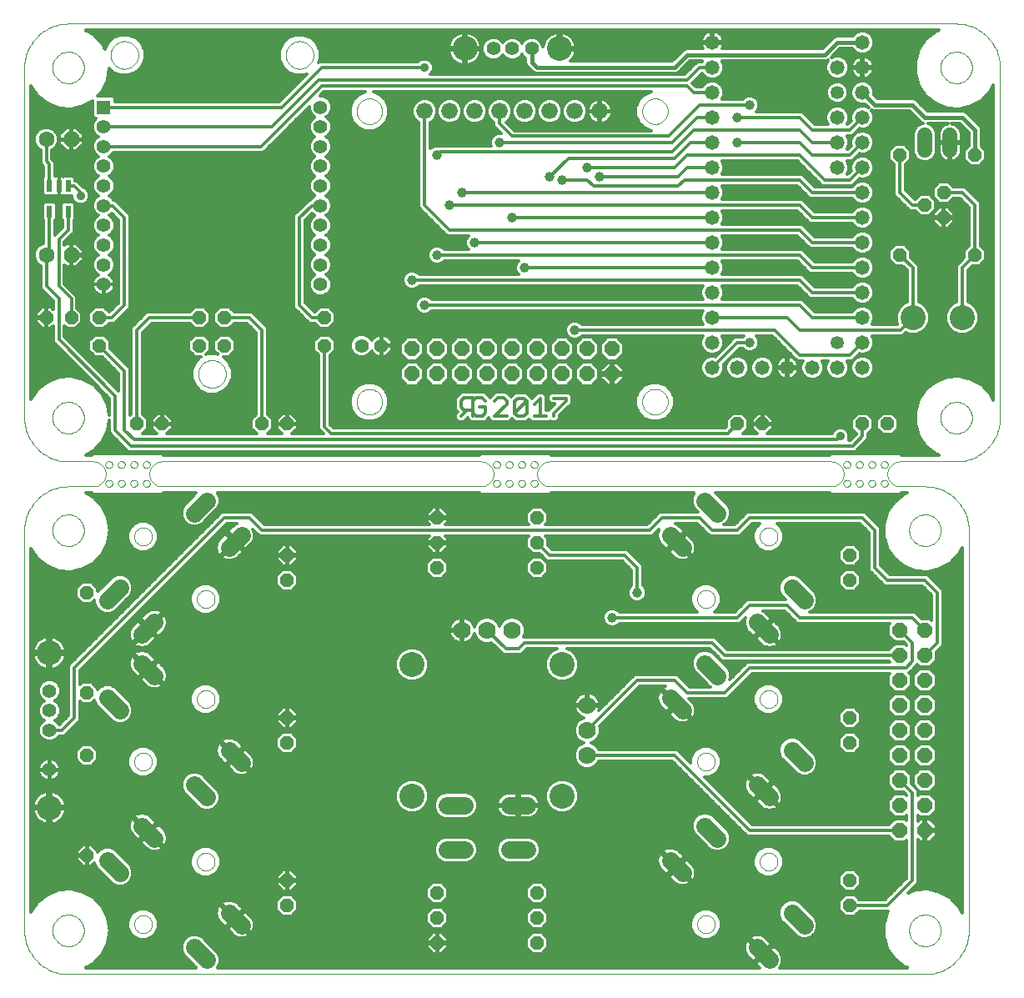
<source format=gtl>
G75*
G70*
%OFA0B0*%
%FSLAX24Y24*%
%IPPOS*%
%LPD*%
%AMOC8*
5,1,8,0,0,1.08239X$1,22.5*
%
%ADD10C,0.0000*%
%ADD11C,0.0560*%
%ADD12R,0.0560X0.0560*%
%ADD13C,0.0580*%
%ADD14OC8,0.0520*%
%ADD15C,0.0660*%
%ADD16R,0.0217X0.0472*%
%ADD17OC8,0.0630*%
%ADD18C,0.0630*%
%ADD19C,0.1000*%
%ADD20C,0.0120*%
%ADD21OC8,0.0600*%
%ADD22C,0.0594*%
%ADD23C,0.0700*%
%ADD24C,0.0700*%
%ADD25C,0.0705*%
%ADD26C,0.0396*%
%ADD27C,0.0357*%
%ADD28C,0.0160*%
%ADD29C,0.0531*%
D10*
X001887Y002749D02*
X001887Y018749D01*
X003007Y018749D02*
X003009Y018799D01*
X003015Y018849D01*
X003025Y018898D01*
X003039Y018946D01*
X003056Y018993D01*
X003077Y019038D01*
X003102Y019082D01*
X003130Y019123D01*
X003162Y019162D01*
X003196Y019199D01*
X003233Y019233D01*
X003273Y019263D01*
X003315Y019290D01*
X003359Y019314D01*
X003405Y019335D01*
X003452Y019351D01*
X003500Y019364D01*
X003550Y019373D01*
X003599Y019378D01*
X003650Y019379D01*
X003700Y019376D01*
X003749Y019369D01*
X003798Y019358D01*
X003846Y019343D01*
X003892Y019325D01*
X003937Y019303D01*
X003980Y019277D01*
X004021Y019248D01*
X004060Y019216D01*
X004096Y019181D01*
X004128Y019143D01*
X004158Y019103D01*
X004185Y019060D01*
X004208Y019016D01*
X004227Y018970D01*
X004243Y018922D01*
X004255Y018873D01*
X004263Y018824D01*
X004267Y018774D01*
X004267Y018724D01*
X004263Y018674D01*
X004255Y018625D01*
X004243Y018576D01*
X004227Y018528D01*
X004208Y018482D01*
X004185Y018438D01*
X004158Y018395D01*
X004128Y018355D01*
X004096Y018317D01*
X004060Y018282D01*
X004021Y018250D01*
X003980Y018221D01*
X003937Y018195D01*
X003892Y018173D01*
X003846Y018155D01*
X003798Y018140D01*
X003749Y018129D01*
X003700Y018122D01*
X003650Y018119D01*
X003599Y018120D01*
X003550Y018125D01*
X003500Y018134D01*
X003452Y018147D01*
X003405Y018163D01*
X003359Y018184D01*
X003315Y018208D01*
X003273Y018235D01*
X003233Y018265D01*
X003196Y018299D01*
X003162Y018336D01*
X003130Y018375D01*
X003102Y018416D01*
X003077Y018460D01*
X003056Y018505D01*
X003039Y018552D01*
X003025Y018600D01*
X003015Y018649D01*
X003009Y018699D01*
X003007Y018749D01*
X001887Y018749D02*
X001889Y018832D01*
X001895Y018915D01*
X001905Y018998D01*
X001919Y019080D01*
X001936Y019162D01*
X001958Y019242D01*
X001983Y019321D01*
X002012Y019399D01*
X002045Y019476D01*
X002082Y019551D01*
X002121Y019624D01*
X002165Y019695D01*
X002211Y019764D01*
X002261Y019831D01*
X002314Y019895D01*
X002370Y019957D01*
X002429Y020016D01*
X002491Y020072D01*
X002555Y020125D01*
X002622Y020175D01*
X002691Y020221D01*
X002762Y020265D01*
X002835Y020304D01*
X002910Y020341D01*
X002987Y020374D01*
X003065Y020403D01*
X003144Y020428D01*
X003224Y020450D01*
X003306Y020467D01*
X003388Y020481D01*
X003471Y020491D01*
X003554Y020497D01*
X003637Y020499D01*
X004637Y020499D01*
X004681Y020501D01*
X004724Y020507D01*
X004766Y020516D01*
X004808Y020529D01*
X004848Y020546D01*
X004887Y020566D01*
X004924Y020589D01*
X004958Y020616D01*
X004991Y020645D01*
X005020Y020678D01*
X005047Y020712D01*
X005070Y020749D01*
X005090Y020788D01*
X005107Y020828D01*
X005120Y020870D01*
X005129Y020912D01*
X005135Y020955D01*
X005137Y020999D01*
X005124Y020624D02*
X005126Y020647D01*
X005132Y020670D01*
X005142Y020691D01*
X005155Y020711D01*
X005171Y020728D01*
X005190Y020742D01*
X005211Y020752D01*
X005233Y020759D01*
X005256Y020762D01*
X005280Y020761D01*
X005302Y020756D01*
X005324Y020747D01*
X005344Y020735D01*
X005362Y020719D01*
X005376Y020701D01*
X005388Y020681D01*
X005396Y020659D01*
X005400Y020636D01*
X005400Y020612D01*
X005396Y020589D01*
X005388Y020567D01*
X005376Y020547D01*
X005362Y020529D01*
X005344Y020513D01*
X005324Y020501D01*
X005302Y020492D01*
X005280Y020487D01*
X005256Y020486D01*
X005233Y020489D01*
X005211Y020496D01*
X005190Y020506D01*
X005171Y020520D01*
X005155Y020537D01*
X005142Y020557D01*
X005132Y020578D01*
X005126Y020601D01*
X005124Y020624D01*
X005137Y020999D02*
X005135Y021043D01*
X005129Y021086D01*
X005120Y021128D01*
X005107Y021170D01*
X005090Y021210D01*
X005070Y021249D01*
X005047Y021286D01*
X005020Y021320D01*
X004991Y021353D01*
X004958Y021382D01*
X004924Y021409D01*
X004887Y021432D01*
X004848Y021452D01*
X004808Y021469D01*
X004766Y021482D01*
X004724Y021491D01*
X004681Y021497D01*
X004637Y021499D01*
X003637Y021499D01*
X005124Y021374D02*
X005126Y021397D01*
X005132Y021420D01*
X005142Y021441D01*
X005155Y021461D01*
X005171Y021478D01*
X005190Y021492D01*
X005211Y021502D01*
X005233Y021509D01*
X005256Y021512D01*
X005280Y021511D01*
X005302Y021506D01*
X005324Y021497D01*
X005344Y021485D01*
X005362Y021469D01*
X005376Y021451D01*
X005388Y021431D01*
X005396Y021409D01*
X005400Y021386D01*
X005400Y021362D01*
X005396Y021339D01*
X005388Y021317D01*
X005376Y021297D01*
X005362Y021279D01*
X005344Y021263D01*
X005324Y021251D01*
X005302Y021242D01*
X005280Y021237D01*
X005256Y021236D01*
X005233Y021239D01*
X005211Y021246D01*
X005190Y021256D01*
X005171Y021270D01*
X005155Y021287D01*
X005142Y021307D01*
X005132Y021328D01*
X005126Y021351D01*
X005124Y021374D01*
X005624Y021374D02*
X005626Y021397D01*
X005632Y021420D01*
X005642Y021441D01*
X005655Y021461D01*
X005671Y021478D01*
X005690Y021492D01*
X005711Y021502D01*
X005733Y021509D01*
X005756Y021512D01*
X005780Y021511D01*
X005802Y021506D01*
X005824Y021497D01*
X005844Y021485D01*
X005862Y021469D01*
X005876Y021451D01*
X005888Y021431D01*
X005896Y021409D01*
X005900Y021386D01*
X005900Y021362D01*
X005896Y021339D01*
X005888Y021317D01*
X005876Y021297D01*
X005862Y021279D01*
X005844Y021263D01*
X005824Y021251D01*
X005802Y021242D01*
X005780Y021237D01*
X005756Y021236D01*
X005733Y021239D01*
X005711Y021246D01*
X005690Y021256D01*
X005671Y021270D01*
X005655Y021287D01*
X005642Y021307D01*
X005632Y021328D01*
X005626Y021351D01*
X005624Y021374D01*
X006124Y021374D02*
X006126Y021397D01*
X006132Y021420D01*
X006142Y021441D01*
X006155Y021461D01*
X006171Y021478D01*
X006190Y021492D01*
X006211Y021502D01*
X006233Y021509D01*
X006256Y021512D01*
X006280Y021511D01*
X006302Y021506D01*
X006324Y021497D01*
X006344Y021485D01*
X006362Y021469D01*
X006376Y021451D01*
X006388Y021431D01*
X006396Y021409D01*
X006400Y021386D01*
X006400Y021362D01*
X006396Y021339D01*
X006388Y021317D01*
X006376Y021297D01*
X006362Y021279D01*
X006344Y021263D01*
X006324Y021251D01*
X006302Y021242D01*
X006280Y021237D01*
X006256Y021236D01*
X006233Y021239D01*
X006211Y021246D01*
X006190Y021256D01*
X006171Y021270D01*
X006155Y021287D01*
X006142Y021307D01*
X006132Y021328D01*
X006126Y021351D01*
X006124Y021374D01*
X006624Y021374D02*
X006626Y021397D01*
X006632Y021420D01*
X006642Y021441D01*
X006655Y021461D01*
X006671Y021478D01*
X006690Y021492D01*
X006711Y021502D01*
X006733Y021509D01*
X006756Y021512D01*
X006780Y021511D01*
X006802Y021506D01*
X006824Y021497D01*
X006844Y021485D01*
X006862Y021469D01*
X006876Y021451D01*
X006888Y021431D01*
X006896Y021409D01*
X006900Y021386D01*
X006900Y021362D01*
X006896Y021339D01*
X006888Y021317D01*
X006876Y021297D01*
X006862Y021279D01*
X006844Y021263D01*
X006824Y021251D01*
X006802Y021242D01*
X006780Y021237D01*
X006756Y021236D01*
X006733Y021239D01*
X006711Y021246D01*
X006690Y021256D01*
X006671Y021270D01*
X006655Y021287D01*
X006642Y021307D01*
X006632Y021328D01*
X006626Y021351D01*
X006624Y021374D01*
X006624Y020624D02*
X006626Y020647D01*
X006632Y020670D01*
X006642Y020691D01*
X006655Y020711D01*
X006671Y020728D01*
X006690Y020742D01*
X006711Y020752D01*
X006733Y020759D01*
X006756Y020762D01*
X006780Y020761D01*
X006802Y020756D01*
X006824Y020747D01*
X006844Y020735D01*
X006862Y020719D01*
X006876Y020701D01*
X006888Y020681D01*
X006896Y020659D01*
X006900Y020636D01*
X006900Y020612D01*
X006896Y020589D01*
X006888Y020567D01*
X006876Y020547D01*
X006862Y020529D01*
X006844Y020513D01*
X006824Y020501D01*
X006802Y020492D01*
X006780Y020487D01*
X006756Y020486D01*
X006733Y020489D01*
X006711Y020496D01*
X006690Y020506D01*
X006671Y020520D01*
X006655Y020537D01*
X006642Y020557D01*
X006632Y020578D01*
X006626Y020601D01*
X006624Y020624D01*
X006124Y020624D02*
X006126Y020647D01*
X006132Y020670D01*
X006142Y020691D01*
X006155Y020711D01*
X006171Y020728D01*
X006190Y020742D01*
X006211Y020752D01*
X006233Y020759D01*
X006256Y020762D01*
X006280Y020761D01*
X006302Y020756D01*
X006324Y020747D01*
X006344Y020735D01*
X006362Y020719D01*
X006376Y020701D01*
X006388Y020681D01*
X006396Y020659D01*
X006400Y020636D01*
X006400Y020612D01*
X006396Y020589D01*
X006388Y020567D01*
X006376Y020547D01*
X006362Y020529D01*
X006344Y020513D01*
X006324Y020501D01*
X006302Y020492D01*
X006280Y020487D01*
X006256Y020486D01*
X006233Y020489D01*
X006211Y020496D01*
X006190Y020506D01*
X006171Y020520D01*
X006155Y020537D01*
X006142Y020557D01*
X006132Y020578D01*
X006126Y020601D01*
X006124Y020624D01*
X005624Y020624D02*
X005626Y020647D01*
X005632Y020670D01*
X005642Y020691D01*
X005655Y020711D01*
X005671Y020728D01*
X005690Y020742D01*
X005711Y020752D01*
X005733Y020759D01*
X005756Y020762D01*
X005780Y020761D01*
X005802Y020756D01*
X005824Y020747D01*
X005844Y020735D01*
X005862Y020719D01*
X005876Y020701D01*
X005888Y020681D01*
X005896Y020659D01*
X005900Y020636D01*
X005900Y020612D01*
X005896Y020589D01*
X005888Y020567D01*
X005876Y020547D01*
X005862Y020529D01*
X005844Y020513D01*
X005824Y020501D01*
X005802Y020492D01*
X005780Y020487D01*
X005756Y020486D01*
X005733Y020489D01*
X005711Y020496D01*
X005690Y020506D01*
X005671Y020520D01*
X005655Y020537D01*
X005642Y020557D01*
X005632Y020578D01*
X005626Y020601D01*
X005624Y020624D01*
X007387Y020499D02*
X020137Y020499D01*
X020181Y020501D01*
X020224Y020507D01*
X020266Y020516D01*
X020308Y020529D01*
X020348Y020546D01*
X020387Y020566D01*
X020424Y020589D01*
X020458Y020616D01*
X020491Y020645D01*
X020520Y020678D01*
X020547Y020712D01*
X020570Y020749D01*
X020590Y020788D01*
X020607Y020828D01*
X020620Y020870D01*
X020629Y020912D01*
X020635Y020955D01*
X020637Y020999D01*
X020624Y020624D02*
X020626Y020647D01*
X020632Y020670D01*
X020642Y020691D01*
X020655Y020711D01*
X020671Y020728D01*
X020690Y020742D01*
X020711Y020752D01*
X020733Y020759D01*
X020756Y020762D01*
X020780Y020761D01*
X020802Y020756D01*
X020824Y020747D01*
X020844Y020735D01*
X020862Y020719D01*
X020876Y020701D01*
X020888Y020681D01*
X020896Y020659D01*
X020900Y020636D01*
X020900Y020612D01*
X020896Y020589D01*
X020888Y020567D01*
X020876Y020547D01*
X020862Y020529D01*
X020844Y020513D01*
X020824Y020501D01*
X020802Y020492D01*
X020780Y020487D01*
X020756Y020486D01*
X020733Y020489D01*
X020711Y020496D01*
X020690Y020506D01*
X020671Y020520D01*
X020655Y020537D01*
X020642Y020557D01*
X020632Y020578D01*
X020626Y020601D01*
X020624Y020624D01*
X021124Y020624D02*
X021126Y020647D01*
X021132Y020670D01*
X021142Y020691D01*
X021155Y020711D01*
X021171Y020728D01*
X021190Y020742D01*
X021211Y020752D01*
X021233Y020759D01*
X021256Y020762D01*
X021280Y020761D01*
X021302Y020756D01*
X021324Y020747D01*
X021344Y020735D01*
X021362Y020719D01*
X021376Y020701D01*
X021388Y020681D01*
X021396Y020659D01*
X021400Y020636D01*
X021400Y020612D01*
X021396Y020589D01*
X021388Y020567D01*
X021376Y020547D01*
X021362Y020529D01*
X021344Y020513D01*
X021324Y020501D01*
X021302Y020492D01*
X021280Y020487D01*
X021256Y020486D01*
X021233Y020489D01*
X021211Y020496D01*
X021190Y020506D01*
X021171Y020520D01*
X021155Y020537D01*
X021142Y020557D01*
X021132Y020578D01*
X021126Y020601D01*
X021124Y020624D01*
X021624Y020624D02*
X021626Y020647D01*
X021632Y020670D01*
X021642Y020691D01*
X021655Y020711D01*
X021671Y020728D01*
X021690Y020742D01*
X021711Y020752D01*
X021733Y020759D01*
X021756Y020762D01*
X021780Y020761D01*
X021802Y020756D01*
X021824Y020747D01*
X021844Y020735D01*
X021862Y020719D01*
X021876Y020701D01*
X021888Y020681D01*
X021896Y020659D01*
X021900Y020636D01*
X021900Y020612D01*
X021896Y020589D01*
X021888Y020567D01*
X021876Y020547D01*
X021862Y020529D01*
X021844Y020513D01*
X021824Y020501D01*
X021802Y020492D01*
X021780Y020487D01*
X021756Y020486D01*
X021733Y020489D01*
X021711Y020496D01*
X021690Y020506D01*
X021671Y020520D01*
X021655Y020537D01*
X021642Y020557D01*
X021632Y020578D01*
X021626Y020601D01*
X021624Y020624D01*
X022124Y020624D02*
X022126Y020647D01*
X022132Y020670D01*
X022142Y020691D01*
X022155Y020711D01*
X022171Y020728D01*
X022190Y020742D01*
X022211Y020752D01*
X022233Y020759D01*
X022256Y020762D01*
X022280Y020761D01*
X022302Y020756D01*
X022324Y020747D01*
X022344Y020735D01*
X022362Y020719D01*
X022376Y020701D01*
X022388Y020681D01*
X022396Y020659D01*
X022400Y020636D01*
X022400Y020612D01*
X022396Y020589D01*
X022388Y020567D01*
X022376Y020547D01*
X022362Y020529D01*
X022344Y020513D01*
X022324Y020501D01*
X022302Y020492D01*
X022280Y020487D01*
X022256Y020486D01*
X022233Y020489D01*
X022211Y020496D01*
X022190Y020506D01*
X022171Y020520D01*
X022155Y020537D01*
X022142Y020557D01*
X022132Y020578D01*
X022126Y020601D01*
X022124Y020624D01*
X022124Y021374D02*
X022126Y021397D01*
X022132Y021420D01*
X022142Y021441D01*
X022155Y021461D01*
X022171Y021478D01*
X022190Y021492D01*
X022211Y021502D01*
X022233Y021509D01*
X022256Y021512D01*
X022280Y021511D01*
X022302Y021506D01*
X022324Y021497D01*
X022344Y021485D01*
X022362Y021469D01*
X022376Y021451D01*
X022388Y021431D01*
X022396Y021409D01*
X022400Y021386D01*
X022400Y021362D01*
X022396Y021339D01*
X022388Y021317D01*
X022376Y021297D01*
X022362Y021279D01*
X022344Y021263D01*
X022324Y021251D01*
X022302Y021242D01*
X022280Y021237D01*
X022256Y021236D01*
X022233Y021239D01*
X022211Y021246D01*
X022190Y021256D01*
X022171Y021270D01*
X022155Y021287D01*
X022142Y021307D01*
X022132Y021328D01*
X022126Y021351D01*
X022124Y021374D01*
X021624Y021374D02*
X021626Y021397D01*
X021632Y021420D01*
X021642Y021441D01*
X021655Y021461D01*
X021671Y021478D01*
X021690Y021492D01*
X021711Y021502D01*
X021733Y021509D01*
X021756Y021512D01*
X021780Y021511D01*
X021802Y021506D01*
X021824Y021497D01*
X021844Y021485D01*
X021862Y021469D01*
X021876Y021451D01*
X021888Y021431D01*
X021896Y021409D01*
X021900Y021386D01*
X021900Y021362D01*
X021896Y021339D01*
X021888Y021317D01*
X021876Y021297D01*
X021862Y021279D01*
X021844Y021263D01*
X021824Y021251D01*
X021802Y021242D01*
X021780Y021237D01*
X021756Y021236D01*
X021733Y021239D01*
X021711Y021246D01*
X021690Y021256D01*
X021671Y021270D01*
X021655Y021287D01*
X021642Y021307D01*
X021632Y021328D01*
X021626Y021351D01*
X021624Y021374D01*
X021124Y021374D02*
X021126Y021397D01*
X021132Y021420D01*
X021142Y021441D01*
X021155Y021461D01*
X021171Y021478D01*
X021190Y021492D01*
X021211Y021502D01*
X021233Y021509D01*
X021256Y021512D01*
X021280Y021511D01*
X021302Y021506D01*
X021324Y021497D01*
X021344Y021485D01*
X021362Y021469D01*
X021376Y021451D01*
X021388Y021431D01*
X021396Y021409D01*
X021400Y021386D01*
X021400Y021362D01*
X021396Y021339D01*
X021388Y021317D01*
X021376Y021297D01*
X021362Y021279D01*
X021344Y021263D01*
X021324Y021251D01*
X021302Y021242D01*
X021280Y021237D01*
X021256Y021236D01*
X021233Y021239D01*
X021211Y021246D01*
X021190Y021256D01*
X021171Y021270D01*
X021155Y021287D01*
X021142Y021307D01*
X021132Y021328D01*
X021126Y021351D01*
X021124Y021374D01*
X020624Y021374D02*
X020626Y021397D01*
X020632Y021420D01*
X020642Y021441D01*
X020655Y021461D01*
X020671Y021478D01*
X020690Y021492D01*
X020711Y021502D01*
X020733Y021509D01*
X020756Y021512D01*
X020780Y021511D01*
X020802Y021506D01*
X020824Y021497D01*
X020844Y021485D01*
X020862Y021469D01*
X020876Y021451D01*
X020888Y021431D01*
X020896Y021409D01*
X020900Y021386D01*
X020900Y021362D01*
X020896Y021339D01*
X020888Y021317D01*
X020876Y021297D01*
X020862Y021279D01*
X020844Y021263D01*
X020824Y021251D01*
X020802Y021242D01*
X020780Y021237D01*
X020756Y021236D01*
X020733Y021239D01*
X020711Y021246D01*
X020690Y021256D01*
X020671Y021270D01*
X020655Y021287D01*
X020642Y021307D01*
X020632Y021328D01*
X020626Y021351D01*
X020624Y021374D01*
X020137Y021499D02*
X007387Y021499D01*
X006887Y020999D02*
X006889Y020955D01*
X006895Y020912D01*
X006904Y020870D01*
X006917Y020828D01*
X006934Y020788D01*
X006954Y020749D01*
X006977Y020712D01*
X007004Y020678D01*
X007033Y020645D01*
X007066Y020616D01*
X007100Y020589D01*
X007137Y020566D01*
X007176Y020546D01*
X007216Y020529D01*
X007258Y020516D01*
X007300Y020507D01*
X007343Y020501D01*
X007387Y020499D01*
X006887Y020999D02*
X006889Y021043D01*
X006895Y021086D01*
X006904Y021128D01*
X006917Y021170D01*
X006934Y021210D01*
X006954Y021249D01*
X006977Y021286D01*
X007004Y021320D01*
X007033Y021353D01*
X007066Y021382D01*
X007100Y021409D01*
X007137Y021432D01*
X007176Y021452D01*
X007216Y021469D01*
X007258Y021482D01*
X007300Y021491D01*
X007343Y021497D01*
X007387Y021499D01*
X006280Y018501D02*
X006282Y018538D01*
X006288Y018575D01*
X006297Y018611D01*
X006311Y018645D01*
X006328Y018678D01*
X006348Y018710D01*
X006371Y018739D01*
X006397Y018765D01*
X006426Y018788D01*
X006457Y018808D01*
X006491Y018825D01*
X006525Y018839D01*
X006561Y018848D01*
X006598Y018854D01*
X006635Y018856D01*
X006672Y018854D01*
X006709Y018848D01*
X006745Y018839D01*
X006779Y018825D01*
X006812Y018808D01*
X006844Y018788D01*
X006873Y018765D01*
X006899Y018739D01*
X006922Y018710D01*
X006942Y018679D01*
X006959Y018645D01*
X006973Y018611D01*
X006982Y018575D01*
X006988Y018538D01*
X006990Y018501D01*
X006988Y018464D01*
X006982Y018427D01*
X006973Y018391D01*
X006959Y018357D01*
X006942Y018324D01*
X006922Y018292D01*
X006899Y018263D01*
X006873Y018237D01*
X006844Y018214D01*
X006813Y018194D01*
X006779Y018177D01*
X006745Y018163D01*
X006709Y018154D01*
X006672Y018148D01*
X006635Y018146D01*
X006598Y018148D01*
X006561Y018154D01*
X006525Y018163D01*
X006491Y018177D01*
X006458Y018194D01*
X006426Y018214D01*
X006397Y018237D01*
X006371Y018263D01*
X006348Y018292D01*
X006328Y018323D01*
X006311Y018357D01*
X006297Y018391D01*
X006288Y018427D01*
X006282Y018464D01*
X006280Y018501D01*
X008784Y015998D02*
X008786Y016035D01*
X008792Y016072D01*
X008801Y016108D01*
X008815Y016142D01*
X008832Y016175D01*
X008852Y016207D01*
X008875Y016236D01*
X008901Y016262D01*
X008930Y016285D01*
X008961Y016305D01*
X008995Y016322D01*
X009029Y016336D01*
X009065Y016345D01*
X009102Y016351D01*
X009139Y016353D01*
X009176Y016351D01*
X009213Y016345D01*
X009249Y016336D01*
X009283Y016322D01*
X009316Y016305D01*
X009348Y016285D01*
X009377Y016262D01*
X009403Y016236D01*
X009426Y016207D01*
X009446Y016176D01*
X009463Y016142D01*
X009477Y016108D01*
X009486Y016072D01*
X009492Y016035D01*
X009494Y015998D01*
X009492Y015961D01*
X009486Y015924D01*
X009477Y015888D01*
X009463Y015854D01*
X009446Y015821D01*
X009426Y015789D01*
X009403Y015760D01*
X009377Y015734D01*
X009348Y015711D01*
X009317Y015691D01*
X009283Y015674D01*
X009249Y015660D01*
X009213Y015651D01*
X009176Y015645D01*
X009139Y015643D01*
X009102Y015645D01*
X009065Y015651D01*
X009029Y015660D01*
X008995Y015674D01*
X008962Y015691D01*
X008930Y015711D01*
X008901Y015734D01*
X008875Y015760D01*
X008852Y015789D01*
X008832Y015820D01*
X008815Y015854D01*
X008801Y015888D01*
X008792Y015924D01*
X008786Y015961D01*
X008784Y015998D01*
X008784Y012001D02*
X008786Y012038D01*
X008792Y012075D01*
X008801Y012111D01*
X008815Y012145D01*
X008832Y012178D01*
X008852Y012210D01*
X008875Y012239D01*
X008901Y012265D01*
X008930Y012288D01*
X008961Y012308D01*
X008995Y012325D01*
X009029Y012339D01*
X009065Y012348D01*
X009102Y012354D01*
X009139Y012356D01*
X009176Y012354D01*
X009213Y012348D01*
X009249Y012339D01*
X009283Y012325D01*
X009316Y012308D01*
X009348Y012288D01*
X009377Y012265D01*
X009403Y012239D01*
X009426Y012210D01*
X009446Y012179D01*
X009463Y012145D01*
X009477Y012111D01*
X009486Y012075D01*
X009492Y012038D01*
X009494Y012001D01*
X009492Y011964D01*
X009486Y011927D01*
X009477Y011891D01*
X009463Y011857D01*
X009446Y011824D01*
X009426Y011792D01*
X009403Y011763D01*
X009377Y011737D01*
X009348Y011714D01*
X009317Y011694D01*
X009283Y011677D01*
X009249Y011663D01*
X009213Y011654D01*
X009176Y011648D01*
X009139Y011646D01*
X009102Y011648D01*
X009065Y011654D01*
X009029Y011663D01*
X008995Y011677D01*
X008962Y011694D01*
X008930Y011714D01*
X008901Y011737D01*
X008875Y011763D01*
X008852Y011792D01*
X008832Y011823D01*
X008815Y011857D01*
X008801Y011891D01*
X008792Y011927D01*
X008786Y011964D01*
X008784Y012001D01*
X006280Y009498D02*
X006282Y009535D01*
X006288Y009572D01*
X006297Y009608D01*
X006311Y009642D01*
X006328Y009675D01*
X006348Y009707D01*
X006371Y009736D01*
X006397Y009762D01*
X006426Y009785D01*
X006457Y009805D01*
X006491Y009822D01*
X006525Y009836D01*
X006561Y009845D01*
X006598Y009851D01*
X006635Y009853D01*
X006672Y009851D01*
X006709Y009845D01*
X006745Y009836D01*
X006779Y009822D01*
X006812Y009805D01*
X006844Y009785D01*
X006873Y009762D01*
X006899Y009736D01*
X006922Y009707D01*
X006942Y009676D01*
X006959Y009642D01*
X006973Y009608D01*
X006982Y009572D01*
X006988Y009535D01*
X006990Y009498D01*
X006988Y009461D01*
X006982Y009424D01*
X006973Y009388D01*
X006959Y009354D01*
X006942Y009321D01*
X006922Y009289D01*
X006899Y009260D01*
X006873Y009234D01*
X006844Y009211D01*
X006813Y009191D01*
X006779Y009174D01*
X006745Y009160D01*
X006709Y009151D01*
X006672Y009145D01*
X006635Y009143D01*
X006598Y009145D01*
X006561Y009151D01*
X006525Y009160D01*
X006491Y009174D01*
X006458Y009191D01*
X006426Y009211D01*
X006397Y009234D01*
X006371Y009260D01*
X006348Y009289D01*
X006328Y009320D01*
X006311Y009354D01*
X006297Y009388D01*
X006288Y009424D01*
X006282Y009461D01*
X006280Y009498D01*
X008784Y005501D02*
X008786Y005538D01*
X008792Y005575D01*
X008801Y005611D01*
X008815Y005645D01*
X008832Y005678D01*
X008852Y005710D01*
X008875Y005739D01*
X008901Y005765D01*
X008930Y005788D01*
X008961Y005808D01*
X008995Y005825D01*
X009029Y005839D01*
X009065Y005848D01*
X009102Y005854D01*
X009139Y005856D01*
X009176Y005854D01*
X009213Y005848D01*
X009249Y005839D01*
X009283Y005825D01*
X009316Y005808D01*
X009348Y005788D01*
X009377Y005765D01*
X009403Y005739D01*
X009426Y005710D01*
X009446Y005679D01*
X009463Y005645D01*
X009477Y005611D01*
X009486Y005575D01*
X009492Y005538D01*
X009494Y005501D01*
X009492Y005464D01*
X009486Y005427D01*
X009477Y005391D01*
X009463Y005357D01*
X009446Y005324D01*
X009426Y005292D01*
X009403Y005263D01*
X009377Y005237D01*
X009348Y005214D01*
X009317Y005194D01*
X009283Y005177D01*
X009249Y005163D01*
X009213Y005154D01*
X009176Y005148D01*
X009139Y005146D01*
X009102Y005148D01*
X009065Y005154D01*
X009029Y005163D01*
X008995Y005177D01*
X008962Y005194D01*
X008930Y005214D01*
X008901Y005237D01*
X008875Y005263D01*
X008852Y005292D01*
X008832Y005323D01*
X008815Y005357D01*
X008801Y005391D01*
X008792Y005427D01*
X008786Y005464D01*
X008784Y005501D01*
X006280Y002998D02*
X006282Y003035D01*
X006288Y003072D01*
X006297Y003108D01*
X006311Y003142D01*
X006328Y003175D01*
X006348Y003207D01*
X006371Y003236D01*
X006397Y003262D01*
X006426Y003285D01*
X006457Y003305D01*
X006491Y003322D01*
X006525Y003336D01*
X006561Y003345D01*
X006598Y003351D01*
X006635Y003353D01*
X006672Y003351D01*
X006709Y003345D01*
X006745Y003336D01*
X006779Y003322D01*
X006812Y003305D01*
X006844Y003285D01*
X006873Y003262D01*
X006899Y003236D01*
X006922Y003207D01*
X006942Y003176D01*
X006959Y003142D01*
X006973Y003108D01*
X006982Y003072D01*
X006988Y003035D01*
X006990Y002998D01*
X006988Y002961D01*
X006982Y002924D01*
X006973Y002888D01*
X006959Y002854D01*
X006942Y002821D01*
X006922Y002789D01*
X006899Y002760D01*
X006873Y002734D01*
X006844Y002711D01*
X006813Y002691D01*
X006779Y002674D01*
X006745Y002660D01*
X006709Y002651D01*
X006672Y002645D01*
X006635Y002643D01*
X006598Y002645D01*
X006561Y002651D01*
X006525Y002660D01*
X006491Y002674D01*
X006458Y002691D01*
X006426Y002711D01*
X006397Y002734D01*
X006371Y002760D01*
X006348Y002789D01*
X006328Y002820D01*
X006311Y002854D01*
X006297Y002888D01*
X006288Y002924D01*
X006282Y002961D01*
X006280Y002998D01*
X003007Y002749D02*
X003009Y002799D01*
X003015Y002849D01*
X003025Y002898D01*
X003039Y002946D01*
X003056Y002993D01*
X003077Y003038D01*
X003102Y003082D01*
X003130Y003123D01*
X003162Y003162D01*
X003196Y003199D01*
X003233Y003233D01*
X003273Y003263D01*
X003315Y003290D01*
X003359Y003314D01*
X003405Y003335D01*
X003452Y003351D01*
X003500Y003364D01*
X003550Y003373D01*
X003599Y003378D01*
X003650Y003379D01*
X003700Y003376D01*
X003749Y003369D01*
X003798Y003358D01*
X003846Y003343D01*
X003892Y003325D01*
X003937Y003303D01*
X003980Y003277D01*
X004021Y003248D01*
X004060Y003216D01*
X004096Y003181D01*
X004128Y003143D01*
X004158Y003103D01*
X004185Y003060D01*
X004208Y003016D01*
X004227Y002970D01*
X004243Y002922D01*
X004255Y002873D01*
X004263Y002824D01*
X004267Y002774D01*
X004267Y002724D01*
X004263Y002674D01*
X004255Y002625D01*
X004243Y002576D01*
X004227Y002528D01*
X004208Y002482D01*
X004185Y002438D01*
X004158Y002395D01*
X004128Y002355D01*
X004096Y002317D01*
X004060Y002282D01*
X004021Y002250D01*
X003980Y002221D01*
X003937Y002195D01*
X003892Y002173D01*
X003846Y002155D01*
X003798Y002140D01*
X003749Y002129D01*
X003700Y002122D01*
X003650Y002119D01*
X003599Y002120D01*
X003550Y002125D01*
X003500Y002134D01*
X003452Y002147D01*
X003405Y002163D01*
X003359Y002184D01*
X003315Y002208D01*
X003273Y002235D01*
X003233Y002265D01*
X003196Y002299D01*
X003162Y002336D01*
X003130Y002375D01*
X003102Y002416D01*
X003077Y002460D01*
X003056Y002505D01*
X003039Y002552D01*
X003025Y002600D01*
X003015Y002649D01*
X003009Y002699D01*
X003007Y002749D01*
X001887Y002749D02*
X001889Y002666D01*
X001895Y002583D01*
X001905Y002500D01*
X001919Y002418D01*
X001936Y002336D01*
X001958Y002256D01*
X001983Y002177D01*
X002012Y002099D01*
X002045Y002022D01*
X002082Y001947D01*
X002121Y001874D01*
X002165Y001803D01*
X002211Y001734D01*
X002261Y001667D01*
X002314Y001603D01*
X002370Y001541D01*
X002429Y001482D01*
X002491Y001426D01*
X002555Y001373D01*
X002622Y001323D01*
X002691Y001277D01*
X002762Y001233D01*
X002835Y001194D01*
X002910Y001157D01*
X002987Y001124D01*
X003065Y001095D01*
X003144Y001070D01*
X003224Y001048D01*
X003306Y001031D01*
X003388Y001017D01*
X003471Y001007D01*
X003554Y001001D01*
X003637Y000999D01*
X037887Y000999D01*
X037257Y002749D02*
X037259Y002799D01*
X037265Y002849D01*
X037275Y002898D01*
X037289Y002946D01*
X037306Y002993D01*
X037327Y003038D01*
X037352Y003082D01*
X037380Y003123D01*
X037412Y003162D01*
X037446Y003199D01*
X037483Y003233D01*
X037523Y003263D01*
X037565Y003290D01*
X037609Y003314D01*
X037655Y003335D01*
X037702Y003351D01*
X037750Y003364D01*
X037800Y003373D01*
X037849Y003378D01*
X037900Y003379D01*
X037950Y003376D01*
X037999Y003369D01*
X038048Y003358D01*
X038096Y003343D01*
X038142Y003325D01*
X038187Y003303D01*
X038230Y003277D01*
X038271Y003248D01*
X038310Y003216D01*
X038346Y003181D01*
X038378Y003143D01*
X038408Y003103D01*
X038435Y003060D01*
X038458Y003016D01*
X038477Y002970D01*
X038493Y002922D01*
X038505Y002873D01*
X038513Y002824D01*
X038517Y002774D01*
X038517Y002724D01*
X038513Y002674D01*
X038505Y002625D01*
X038493Y002576D01*
X038477Y002528D01*
X038458Y002482D01*
X038435Y002438D01*
X038408Y002395D01*
X038378Y002355D01*
X038346Y002317D01*
X038310Y002282D01*
X038271Y002250D01*
X038230Y002221D01*
X038187Y002195D01*
X038142Y002173D01*
X038096Y002155D01*
X038048Y002140D01*
X037999Y002129D01*
X037950Y002122D01*
X037900Y002119D01*
X037849Y002120D01*
X037800Y002125D01*
X037750Y002134D01*
X037702Y002147D01*
X037655Y002163D01*
X037609Y002184D01*
X037565Y002208D01*
X037523Y002235D01*
X037483Y002265D01*
X037446Y002299D01*
X037412Y002336D01*
X037380Y002375D01*
X037352Y002416D01*
X037327Y002460D01*
X037306Y002505D01*
X037289Y002552D01*
X037275Y002600D01*
X037265Y002649D01*
X037259Y002699D01*
X037257Y002749D01*
X037887Y000999D02*
X037970Y001001D01*
X038053Y001007D01*
X038136Y001017D01*
X038218Y001031D01*
X038300Y001048D01*
X038380Y001070D01*
X038459Y001095D01*
X038537Y001124D01*
X038614Y001157D01*
X038689Y001194D01*
X038762Y001233D01*
X038833Y001277D01*
X038902Y001323D01*
X038969Y001373D01*
X039033Y001426D01*
X039095Y001482D01*
X039154Y001541D01*
X039210Y001603D01*
X039263Y001667D01*
X039313Y001734D01*
X039359Y001803D01*
X039403Y001874D01*
X039442Y001947D01*
X039479Y002022D01*
X039512Y002099D01*
X039541Y002177D01*
X039566Y002256D01*
X039588Y002336D01*
X039605Y002418D01*
X039619Y002500D01*
X039629Y002583D01*
X039635Y002666D01*
X039637Y002749D01*
X039637Y018749D01*
X037257Y018749D02*
X037259Y018799D01*
X037265Y018849D01*
X037275Y018898D01*
X037289Y018946D01*
X037306Y018993D01*
X037327Y019038D01*
X037352Y019082D01*
X037380Y019123D01*
X037412Y019162D01*
X037446Y019199D01*
X037483Y019233D01*
X037523Y019263D01*
X037565Y019290D01*
X037609Y019314D01*
X037655Y019335D01*
X037702Y019351D01*
X037750Y019364D01*
X037800Y019373D01*
X037849Y019378D01*
X037900Y019379D01*
X037950Y019376D01*
X037999Y019369D01*
X038048Y019358D01*
X038096Y019343D01*
X038142Y019325D01*
X038187Y019303D01*
X038230Y019277D01*
X038271Y019248D01*
X038310Y019216D01*
X038346Y019181D01*
X038378Y019143D01*
X038408Y019103D01*
X038435Y019060D01*
X038458Y019016D01*
X038477Y018970D01*
X038493Y018922D01*
X038505Y018873D01*
X038513Y018824D01*
X038517Y018774D01*
X038517Y018724D01*
X038513Y018674D01*
X038505Y018625D01*
X038493Y018576D01*
X038477Y018528D01*
X038458Y018482D01*
X038435Y018438D01*
X038408Y018395D01*
X038378Y018355D01*
X038346Y018317D01*
X038310Y018282D01*
X038271Y018250D01*
X038230Y018221D01*
X038187Y018195D01*
X038142Y018173D01*
X038096Y018155D01*
X038048Y018140D01*
X037999Y018129D01*
X037950Y018122D01*
X037900Y018119D01*
X037849Y018120D01*
X037800Y018125D01*
X037750Y018134D01*
X037702Y018147D01*
X037655Y018163D01*
X037609Y018184D01*
X037565Y018208D01*
X037523Y018235D01*
X037483Y018265D01*
X037446Y018299D01*
X037412Y018336D01*
X037380Y018375D01*
X037352Y018416D01*
X037327Y018460D01*
X037306Y018505D01*
X037289Y018552D01*
X037275Y018600D01*
X037265Y018649D01*
X037259Y018699D01*
X037257Y018749D01*
X037887Y020499D02*
X037970Y020497D01*
X038053Y020491D01*
X038136Y020481D01*
X038218Y020467D01*
X038300Y020450D01*
X038380Y020428D01*
X038459Y020403D01*
X038537Y020374D01*
X038614Y020341D01*
X038689Y020304D01*
X038762Y020265D01*
X038833Y020221D01*
X038902Y020175D01*
X038969Y020125D01*
X039033Y020072D01*
X039095Y020016D01*
X039154Y019957D01*
X039210Y019895D01*
X039263Y019831D01*
X039313Y019764D01*
X039359Y019695D01*
X039403Y019624D01*
X039442Y019551D01*
X039479Y019476D01*
X039512Y019399D01*
X039541Y019321D01*
X039566Y019242D01*
X039588Y019162D01*
X039605Y019080D01*
X039619Y018998D01*
X039629Y018915D01*
X039635Y018832D01*
X039637Y018749D01*
X037887Y020499D02*
X036887Y020499D01*
X036387Y020999D02*
X036389Y021043D01*
X036395Y021086D01*
X036404Y021128D01*
X036417Y021170D01*
X036434Y021210D01*
X036454Y021249D01*
X036477Y021286D01*
X036504Y021320D01*
X036533Y021353D01*
X036566Y021382D01*
X036600Y021409D01*
X036637Y021432D01*
X036676Y021452D01*
X036716Y021469D01*
X036758Y021482D01*
X036800Y021491D01*
X036843Y021497D01*
X036887Y021499D01*
X039137Y021499D01*
X038507Y023249D02*
X038509Y023299D01*
X038515Y023349D01*
X038525Y023398D01*
X038539Y023446D01*
X038556Y023493D01*
X038577Y023538D01*
X038602Y023582D01*
X038630Y023623D01*
X038662Y023662D01*
X038696Y023699D01*
X038733Y023733D01*
X038773Y023763D01*
X038815Y023790D01*
X038859Y023814D01*
X038905Y023835D01*
X038952Y023851D01*
X039000Y023864D01*
X039050Y023873D01*
X039099Y023878D01*
X039150Y023879D01*
X039200Y023876D01*
X039249Y023869D01*
X039298Y023858D01*
X039346Y023843D01*
X039392Y023825D01*
X039437Y023803D01*
X039480Y023777D01*
X039521Y023748D01*
X039560Y023716D01*
X039596Y023681D01*
X039628Y023643D01*
X039658Y023603D01*
X039685Y023560D01*
X039708Y023516D01*
X039727Y023470D01*
X039743Y023422D01*
X039755Y023373D01*
X039763Y023324D01*
X039767Y023274D01*
X039767Y023224D01*
X039763Y023174D01*
X039755Y023125D01*
X039743Y023076D01*
X039727Y023028D01*
X039708Y022982D01*
X039685Y022938D01*
X039658Y022895D01*
X039628Y022855D01*
X039596Y022817D01*
X039560Y022782D01*
X039521Y022750D01*
X039480Y022721D01*
X039437Y022695D01*
X039392Y022673D01*
X039346Y022655D01*
X039298Y022640D01*
X039249Y022629D01*
X039200Y022622D01*
X039150Y022619D01*
X039099Y022620D01*
X039050Y022625D01*
X039000Y022634D01*
X038952Y022647D01*
X038905Y022663D01*
X038859Y022684D01*
X038815Y022708D01*
X038773Y022735D01*
X038733Y022765D01*
X038696Y022799D01*
X038662Y022836D01*
X038630Y022875D01*
X038602Y022916D01*
X038577Y022960D01*
X038556Y023005D01*
X038539Y023052D01*
X038525Y023100D01*
X038515Y023149D01*
X038509Y023199D01*
X038507Y023249D01*
X039137Y021499D02*
X039220Y021501D01*
X039303Y021507D01*
X039386Y021517D01*
X039468Y021531D01*
X039550Y021548D01*
X039630Y021570D01*
X039709Y021595D01*
X039787Y021624D01*
X039864Y021657D01*
X039939Y021694D01*
X040012Y021733D01*
X040083Y021777D01*
X040152Y021823D01*
X040219Y021873D01*
X040283Y021926D01*
X040345Y021982D01*
X040404Y022041D01*
X040460Y022103D01*
X040513Y022167D01*
X040563Y022234D01*
X040609Y022303D01*
X040653Y022374D01*
X040692Y022447D01*
X040729Y022522D01*
X040762Y022599D01*
X040791Y022677D01*
X040816Y022756D01*
X040838Y022836D01*
X040855Y022918D01*
X040869Y023000D01*
X040879Y023083D01*
X040885Y023166D01*
X040887Y023249D01*
X040887Y037249D01*
X038507Y037249D02*
X038509Y037299D01*
X038515Y037349D01*
X038525Y037398D01*
X038539Y037446D01*
X038556Y037493D01*
X038577Y037538D01*
X038602Y037582D01*
X038630Y037623D01*
X038662Y037662D01*
X038696Y037699D01*
X038733Y037733D01*
X038773Y037763D01*
X038815Y037790D01*
X038859Y037814D01*
X038905Y037835D01*
X038952Y037851D01*
X039000Y037864D01*
X039050Y037873D01*
X039099Y037878D01*
X039150Y037879D01*
X039200Y037876D01*
X039249Y037869D01*
X039298Y037858D01*
X039346Y037843D01*
X039392Y037825D01*
X039437Y037803D01*
X039480Y037777D01*
X039521Y037748D01*
X039560Y037716D01*
X039596Y037681D01*
X039628Y037643D01*
X039658Y037603D01*
X039685Y037560D01*
X039708Y037516D01*
X039727Y037470D01*
X039743Y037422D01*
X039755Y037373D01*
X039763Y037324D01*
X039767Y037274D01*
X039767Y037224D01*
X039763Y037174D01*
X039755Y037125D01*
X039743Y037076D01*
X039727Y037028D01*
X039708Y036982D01*
X039685Y036938D01*
X039658Y036895D01*
X039628Y036855D01*
X039596Y036817D01*
X039560Y036782D01*
X039521Y036750D01*
X039480Y036721D01*
X039437Y036695D01*
X039392Y036673D01*
X039346Y036655D01*
X039298Y036640D01*
X039249Y036629D01*
X039200Y036622D01*
X039150Y036619D01*
X039099Y036620D01*
X039050Y036625D01*
X039000Y036634D01*
X038952Y036647D01*
X038905Y036663D01*
X038859Y036684D01*
X038815Y036708D01*
X038773Y036735D01*
X038733Y036765D01*
X038696Y036799D01*
X038662Y036836D01*
X038630Y036875D01*
X038602Y036916D01*
X038577Y036960D01*
X038556Y037005D01*
X038539Y037052D01*
X038525Y037100D01*
X038515Y037149D01*
X038509Y037199D01*
X038507Y037249D01*
X039137Y038999D02*
X039220Y038997D01*
X039303Y038991D01*
X039386Y038981D01*
X039468Y038967D01*
X039550Y038950D01*
X039630Y038928D01*
X039709Y038903D01*
X039787Y038874D01*
X039864Y038841D01*
X039939Y038804D01*
X040012Y038765D01*
X040083Y038721D01*
X040152Y038675D01*
X040219Y038625D01*
X040283Y038572D01*
X040345Y038516D01*
X040404Y038457D01*
X040460Y038395D01*
X040513Y038331D01*
X040563Y038264D01*
X040609Y038195D01*
X040653Y038124D01*
X040692Y038051D01*
X040729Y037976D01*
X040762Y037899D01*
X040791Y037821D01*
X040816Y037742D01*
X040838Y037662D01*
X040855Y037580D01*
X040869Y037498D01*
X040879Y037415D01*
X040885Y037332D01*
X040887Y037249D01*
X039137Y038999D02*
X003637Y038999D01*
X003007Y037249D02*
X003009Y037299D01*
X003015Y037349D01*
X003025Y037398D01*
X003039Y037446D01*
X003056Y037493D01*
X003077Y037538D01*
X003102Y037582D01*
X003130Y037623D01*
X003162Y037662D01*
X003196Y037699D01*
X003233Y037733D01*
X003273Y037763D01*
X003315Y037790D01*
X003359Y037814D01*
X003405Y037835D01*
X003452Y037851D01*
X003500Y037864D01*
X003550Y037873D01*
X003599Y037878D01*
X003650Y037879D01*
X003700Y037876D01*
X003749Y037869D01*
X003798Y037858D01*
X003846Y037843D01*
X003892Y037825D01*
X003937Y037803D01*
X003980Y037777D01*
X004021Y037748D01*
X004060Y037716D01*
X004096Y037681D01*
X004128Y037643D01*
X004158Y037603D01*
X004185Y037560D01*
X004208Y037516D01*
X004227Y037470D01*
X004243Y037422D01*
X004255Y037373D01*
X004263Y037324D01*
X004267Y037274D01*
X004267Y037224D01*
X004263Y037174D01*
X004255Y037125D01*
X004243Y037076D01*
X004227Y037028D01*
X004208Y036982D01*
X004185Y036938D01*
X004158Y036895D01*
X004128Y036855D01*
X004096Y036817D01*
X004060Y036782D01*
X004021Y036750D01*
X003980Y036721D01*
X003937Y036695D01*
X003892Y036673D01*
X003846Y036655D01*
X003798Y036640D01*
X003749Y036629D01*
X003700Y036622D01*
X003650Y036619D01*
X003599Y036620D01*
X003550Y036625D01*
X003500Y036634D01*
X003452Y036647D01*
X003405Y036663D01*
X003359Y036684D01*
X003315Y036708D01*
X003273Y036735D01*
X003233Y036765D01*
X003196Y036799D01*
X003162Y036836D01*
X003130Y036875D01*
X003102Y036916D01*
X003077Y036960D01*
X003056Y037005D01*
X003039Y037052D01*
X003025Y037100D01*
X003015Y037149D01*
X003009Y037199D01*
X003007Y037249D01*
X001887Y037249D02*
X001889Y037332D01*
X001895Y037415D01*
X001905Y037498D01*
X001919Y037580D01*
X001936Y037662D01*
X001958Y037742D01*
X001983Y037821D01*
X002012Y037899D01*
X002045Y037976D01*
X002082Y038051D01*
X002121Y038124D01*
X002165Y038195D01*
X002211Y038264D01*
X002261Y038331D01*
X002314Y038395D01*
X002370Y038457D01*
X002429Y038516D01*
X002491Y038572D01*
X002555Y038625D01*
X002622Y038675D01*
X002691Y038721D01*
X002762Y038765D01*
X002835Y038804D01*
X002910Y038841D01*
X002987Y038874D01*
X003065Y038903D01*
X003144Y038928D01*
X003224Y038950D01*
X003306Y038967D01*
X003388Y038981D01*
X003471Y038991D01*
X003554Y038997D01*
X003637Y038999D01*
X001887Y037249D02*
X001887Y023249D01*
X003007Y023249D02*
X003009Y023299D01*
X003015Y023349D01*
X003025Y023398D01*
X003039Y023446D01*
X003056Y023493D01*
X003077Y023538D01*
X003102Y023582D01*
X003130Y023623D01*
X003162Y023662D01*
X003196Y023699D01*
X003233Y023733D01*
X003273Y023763D01*
X003315Y023790D01*
X003359Y023814D01*
X003405Y023835D01*
X003452Y023851D01*
X003500Y023864D01*
X003550Y023873D01*
X003599Y023878D01*
X003650Y023879D01*
X003700Y023876D01*
X003749Y023869D01*
X003798Y023858D01*
X003846Y023843D01*
X003892Y023825D01*
X003937Y023803D01*
X003980Y023777D01*
X004021Y023748D01*
X004060Y023716D01*
X004096Y023681D01*
X004128Y023643D01*
X004158Y023603D01*
X004185Y023560D01*
X004208Y023516D01*
X004227Y023470D01*
X004243Y023422D01*
X004255Y023373D01*
X004263Y023324D01*
X004267Y023274D01*
X004267Y023224D01*
X004263Y023174D01*
X004255Y023125D01*
X004243Y023076D01*
X004227Y023028D01*
X004208Y022982D01*
X004185Y022938D01*
X004158Y022895D01*
X004128Y022855D01*
X004096Y022817D01*
X004060Y022782D01*
X004021Y022750D01*
X003980Y022721D01*
X003937Y022695D01*
X003892Y022673D01*
X003846Y022655D01*
X003798Y022640D01*
X003749Y022629D01*
X003700Y022622D01*
X003650Y022619D01*
X003599Y022620D01*
X003550Y022625D01*
X003500Y022634D01*
X003452Y022647D01*
X003405Y022663D01*
X003359Y022684D01*
X003315Y022708D01*
X003273Y022735D01*
X003233Y022765D01*
X003196Y022799D01*
X003162Y022836D01*
X003130Y022875D01*
X003102Y022916D01*
X003077Y022960D01*
X003056Y023005D01*
X003039Y023052D01*
X003025Y023100D01*
X003015Y023149D01*
X003009Y023199D01*
X003007Y023249D01*
X001887Y023249D02*
X001889Y023166D01*
X001895Y023083D01*
X001905Y023000D01*
X001919Y022918D01*
X001936Y022836D01*
X001958Y022756D01*
X001983Y022677D01*
X002012Y022599D01*
X002045Y022522D01*
X002082Y022447D01*
X002121Y022374D01*
X002165Y022303D01*
X002211Y022234D01*
X002261Y022167D01*
X002314Y022103D01*
X002370Y022041D01*
X002429Y021982D01*
X002491Y021926D01*
X002555Y021873D01*
X002622Y021823D01*
X002691Y021777D01*
X002762Y021733D01*
X002835Y021694D01*
X002910Y021657D01*
X002987Y021624D01*
X003065Y021595D01*
X003144Y021570D01*
X003224Y021548D01*
X003306Y021531D01*
X003388Y021517D01*
X003471Y021507D01*
X003554Y021501D01*
X003637Y021499D01*
X008836Y024999D02*
X008838Y025046D01*
X008844Y025092D01*
X008854Y025138D01*
X008867Y025183D01*
X008885Y025226D01*
X008906Y025268D01*
X008930Y025308D01*
X008958Y025345D01*
X008989Y025380D01*
X009023Y025413D01*
X009059Y025442D01*
X009098Y025468D01*
X009139Y025491D01*
X009182Y025510D01*
X009226Y025526D01*
X009271Y025538D01*
X009317Y025546D01*
X009364Y025550D01*
X009410Y025550D01*
X009457Y025546D01*
X009503Y025538D01*
X009548Y025526D01*
X009592Y025510D01*
X009635Y025491D01*
X009676Y025468D01*
X009715Y025442D01*
X009751Y025413D01*
X009785Y025380D01*
X009816Y025345D01*
X009844Y025308D01*
X009868Y025268D01*
X009889Y025226D01*
X009907Y025183D01*
X009920Y025138D01*
X009930Y025092D01*
X009936Y025046D01*
X009938Y024999D01*
X009936Y024952D01*
X009930Y024906D01*
X009920Y024860D01*
X009907Y024815D01*
X009889Y024772D01*
X009868Y024730D01*
X009844Y024690D01*
X009816Y024653D01*
X009785Y024618D01*
X009751Y024585D01*
X009715Y024556D01*
X009676Y024530D01*
X009635Y024507D01*
X009592Y024488D01*
X009548Y024472D01*
X009503Y024460D01*
X009457Y024452D01*
X009410Y024448D01*
X009364Y024448D01*
X009317Y024452D01*
X009271Y024460D01*
X009226Y024472D01*
X009182Y024488D01*
X009139Y024507D01*
X009098Y024530D01*
X009059Y024556D01*
X009023Y024585D01*
X008989Y024618D01*
X008958Y024653D01*
X008930Y024690D01*
X008906Y024730D01*
X008885Y024772D01*
X008867Y024815D01*
X008854Y024860D01*
X008844Y024906D01*
X008838Y024952D01*
X008836Y024999D01*
X015166Y023885D02*
X015168Y023930D01*
X015174Y023974D01*
X015183Y024018D01*
X015197Y024060D01*
X015214Y024101D01*
X015235Y024141D01*
X015259Y024179D01*
X015286Y024214D01*
X015316Y024247D01*
X015349Y024277D01*
X015384Y024304D01*
X015422Y024328D01*
X015462Y024349D01*
X015503Y024366D01*
X015545Y024380D01*
X015589Y024389D01*
X015633Y024395D01*
X015678Y024397D01*
X015723Y024395D01*
X015767Y024389D01*
X015811Y024380D01*
X015853Y024366D01*
X015894Y024349D01*
X015934Y024328D01*
X015972Y024304D01*
X016007Y024277D01*
X016040Y024247D01*
X016070Y024214D01*
X016097Y024179D01*
X016121Y024141D01*
X016142Y024101D01*
X016159Y024060D01*
X016173Y024018D01*
X016182Y023974D01*
X016188Y023930D01*
X016190Y023885D01*
X016188Y023840D01*
X016182Y023796D01*
X016173Y023752D01*
X016159Y023710D01*
X016142Y023669D01*
X016121Y023629D01*
X016097Y023591D01*
X016070Y023556D01*
X016040Y023523D01*
X016007Y023493D01*
X015972Y023466D01*
X015934Y023442D01*
X015894Y023421D01*
X015853Y023404D01*
X015811Y023390D01*
X015767Y023381D01*
X015723Y023375D01*
X015678Y023373D01*
X015633Y023375D01*
X015589Y023381D01*
X015545Y023390D01*
X015503Y023404D01*
X015462Y023421D01*
X015422Y023442D01*
X015384Y023466D01*
X015349Y023493D01*
X015316Y023523D01*
X015286Y023556D01*
X015259Y023591D01*
X015235Y023629D01*
X015214Y023669D01*
X015197Y023710D01*
X015183Y023752D01*
X015174Y023796D01*
X015168Y023840D01*
X015166Y023885D01*
X020137Y021499D02*
X020181Y021497D01*
X020224Y021491D01*
X020266Y021482D01*
X020308Y021469D01*
X020348Y021452D01*
X020387Y021432D01*
X020424Y021409D01*
X020458Y021382D01*
X020491Y021353D01*
X020520Y021320D01*
X020547Y021286D01*
X020570Y021249D01*
X020590Y021210D01*
X020607Y021170D01*
X020620Y021128D01*
X020629Y021086D01*
X020635Y021043D01*
X020637Y020999D01*
X022387Y020999D02*
X022389Y020955D01*
X022395Y020912D01*
X022404Y020870D01*
X022417Y020828D01*
X022434Y020788D01*
X022454Y020749D01*
X022477Y020712D01*
X022504Y020678D01*
X022533Y020645D01*
X022566Y020616D01*
X022600Y020589D01*
X022637Y020566D01*
X022676Y020546D01*
X022716Y020529D01*
X022758Y020516D01*
X022800Y020507D01*
X022843Y020501D01*
X022887Y020499D01*
X034137Y020499D01*
X034637Y020999D02*
X034635Y021043D01*
X034629Y021086D01*
X034620Y021128D01*
X034607Y021170D01*
X034590Y021210D01*
X034570Y021249D01*
X034547Y021286D01*
X034520Y021320D01*
X034491Y021353D01*
X034458Y021382D01*
X034424Y021409D01*
X034387Y021432D01*
X034348Y021452D01*
X034308Y021469D01*
X034266Y021482D01*
X034224Y021491D01*
X034181Y021497D01*
X034137Y021499D01*
X022887Y021499D01*
X022843Y021497D01*
X022800Y021491D01*
X022758Y021482D01*
X022716Y021469D01*
X022676Y021452D01*
X022637Y021432D01*
X022600Y021409D01*
X022566Y021382D01*
X022533Y021353D01*
X022504Y021320D01*
X022477Y021286D01*
X022454Y021249D01*
X022434Y021210D01*
X022417Y021170D01*
X022404Y021128D01*
X022395Y021086D01*
X022389Y021043D01*
X022387Y020999D01*
X026584Y023885D02*
X026586Y023930D01*
X026592Y023974D01*
X026601Y024018D01*
X026615Y024060D01*
X026632Y024101D01*
X026653Y024141D01*
X026677Y024179D01*
X026704Y024214D01*
X026734Y024247D01*
X026767Y024277D01*
X026802Y024304D01*
X026840Y024328D01*
X026880Y024349D01*
X026921Y024366D01*
X026963Y024380D01*
X027007Y024389D01*
X027051Y024395D01*
X027096Y024397D01*
X027141Y024395D01*
X027185Y024389D01*
X027229Y024380D01*
X027271Y024366D01*
X027312Y024349D01*
X027352Y024328D01*
X027390Y024304D01*
X027425Y024277D01*
X027458Y024247D01*
X027488Y024214D01*
X027515Y024179D01*
X027539Y024141D01*
X027560Y024101D01*
X027577Y024060D01*
X027591Y024018D01*
X027600Y023974D01*
X027606Y023930D01*
X027608Y023885D01*
X027606Y023840D01*
X027600Y023796D01*
X027591Y023752D01*
X027577Y023710D01*
X027560Y023669D01*
X027539Y023629D01*
X027515Y023591D01*
X027488Y023556D01*
X027458Y023523D01*
X027425Y023493D01*
X027390Y023466D01*
X027352Y023442D01*
X027312Y023421D01*
X027271Y023404D01*
X027229Y023390D01*
X027185Y023381D01*
X027141Y023375D01*
X027096Y023373D01*
X027051Y023375D01*
X027007Y023381D01*
X026963Y023390D01*
X026921Y023404D01*
X026880Y023421D01*
X026840Y023442D01*
X026802Y023466D01*
X026767Y023493D01*
X026734Y023523D01*
X026704Y023556D01*
X026677Y023591D01*
X026653Y023629D01*
X026632Y023669D01*
X026615Y023710D01*
X026601Y023752D01*
X026592Y023796D01*
X026586Y023840D01*
X026584Y023885D01*
X031284Y018501D02*
X031286Y018538D01*
X031292Y018575D01*
X031301Y018611D01*
X031315Y018645D01*
X031332Y018678D01*
X031352Y018710D01*
X031375Y018739D01*
X031401Y018765D01*
X031430Y018788D01*
X031461Y018808D01*
X031495Y018825D01*
X031529Y018839D01*
X031565Y018848D01*
X031602Y018854D01*
X031639Y018856D01*
X031676Y018854D01*
X031713Y018848D01*
X031749Y018839D01*
X031783Y018825D01*
X031816Y018808D01*
X031848Y018788D01*
X031877Y018765D01*
X031903Y018739D01*
X031926Y018710D01*
X031946Y018679D01*
X031963Y018645D01*
X031977Y018611D01*
X031986Y018575D01*
X031992Y018538D01*
X031994Y018501D01*
X031992Y018464D01*
X031986Y018427D01*
X031977Y018391D01*
X031963Y018357D01*
X031946Y018324D01*
X031926Y018292D01*
X031903Y018263D01*
X031877Y018237D01*
X031848Y018214D01*
X031817Y018194D01*
X031783Y018177D01*
X031749Y018163D01*
X031713Y018154D01*
X031676Y018148D01*
X031639Y018146D01*
X031602Y018148D01*
X031565Y018154D01*
X031529Y018163D01*
X031495Y018177D01*
X031462Y018194D01*
X031430Y018214D01*
X031401Y018237D01*
X031375Y018263D01*
X031352Y018292D01*
X031332Y018323D01*
X031315Y018357D01*
X031301Y018391D01*
X031292Y018427D01*
X031286Y018464D01*
X031284Y018501D01*
X028780Y015998D02*
X028782Y016035D01*
X028788Y016072D01*
X028797Y016108D01*
X028811Y016142D01*
X028828Y016175D01*
X028848Y016207D01*
X028871Y016236D01*
X028897Y016262D01*
X028926Y016285D01*
X028957Y016305D01*
X028991Y016322D01*
X029025Y016336D01*
X029061Y016345D01*
X029098Y016351D01*
X029135Y016353D01*
X029172Y016351D01*
X029209Y016345D01*
X029245Y016336D01*
X029279Y016322D01*
X029312Y016305D01*
X029344Y016285D01*
X029373Y016262D01*
X029399Y016236D01*
X029422Y016207D01*
X029442Y016176D01*
X029459Y016142D01*
X029473Y016108D01*
X029482Y016072D01*
X029488Y016035D01*
X029490Y015998D01*
X029488Y015961D01*
X029482Y015924D01*
X029473Y015888D01*
X029459Y015854D01*
X029442Y015821D01*
X029422Y015789D01*
X029399Y015760D01*
X029373Y015734D01*
X029344Y015711D01*
X029313Y015691D01*
X029279Y015674D01*
X029245Y015660D01*
X029209Y015651D01*
X029172Y015645D01*
X029135Y015643D01*
X029098Y015645D01*
X029061Y015651D01*
X029025Y015660D01*
X028991Y015674D01*
X028958Y015691D01*
X028926Y015711D01*
X028897Y015734D01*
X028871Y015760D01*
X028848Y015789D01*
X028828Y015820D01*
X028811Y015854D01*
X028797Y015888D01*
X028788Y015924D01*
X028782Y015961D01*
X028780Y015998D01*
X031284Y012001D02*
X031286Y012038D01*
X031292Y012075D01*
X031301Y012111D01*
X031315Y012145D01*
X031332Y012178D01*
X031352Y012210D01*
X031375Y012239D01*
X031401Y012265D01*
X031430Y012288D01*
X031461Y012308D01*
X031495Y012325D01*
X031529Y012339D01*
X031565Y012348D01*
X031602Y012354D01*
X031639Y012356D01*
X031676Y012354D01*
X031713Y012348D01*
X031749Y012339D01*
X031783Y012325D01*
X031816Y012308D01*
X031848Y012288D01*
X031877Y012265D01*
X031903Y012239D01*
X031926Y012210D01*
X031946Y012179D01*
X031963Y012145D01*
X031977Y012111D01*
X031986Y012075D01*
X031992Y012038D01*
X031994Y012001D01*
X031992Y011964D01*
X031986Y011927D01*
X031977Y011891D01*
X031963Y011857D01*
X031946Y011824D01*
X031926Y011792D01*
X031903Y011763D01*
X031877Y011737D01*
X031848Y011714D01*
X031817Y011694D01*
X031783Y011677D01*
X031749Y011663D01*
X031713Y011654D01*
X031676Y011648D01*
X031639Y011646D01*
X031602Y011648D01*
X031565Y011654D01*
X031529Y011663D01*
X031495Y011677D01*
X031462Y011694D01*
X031430Y011714D01*
X031401Y011737D01*
X031375Y011763D01*
X031352Y011792D01*
X031332Y011823D01*
X031315Y011857D01*
X031301Y011891D01*
X031292Y011927D01*
X031286Y011964D01*
X031284Y012001D01*
X028780Y009498D02*
X028782Y009535D01*
X028788Y009572D01*
X028797Y009608D01*
X028811Y009642D01*
X028828Y009675D01*
X028848Y009707D01*
X028871Y009736D01*
X028897Y009762D01*
X028926Y009785D01*
X028957Y009805D01*
X028991Y009822D01*
X029025Y009836D01*
X029061Y009845D01*
X029098Y009851D01*
X029135Y009853D01*
X029172Y009851D01*
X029209Y009845D01*
X029245Y009836D01*
X029279Y009822D01*
X029312Y009805D01*
X029344Y009785D01*
X029373Y009762D01*
X029399Y009736D01*
X029422Y009707D01*
X029442Y009676D01*
X029459Y009642D01*
X029473Y009608D01*
X029482Y009572D01*
X029488Y009535D01*
X029490Y009498D01*
X029488Y009461D01*
X029482Y009424D01*
X029473Y009388D01*
X029459Y009354D01*
X029442Y009321D01*
X029422Y009289D01*
X029399Y009260D01*
X029373Y009234D01*
X029344Y009211D01*
X029313Y009191D01*
X029279Y009174D01*
X029245Y009160D01*
X029209Y009151D01*
X029172Y009145D01*
X029135Y009143D01*
X029098Y009145D01*
X029061Y009151D01*
X029025Y009160D01*
X028991Y009174D01*
X028958Y009191D01*
X028926Y009211D01*
X028897Y009234D01*
X028871Y009260D01*
X028848Y009289D01*
X028828Y009320D01*
X028811Y009354D01*
X028797Y009388D01*
X028788Y009424D01*
X028782Y009461D01*
X028780Y009498D01*
X031284Y005501D02*
X031286Y005538D01*
X031292Y005575D01*
X031301Y005611D01*
X031315Y005645D01*
X031332Y005678D01*
X031352Y005710D01*
X031375Y005739D01*
X031401Y005765D01*
X031430Y005788D01*
X031461Y005808D01*
X031495Y005825D01*
X031529Y005839D01*
X031565Y005848D01*
X031602Y005854D01*
X031639Y005856D01*
X031676Y005854D01*
X031713Y005848D01*
X031749Y005839D01*
X031783Y005825D01*
X031816Y005808D01*
X031848Y005788D01*
X031877Y005765D01*
X031903Y005739D01*
X031926Y005710D01*
X031946Y005679D01*
X031963Y005645D01*
X031977Y005611D01*
X031986Y005575D01*
X031992Y005538D01*
X031994Y005501D01*
X031992Y005464D01*
X031986Y005427D01*
X031977Y005391D01*
X031963Y005357D01*
X031946Y005324D01*
X031926Y005292D01*
X031903Y005263D01*
X031877Y005237D01*
X031848Y005214D01*
X031817Y005194D01*
X031783Y005177D01*
X031749Y005163D01*
X031713Y005154D01*
X031676Y005148D01*
X031639Y005146D01*
X031602Y005148D01*
X031565Y005154D01*
X031529Y005163D01*
X031495Y005177D01*
X031462Y005194D01*
X031430Y005214D01*
X031401Y005237D01*
X031375Y005263D01*
X031352Y005292D01*
X031332Y005323D01*
X031315Y005357D01*
X031301Y005391D01*
X031292Y005427D01*
X031286Y005464D01*
X031284Y005501D01*
X028780Y002998D02*
X028782Y003035D01*
X028788Y003072D01*
X028797Y003108D01*
X028811Y003142D01*
X028828Y003175D01*
X028848Y003207D01*
X028871Y003236D01*
X028897Y003262D01*
X028926Y003285D01*
X028957Y003305D01*
X028991Y003322D01*
X029025Y003336D01*
X029061Y003345D01*
X029098Y003351D01*
X029135Y003353D01*
X029172Y003351D01*
X029209Y003345D01*
X029245Y003336D01*
X029279Y003322D01*
X029312Y003305D01*
X029344Y003285D01*
X029373Y003262D01*
X029399Y003236D01*
X029422Y003207D01*
X029442Y003176D01*
X029459Y003142D01*
X029473Y003108D01*
X029482Y003072D01*
X029488Y003035D01*
X029490Y002998D01*
X029488Y002961D01*
X029482Y002924D01*
X029473Y002888D01*
X029459Y002854D01*
X029442Y002821D01*
X029422Y002789D01*
X029399Y002760D01*
X029373Y002734D01*
X029344Y002711D01*
X029313Y002691D01*
X029279Y002674D01*
X029245Y002660D01*
X029209Y002651D01*
X029172Y002645D01*
X029135Y002643D01*
X029098Y002645D01*
X029061Y002651D01*
X029025Y002660D01*
X028991Y002674D01*
X028958Y002691D01*
X028926Y002711D01*
X028897Y002734D01*
X028871Y002760D01*
X028848Y002789D01*
X028828Y002820D01*
X028811Y002854D01*
X028797Y002888D01*
X028788Y002924D01*
X028782Y002961D01*
X028780Y002998D01*
X034624Y020624D02*
X034626Y020647D01*
X034632Y020670D01*
X034642Y020691D01*
X034655Y020711D01*
X034671Y020728D01*
X034690Y020742D01*
X034711Y020752D01*
X034733Y020759D01*
X034756Y020762D01*
X034780Y020761D01*
X034802Y020756D01*
X034824Y020747D01*
X034844Y020735D01*
X034862Y020719D01*
X034876Y020701D01*
X034888Y020681D01*
X034896Y020659D01*
X034900Y020636D01*
X034900Y020612D01*
X034896Y020589D01*
X034888Y020567D01*
X034876Y020547D01*
X034862Y020529D01*
X034844Y020513D01*
X034824Y020501D01*
X034802Y020492D01*
X034780Y020487D01*
X034756Y020486D01*
X034733Y020489D01*
X034711Y020496D01*
X034690Y020506D01*
X034671Y020520D01*
X034655Y020537D01*
X034642Y020557D01*
X034632Y020578D01*
X034626Y020601D01*
X034624Y020624D01*
X034637Y020999D02*
X034635Y020955D01*
X034629Y020912D01*
X034620Y020870D01*
X034607Y020828D01*
X034590Y020788D01*
X034570Y020749D01*
X034547Y020712D01*
X034520Y020678D01*
X034491Y020645D01*
X034458Y020616D01*
X034424Y020589D01*
X034387Y020566D01*
X034348Y020546D01*
X034308Y020529D01*
X034266Y020516D01*
X034224Y020507D01*
X034181Y020501D01*
X034137Y020499D01*
X034624Y021374D02*
X034626Y021397D01*
X034632Y021420D01*
X034642Y021441D01*
X034655Y021461D01*
X034671Y021478D01*
X034690Y021492D01*
X034711Y021502D01*
X034733Y021509D01*
X034756Y021512D01*
X034780Y021511D01*
X034802Y021506D01*
X034824Y021497D01*
X034844Y021485D01*
X034862Y021469D01*
X034876Y021451D01*
X034888Y021431D01*
X034896Y021409D01*
X034900Y021386D01*
X034900Y021362D01*
X034896Y021339D01*
X034888Y021317D01*
X034876Y021297D01*
X034862Y021279D01*
X034844Y021263D01*
X034824Y021251D01*
X034802Y021242D01*
X034780Y021237D01*
X034756Y021236D01*
X034733Y021239D01*
X034711Y021246D01*
X034690Y021256D01*
X034671Y021270D01*
X034655Y021287D01*
X034642Y021307D01*
X034632Y021328D01*
X034626Y021351D01*
X034624Y021374D01*
X035124Y021374D02*
X035126Y021397D01*
X035132Y021420D01*
X035142Y021441D01*
X035155Y021461D01*
X035171Y021478D01*
X035190Y021492D01*
X035211Y021502D01*
X035233Y021509D01*
X035256Y021512D01*
X035280Y021511D01*
X035302Y021506D01*
X035324Y021497D01*
X035344Y021485D01*
X035362Y021469D01*
X035376Y021451D01*
X035388Y021431D01*
X035396Y021409D01*
X035400Y021386D01*
X035400Y021362D01*
X035396Y021339D01*
X035388Y021317D01*
X035376Y021297D01*
X035362Y021279D01*
X035344Y021263D01*
X035324Y021251D01*
X035302Y021242D01*
X035280Y021237D01*
X035256Y021236D01*
X035233Y021239D01*
X035211Y021246D01*
X035190Y021256D01*
X035171Y021270D01*
X035155Y021287D01*
X035142Y021307D01*
X035132Y021328D01*
X035126Y021351D01*
X035124Y021374D01*
X035624Y021374D02*
X035626Y021397D01*
X035632Y021420D01*
X035642Y021441D01*
X035655Y021461D01*
X035671Y021478D01*
X035690Y021492D01*
X035711Y021502D01*
X035733Y021509D01*
X035756Y021512D01*
X035780Y021511D01*
X035802Y021506D01*
X035824Y021497D01*
X035844Y021485D01*
X035862Y021469D01*
X035876Y021451D01*
X035888Y021431D01*
X035896Y021409D01*
X035900Y021386D01*
X035900Y021362D01*
X035896Y021339D01*
X035888Y021317D01*
X035876Y021297D01*
X035862Y021279D01*
X035844Y021263D01*
X035824Y021251D01*
X035802Y021242D01*
X035780Y021237D01*
X035756Y021236D01*
X035733Y021239D01*
X035711Y021246D01*
X035690Y021256D01*
X035671Y021270D01*
X035655Y021287D01*
X035642Y021307D01*
X035632Y021328D01*
X035626Y021351D01*
X035624Y021374D01*
X036124Y021374D02*
X036126Y021397D01*
X036132Y021420D01*
X036142Y021441D01*
X036155Y021461D01*
X036171Y021478D01*
X036190Y021492D01*
X036211Y021502D01*
X036233Y021509D01*
X036256Y021512D01*
X036280Y021511D01*
X036302Y021506D01*
X036324Y021497D01*
X036344Y021485D01*
X036362Y021469D01*
X036376Y021451D01*
X036388Y021431D01*
X036396Y021409D01*
X036400Y021386D01*
X036400Y021362D01*
X036396Y021339D01*
X036388Y021317D01*
X036376Y021297D01*
X036362Y021279D01*
X036344Y021263D01*
X036324Y021251D01*
X036302Y021242D01*
X036280Y021237D01*
X036256Y021236D01*
X036233Y021239D01*
X036211Y021246D01*
X036190Y021256D01*
X036171Y021270D01*
X036155Y021287D01*
X036142Y021307D01*
X036132Y021328D01*
X036126Y021351D01*
X036124Y021374D01*
X036387Y020999D02*
X036389Y020955D01*
X036395Y020912D01*
X036404Y020870D01*
X036417Y020828D01*
X036434Y020788D01*
X036454Y020749D01*
X036477Y020712D01*
X036504Y020678D01*
X036533Y020645D01*
X036566Y020616D01*
X036600Y020589D01*
X036637Y020566D01*
X036676Y020546D01*
X036716Y020529D01*
X036758Y020516D01*
X036800Y020507D01*
X036843Y020501D01*
X036887Y020499D01*
X036124Y020624D02*
X036126Y020647D01*
X036132Y020670D01*
X036142Y020691D01*
X036155Y020711D01*
X036171Y020728D01*
X036190Y020742D01*
X036211Y020752D01*
X036233Y020759D01*
X036256Y020762D01*
X036280Y020761D01*
X036302Y020756D01*
X036324Y020747D01*
X036344Y020735D01*
X036362Y020719D01*
X036376Y020701D01*
X036388Y020681D01*
X036396Y020659D01*
X036400Y020636D01*
X036400Y020612D01*
X036396Y020589D01*
X036388Y020567D01*
X036376Y020547D01*
X036362Y020529D01*
X036344Y020513D01*
X036324Y020501D01*
X036302Y020492D01*
X036280Y020487D01*
X036256Y020486D01*
X036233Y020489D01*
X036211Y020496D01*
X036190Y020506D01*
X036171Y020520D01*
X036155Y020537D01*
X036142Y020557D01*
X036132Y020578D01*
X036126Y020601D01*
X036124Y020624D01*
X035624Y020624D02*
X035626Y020647D01*
X035632Y020670D01*
X035642Y020691D01*
X035655Y020711D01*
X035671Y020728D01*
X035690Y020742D01*
X035711Y020752D01*
X035733Y020759D01*
X035756Y020762D01*
X035780Y020761D01*
X035802Y020756D01*
X035824Y020747D01*
X035844Y020735D01*
X035862Y020719D01*
X035876Y020701D01*
X035888Y020681D01*
X035896Y020659D01*
X035900Y020636D01*
X035900Y020612D01*
X035896Y020589D01*
X035888Y020567D01*
X035876Y020547D01*
X035862Y020529D01*
X035844Y020513D01*
X035824Y020501D01*
X035802Y020492D01*
X035780Y020487D01*
X035756Y020486D01*
X035733Y020489D01*
X035711Y020496D01*
X035690Y020506D01*
X035671Y020520D01*
X035655Y020537D01*
X035642Y020557D01*
X035632Y020578D01*
X035626Y020601D01*
X035624Y020624D01*
X035124Y020624D02*
X035126Y020647D01*
X035132Y020670D01*
X035142Y020691D01*
X035155Y020711D01*
X035171Y020728D01*
X035190Y020742D01*
X035211Y020752D01*
X035233Y020759D01*
X035256Y020762D01*
X035280Y020761D01*
X035302Y020756D01*
X035324Y020747D01*
X035344Y020735D01*
X035362Y020719D01*
X035376Y020701D01*
X035388Y020681D01*
X035396Y020659D01*
X035400Y020636D01*
X035400Y020612D01*
X035396Y020589D01*
X035388Y020567D01*
X035376Y020547D01*
X035362Y020529D01*
X035344Y020513D01*
X035324Y020501D01*
X035302Y020492D01*
X035280Y020487D01*
X035256Y020486D01*
X035233Y020489D01*
X035211Y020496D01*
X035190Y020506D01*
X035171Y020520D01*
X035155Y020537D01*
X035142Y020557D01*
X035132Y020578D01*
X035126Y020601D01*
X035124Y020624D01*
X026584Y035499D02*
X026586Y035544D01*
X026592Y035588D01*
X026601Y035632D01*
X026615Y035674D01*
X026632Y035715D01*
X026653Y035755D01*
X026677Y035793D01*
X026704Y035828D01*
X026734Y035861D01*
X026767Y035891D01*
X026802Y035918D01*
X026840Y035942D01*
X026880Y035963D01*
X026921Y035980D01*
X026963Y035994D01*
X027007Y036003D01*
X027051Y036009D01*
X027096Y036011D01*
X027141Y036009D01*
X027185Y036003D01*
X027229Y035994D01*
X027271Y035980D01*
X027312Y035963D01*
X027352Y035942D01*
X027390Y035918D01*
X027425Y035891D01*
X027458Y035861D01*
X027488Y035828D01*
X027515Y035793D01*
X027539Y035755D01*
X027560Y035715D01*
X027577Y035674D01*
X027591Y035632D01*
X027600Y035588D01*
X027606Y035544D01*
X027608Y035499D01*
X027606Y035454D01*
X027600Y035410D01*
X027591Y035366D01*
X027577Y035324D01*
X027560Y035283D01*
X027539Y035243D01*
X027515Y035205D01*
X027488Y035170D01*
X027458Y035137D01*
X027425Y035107D01*
X027390Y035080D01*
X027352Y035056D01*
X027312Y035035D01*
X027271Y035018D01*
X027229Y035004D01*
X027185Y034995D01*
X027141Y034989D01*
X027096Y034987D01*
X027051Y034989D01*
X027007Y034995D01*
X026963Y035004D01*
X026921Y035018D01*
X026880Y035035D01*
X026840Y035056D01*
X026802Y035080D01*
X026767Y035107D01*
X026734Y035137D01*
X026704Y035170D01*
X026677Y035205D01*
X026653Y035243D01*
X026632Y035283D01*
X026615Y035324D01*
X026601Y035366D01*
X026592Y035410D01*
X026586Y035454D01*
X026584Y035499D01*
X015166Y035499D02*
X015168Y035544D01*
X015174Y035588D01*
X015183Y035632D01*
X015197Y035674D01*
X015214Y035715D01*
X015235Y035755D01*
X015259Y035793D01*
X015286Y035828D01*
X015316Y035861D01*
X015349Y035891D01*
X015384Y035918D01*
X015422Y035942D01*
X015462Y035963D01*
X015503Y035980D01*
X015545Y035994D01*
X015589Y036003D01*
X015633Y036009D01*
X015678Y036011D01*
X015723Y036009D01*
X015767Y036003D01*
X015811Y035994D01*
X015853Y035980D01*
X015894Y035963D01*
X015934Y035942D01*
X015972Y035918D01*
X016007Y035891D01*
X016040Y035861D01*
X016070Y035828D01*
X016097Y035793D01*
X016121Y035755D01*
X016142Y035715D01*
X016159Y035674D01*
X016173Y035632D01*
X016182Y035588D01*
X016188Y035544D01*
X016190Y035499D01*
X016188Y035454D01*
X016182Y035410D01*
X016173Y035366D01*
X016159Y035324D01*
X016142Y035283D01*
X016121Y035243D01*
X016097Y035205D01*
X016070Y035170D01*
X016040Y035137D01*
X016007Y035107D01*
X015972Y035080D01*
X015934Y035056D01*
X015894Y035035D01*
X015853Y035018D01*
X015811Y035004D01*
X015767Y034995D01*
X015723Y034989D01*
X015678Y034987D01*
X015633Y034989D01*
X015589Y034995D01*
X015545Y035004D01*
X015503Y035018D01*
X015462Y035035D01*
X015422Y035056D01*
X015384Y035080D01*
X015349Y035107D01*
X015316Y035137D01*
X015286Y035170D01*
X015259Y035205D01*
X015235Y035243D01*
X015214Y035283D01*
X015197Y035324D01*
X015183Y035366D01*
X015174Y035410D01*
X015168Y035454D01*
X015166Y035499D01*
X012336Y037749D02*
X012338Y037796D01*
X012344Y037842D01*
X012354Y037888D01*
X012367Y037933D01*
X012385Y037976D01*
X012406Y038018D01*
X012430Y038058D01*
X012458Y038095D01*
X012489Y038130D01*
X012523Y038163D01*
X012559Y038192D01*
X012598Y038218D01*
X012639Y038241D01*
X012682Y038260D01*
X012726Y038276D01*
X012771Y038288D01*
X012817Y038296D01*
X012864Y038300D01*
X012910Y038300D01*
X012957Y038296D01*
X013003Y038288D01*
X013048Y038276D01*
X013092Y038260D01*
X013135Y038241D01*
X013176Y038218D01*
X013215Y038192D01*
X013251Y038163D01*
X013285Y038130D01*
X013316Y038095D01*
X013344Y038058D01*
X013368Y038018D01*
X013389Y037976D01*
X013407Y037933D01*
X013420Y037888D01*
X013430Y037842D01*
X013436Y037796D01*
X013438Y037749D01*
X013436Y037702D01*
X013430Y037656D01*
X013420Y037610D01*
X013407Y037565D01*
X013389Y037522D01*
X013368Y037480D01*
X013344Y037440D01*
X013316Y037403D01*
X013285Y037368D01*
X013251Y037335D01*
X013215Y037306D01*
X013176Y037280D01*
X013135Y037257D01*
X013092Y037238D01*
X013048Y037222D01*
X013003Y037210D01*
X012957Y037202D01*
X012910Y037198D01*
X012864Y037198D01*
X012817Y037202D01*
X012771Y037210D01*
X012726Y037222D01*
X012682Y037238D01*
X012639Y037257D01*
X012598Y037280D01*
X012559Y037306D01*
X012523Y037335D01*
X012489Y037368D01*
X012458Y037403D01*
X012430Y037440D01*
X012406Y037480D01*
X012385Y037522D01*
X012367Y037565D01*
X012354Y037610D01*
X012344Y037656D01*
X012338Y037702D01*
X012336Y037749D01*
X005336Y037749D02*
X005338Y037796D01*
X005344Y037842D01*
X005354Y037888D01*
X005367Y037933D01*
X005385Y037976D01*
X005406Y038018D01*
X005430Y038058D01*
X005458Y038095D01*
X005489Y038130D01*
X005523Y038163D01*
X005559Y038192D01*
X005598Y038218D01*
X005639Y038241D01*
X005682Y038260D01*
X005726Y038276D01*
X005771Y038288D01*
X005817Y038296D01*
X005864Y038300D01*
X005910Y038300D01*
X005957Y038296D01*
X006003Y038288D01*
X006048Y038276D01*
X006092Y038260D01*
X006135Y038241D01*
X006176Y038218D01*
X006215Y038192D01*
X006251Y038163D01*
X006285Y038130D01*
X006316Y038095D01*
X006344Y038058D01*
X006368Y038018D01*
X006389Y037976D01*
X006407Y037933D01*
X006420Y037888D01*
X006430Y037842D01*
X006436Y037796D01*
X006438Y037749D01*
X006436Y037702D01*
X006430Y037656D01*
X006420Y037610D01*
X006407Y037565D01*
X006389Y037522D01*
X006368Y037480D01*
X006344Y037440D01*
X006316Y037403D01*
X006285Y037368D01*
X006251Y037335D01*
X006215Y037306D01*
X006176Y037280D01*
X006135Y037257D01*
X006092Y037238D01*
X006048Y037222D01*
X006003Y037210D01*
X005957Y037202D01*
X005910Y037198D01*
X005864Y037198D01*
X005817Y037202D01*
X005771Y037210D01*
X005726Y037222D01*
X005682Y037238D01*
X005639Y037257D01*
X005598Y037280D01*
X005559Y037306D01*
X005523Y037335D01*
X005489Y037368D01*
X005458Y037403D01*
X005430Y037440D01*
X005406Y037480D01*
X005385Y037522D01*
X005367Y037565D01*
X005354Y037610D01*
X005344Y037656D01*
X005338Y037702D01*
X005336Y037749D01*
D11*
X005056Y034877D03*
X005056Y034090D03*
X005056Y033302D03*
X005056Y032515D03*
X005056Y031727D03*
X005056Y030940D03*
X005056Y030153D03*
X005056Y029365D03*
X005056Y028578D03*
X013718Y028578D03*
X013718Y029365D03*
X013718Y030153D03*
X013718Y030940D03*
X013718Y031727D03*
X013718Y032515D03*
X013718Y033302D03*
X013718Y034090D03*
X013718Y034877D03*
X013718Y035664D03*
X020639Y037999D03*
X021387Y037999D03*
X022174Y037999D03*
X016156Y026124D03*
X015368Y026124D03*
X002887Y012324D03*
X002887Y011537D03*
X002887Y010749D03*
X002887Y009174D03*
D12*
X005056Y035664D03*
D13*
X029387Y035249D03*
X029387Y036249D03*
X029387Y037249D03*
X029387Y038249D03*
X029387Y034249D03*
X029387Y033249D03*
X029387Y032249D03*
X029387Y031249D03*
X029387Y030249D03*
X029387Y029249D03*
X029387Y028249D03*
X029387Y027249D03*
X029387Y026249D03*
X029387Y025249D03*
X030387Y025249D03*
X031387Y025249D03*
X032387Y025249D03*
X033387Y025249D03*
X034387Y025249D03*
X035387Y025249D03*
X035387Y026249D03*
X035387Y027249D03*
X035387Y028249D03*
X035387Y029249D03*
X035387Y030249D03*
X035387Y031249D03*
X035387Y032249D03*
X035387Y033249D03*
X035387Y034249D03*
X034387Y034249D03*
X034387Y033249D03*
X034387Y035249D03*
X035387Y035249D03*
X035387Y036249D03*
X035387Y037249D03*
X035387Y038249D03*
X034387Y037249D03*
D14*
X036887Y033749D03*
X037887Y031749D03*
X038637Y031249D03*
X038637Y032249D03*
X039887Y033749D03*
X039887Y029749D03*
X036887Y029749D03*
X036387Y022999D03*
X035387Y022999D03*
X031387Y022999D03*
X030387Y022999D03*
X034887Y017749D03*
X034887Y016749D03*
X034887Y011249D03*
X034887Y010249D03*
X034887Y004749D03*
X034887Y003749D03*
X022387Y003249D03*
X022387Y002249D03*
X022387Y004249D03*
X018387Y004249D03*
X018387Y003249D03*
X018387Y002249D03*
X012387Y003749D03*
X012387Y004749D03*
X012387Y010249D03*
X012387Y011249D03*
X012387Y016749D03*
X012387Y017749D03*
X012387Y022999D03*
X011387Y022999D03*
X009887Y026124D03*
X008887Y026124D03*
X008887Y027249D03*
X009887Y027249D03*
X013887Y027249D03*
X013887Y026124D03*
X007387Y022999D03*
X006387Y022999D03*
X004887Y026124D03*
X004887Y027249D03*
X003762Y027249D03*
X002762Y027249D03*
X004387Y016249D03*
X004387Y012249D03*
X004387Y009749D03*
X004387Y005749D03*
X018387Y017249D03*
X018387Y018249D03*
X018387Y019249D03*
X022387Y019249D03*
X022387Y018249D03*
X022387Y017249D03*
D15*
X021887Y035499D03*
X022887Y035499D03*
X023887Y035499D03*
X024887Y035499D03*
X020887Y035499D03*
X019887Y035499D03*
X018887Y035499D03*
X017887Y035499D03*
D16*
X003636Y032511D03*
X003262Y032511D03*
X002888Y032511D03*
X002888Y031487D03*
X003636Y031487D03*
D17*
X003762Y029749D03*
X003762Y034374D03*
D18*
X002762Y034374D03*
X002762Y029749D03*
D19*
X002887Y013840D03*
X002887Y007659D03*
X017387Y008124D03*
X017387Y013374D03*
X023387Y013374D03*
X023387Y008124D03*
X037403Y027249D03*
X039371Y027249D03*
X023277Y037999D03*
X019497Y037999D03*
D20*
X019437Y038016D02*
X013654Y038016D01*
X013698Y037910D02*
X013575Y038209D01*
X013347Y038437D01*
X013048Y038560D01*
X012726Y038560D01*
X012428Y038437D01*
X012199Y038209D01*
X012076Y037910D01*
X012076Y037588D01*
X012199Y037290D01*
X012428Y037061D01*
X012726Y036938D01*
X013048Y036938D01*
X013180Y036993D01*
X012082Y035894D01*
X005506Y035894D01*
X005506Y036015D01*
X005407Y036114D01*
X004823Y036114D01*
X005009Y036314D01*
X005223Y036760D01*
X005290Y037199D01*
X005428Y037061D01*
X005726Y036938D01*
X006048Y036938D01*
X006347Y037061D01*
X006575Y037290D01*
X006698Y037588D01*
X006698Y037910D01*
X006575Y038209D01*
X006347Y038437D01*
X006048Y038560D01*
X005726Y038560D01*
X005428Y038437D01*
X005199Y038209D01*
X005106Y037982D01*
X005009Y038184D01*
X005009Y038184D01*
X004672Y038547D01*
X004339Y038739D01*
X038441Y038739D01*
X038307Y038687D01*
X037920Y038378D01*
X037641Y037969D01*
X037496Y037496D01*
X037496Y037002D01*
X037641Y036529D01*
X037920Y036120D01*
X037920Y036120D01*
X037920Y036120D01*
X038307Y035812D01*
X038768Y035631D01*
X039261Y035594D01*
X039261Y035594D01*
X039744Y035704D01*
X040172Y035951D01*
X040509Y036314D01*
X040627Y036560D01*
X040627Y023938D01*
X040509Y024184D01*
X040509Y024184D01*
X040172Y024547D01*
X039744Y024794D01*
X039744Y024794D01*
X039261Y024904D01*
X038768Y024867D01*
X038768Y024867D01*
X038307Y024687D01*
X037920Y024378D01*
X037641Y023969D01*
X037496Y023497D01*
X037496Y023496D02*
X037496Y023002D01*
X037496Y023002D01*
X037641Y022529D01*
X037920Y022120D01*
X037920Y022120D01*
X037920Y022120D01*
X038307Y021812D01*
X038441Y021759D01*
X036947Y021759D01*
X036947Y021774D01*
X036912Y021809D01*
X036612Y021809D01*
X034162Y021809D01*
X034112Y021809D01*
X034077Y021774D01*
X034077Y021759D01*
X022947Y021759D01*
X022947Y021774D01*
X022912Y021809D01*
X020412Y021809D01*
X020162Y021809D01*
X020112Y021809D01*
X020077Y021774D01*
X020077Y021759D01*
X007447Y021759D01*
X007447Y021774D01*
X007412Y021809D01*
X004912Y021809D01*
X004662Y021809D01*
X004612Y021809D01*
X004577Y021774D01*
X004577Y021759D01*
X004339Y021759D01*
X004672Y021951D01*
X004672Y021951D01*
X005009Y022314D01*
X005223Y022760D01*
X005282Y023150D01*
X005282Y022844D01*
X005282Y022654D01*
X006042Y021894D01*
X006232Y021894D01*
X034917Y021894D01*
X035107Y021894D01*
X035482Y022269D01*
X035617Y022404D01*
X035617Y022621D01*
X035817Y022821D01*
X035817Y023177D01*
X035565Y023429D01*
X035209Y023429D01*
X034957Y023177D01*
X034957Y022821D01*
X035157Y022621D01*
X035157Y022594D01*
X034917Y022354D01*
X034829Y022354D01*
X034860Y022430D01*
X034860Y022568D01*
X034807Y022696D01*
X034709Y022794D01*
X034581Y022848D01*
X034443Y022848D01*
X034315Y022794D01*
X034217Y022696D01*
X034178Y022604D01*
X031586Y022604D01*
X031807Y022825D01*
X031807Y022979D01*
X031407Y022979D01*
X031407Y023019D01*
X031807Y023019D01*
X031807Y023173D01*
X031561Y023419D01*
X031407Y023419D01*
X031407Y023019D01*
X031367Y023019D01*
X031367Y022979D01*
X030967Y022979D01*
X030967Y022825D01*
X031188Y022604D01*
X030600Y022604D01*
X030817Y022821D01*
X030817Y023177D01*
X030565Y023429D01*
X030209Y023429D01*
X029957Y023177D01*
X029957Y022894D01*
X029917Y022854D01*
X014232Y022854D01*
X014117Y022969D01*
X014117Y025746D01*
X014317Y025946D01*
X014317Y026302D01*
X014065Y026554D01*
X013709Y026554D01*
X013457Y026302D01*
X013457Y025946D01*
X013657Y025746D01*
X013657Y022969D01*
X013657Y022779D01*
X013832Y022604D01*
X012586Y022604D01*
X012807Y022825D01*
X012807Y022979D01*
X012407Y022979D01*
X012407Y023019D01*
X012807Y023019D01*
X012807Y023173D01*
X012561Y023419D01*
X012407Y023419D01*
X012407Y023019D01*
X012367Y023019D01*
X012367Y022979D01*
X011967Y022979D01*
X011967Y022825D01*
X012188Y022604D01*
X011600Y022604D01*
X011817Y022821D01*
X011817Y023177D01*
X011617Y023377D01*
X011617Y026654D01*
X011617Y026844D01*
X011117Y027344D01*
X010982Y027479D01*
X010265Y027479D01*
X010065Y027679D01*
X009709Y027679D01*
X009457Y027427D01*
X009457Y027071D01*
X009709Y026819D01*
X010065Y026819D01*
X010265Y027019D01*
X010792Y027019D01*
X011157Y026654D01*
X011157Y023377D01*
X010957Y023177D01*
X010957Y022821D01*
X011174Y022604D01*
X007586Y022604D01*
X007807Y022825D01*
X007807Y022979D01*
X007407Y022979D01*
X007407Y023019D01*
X007807Y023019D01*
X007807Y023173D01*
X007561Y023419D01*
X007407Y023419D01*
X007407Y023019D01*
X007367Y023019D01*
X007367Y022979D01*
X006967Y022979D01*
X006967Y022825D01*
X007188Y022604D01*
X006600Y022604D01*
X006817Y022821D01*
X006817Y023177D01*
X006617Y023377D01*
X006617Y026654D01*
X006982Y027019D01*
X008509Y027019D01*
X008709Y026819D01*
X009065Y026819D01*
X009317Y027071D01*
X009317Y027427D01*
X009065Y027679D01*
X008709Y027679D01*
X008509Y027479D01*
X006792Y027479D01*
X006657Y027344D01*
X006157Y026844D01*
X006157Y026654D01*
X006157Y023377D01*
X006117Y023337D01*
X006117Y025029D01*
X006117Y025219D01*
X005317Y026019D01*
X005317Y026302D01*
X005065Y026554D01*
X004709Y026554D01*
X004457Y026302D01*
X004457Y025946D01*
X004709Y025694D01*
X004992Y025694D01*
X005657Y025029D01*
X005657Y024304D01*
X005607Y024354D01*
X003492Y026469D01*
X003492Y026911D01*
X003584Y026819D01*
X003940Y026819D01*
X004192Y027071D01*
X004192Y027427D01*
X003992Y027627D01*
X003992Y028094D01*
X003857Y028229D01*
X003492Y028594D01*
X003492Y029347D01*
X003565Y029274D01*
X003742Y029274D01*
X003742Y029729D01*
X003782Y029729D01*
X003782Y029274D01*
X003959Y029274D01*
X004237Y029552D01*
X004237Y029729D01*
X003782Y029729D01*
X003782Y029769D01*
X004237Y029769D01*
X004237Y029946D01*
X003959Y030224D01*
X003782Y030224D01*
X003782Y029769D01*
X003742Y029769D01*
X003742Y030224D01*
X003565Y030224D01*
X003492Y030151D01*
X003492Y030279D01*
X003866Y030653D01*
X003866Y030843D01*
X003866Y031132D01*
X003914Y031181D01*
X003914Y031794D01*
X003815Y031894D01*
X003457Y031894D01*
X003358Y031794D01*
X003358Y031181D01*
X003406Y031132D01*
X003406Y030843D01*
X003167Y030604D01*
X003118Y030555D01*
X003118Y031132D01*
X003166Y031181D01*
X003166Y031794D01*
X003067Y031894D01*
X002709Y031894D01*
X002610Y031794D01*
X002610Y031181D01*
X002658Y031132D01*
X002658Y030231D01*
X002487Y030160D01*
X002351Y030024D01*
X002277Y029846D01*
X002277Y029653D01*
X002351Y029474D01*
X002487Y029338D01*
X002532Y029319D01*
X002532Y028594D01*
X002532Y028404D01*
X003032Y027904D01*
X003032Y027573D01*
X002936Y027669D01*
X002782Y027669D01*
X002782Y027269D01*
X002742Y027269D01*
X002742Y027229D01*
X002782Y027229D01*
X002782Y026829D01*
X002936Y026829D01*
X003032Y026925D01*
X003032Y026469D01*
X003032Y026279D01*
X005282Y024029D01*
X005282Y023348D01*
X005223Y023738D01*
X005223Y023738D01*
X005009Y024184D01*
X005009Y024184D01*
X004672Y024547D01*
X004244Y024794D01*
X004244Y024794D01*
X003761Y024904D01*
X003268Y024867D01*
X003268Y024867D01*
X002807Y024687D01*
X002420Y024378D01*
X002147Y023978D01*
X002147Y036521D01*
X002420Y036120D01*
X002420Y036120D01*
X002420Y036120D01*
X002807Y035812D01*
X003268Y035631D01*
X003761Y035594D01*
X003761Y035594D01*
X004244Y035704D01*
X004606Y035913D01*
X004606Y035314D01*
X004706Y035214D01*
X004757Y035214D01*
X004675Y035132D01*
X004606Y034967D01*
X004606Y034788D01*
X004675Y034622D01*
X004801Y034496D01*
X004831Y034483D01*
X004801Y034471D01*
X004675Y034345D01*
X004606Y034179D01*
X004606Y034000D01*
X004675Y033835D01*
X004801Y033708D01*
X004831Y033696D01*
X004801Y033684D01*
X004675Y033557D01*
X004606Y033392D01*
X004606Y033213D01*
X004675Y033047D01*
X004801Y032921D01*
X004831Y032909D01*
X004801Y032896D01*
X004675Y032770D01*
X004606Y032604D01*
X004606Y032425D01*
X004675Y032260D01*
X004801Y032133D01*
X004831Y032121D01*
X004801Y032109D01*
X004675Y031982D01*
X004606Y031817D01*
X004606Y031638D01*
X004675Y031473D01*
X004801Y031346D01*
X004831Y031334D01*
X004801Y031322D01*
X004675Y031195D01*
X004606Y031030D01*
X004606Y030851D01*
X004675Y030685D01*
X004801Y030559D01*
X004831Y030546D01*
X004801Y030534D01*
X004675Y030408D01*
X004606Y030242D01*
X004606Y030063D01*
X004675Y029898D01*
X004801Y029771D01*
X004831Y029759D01*
X004801Y029747D01*
X004675Y029620D01*
X004606Y029455D01*
X004606Y029276D01*
X004675Y029110D01*
X004801Y028984D01*
X004847Y028965D01*
X004826Y028954D01*
X004770Y028913D01*
X004721Y028864D01*
X004680Y028808D01*
X004649Y028747D01*
X004627Y028681D01*
X004616Y028612D01*
X004616Y028587D01*
X005047Y028587D01*
X005047Y028569D01*
X004616Y028569D01*
X004616Y028543D01*
X004627Y028475D01*
X004649Y028409D01*
X004680Y028347D01*
X004721Y028291D01*
X004770Y028242D01*
X004826Y028202D01*
X004887Y028170D01*
X004953Y028149D01*
X005022Y028138D01*
X005047Y028138D01*
X005047Y028569D01*
X005065Y028569D01*
X005065Y028138D01*
X005091Y028138D01*
X005159Y028149D01*
X005225Y028170D01*
X005287Y028202D01*
X005343Y028242D01*
X005392Y028291D01*
X005433Y028347D01*
X005464Y028409D01*
X005486Y028475D01*
X005496Y028543D01*
X005496Y028569D01*
X005066Y028569D01*
X005066Y028587D01*
X005496Y028587D01*
X005496Y028612D01*
X005486Y028681D01*
X005464Y028747D01*
X005433Y028808D01*
X005392Y028864D01*
X005343Y028913D01*
X005287Y028954D01*
X005266Y028965D01*
X005311Y028984D01*
X005438Y029110D01*
X005506Y029276D01*
X005506Y029455D01*
X005438Y029620D01*
X005311Y029747D01*
X005282Y029759D01*
X005311Y029771D01*
X005438Y029898D01*
X005506Y030063D01*
X005506Y030242D01*
X005438Y030408D01*
X005311Y030534D01*
X005282Y030546D01*
X005311Y030559D01*
X005438Y030685D01*
X005506Y030851D01*
X005506Y031030D01*
X005438Y031195D01*
X005311Y031322D01*
X005282Y031334D01*
X005311Y031346D01*
X005388Y031423D01*
X005657Y031154D01*
X005657Y027844D01*
X005292Y027479D01*
X005265Y027479D01*
X005065Y027679D01*
X004709Y027679D01*
X004457Y027427D01*
X004457Y027071D01*
X004709Y026819D01*
X005065Y026819D01*
X005265Y027019D01*
X005482Y027019D01*
X005617Y027154D01*
X006117Y027654D01*
X006117Y027844D01*
X006117Y031344D01*
X005982Y031479D01*
X005504Y031957D01*
X005448Y031957D01*
X005438Y031982D01*
X005311Y032109D01*
X005282Y032121D01*
X005311Y032133D01*
X005438Y032260D01*
X005506Y032425D01*
X005506Y032604D01*
X005438Y032770D01*
X005311Y032896D01*
X005282Y032909D01*
X005311Y032921D01*
X005438Y033047D01*
X005506Y033213D01*
X005506Y033392D01*
X005438Y033557D01*
X005311Y033684D01*
X005282Y033696D01*
X005311Y033708D01*
X005438Y033835D01*
X005448Y033860D01*
X011257Y033860D01*
X011448Y033860D01*
X013268Y035680D01*
X013268Y035575D01*
X013336Y035410D01*
X013463Y035283D01*
X013492Y035271D01*
X013463Y035259D01*
X013336Y035132D01*
X013268Y034967D01*
X013268Y034788D01*
X013336Y034622D01*
X013463Y034496D01*
X013492Y034483D01*
X013463Y034471D01*
X013336Y034345D01*
X013268Y034179D01*
X013268Y034000D01*
X013336Y033835D01*
X013463Y033708D01*
X013492Y033696D01*
X013463Y033684D01*
X013336Y033557D01*
X013268Y033392D01*
X013268Y033213D01*
X013336Y033047D01*
X013463Y032921D01*
X013492Y032909D01*
X013463Y032896D01*
X013336Y032770D01*
X013268Y032604D01*
X013268Y032425D01*
X013336Y032260D01*
X013463Y032133D01*
X013492Y032121D01*
X013463Y032109D01*
X013336Y031982D01*
X013326Y031957D01*
X013270Y031957D01*
X012792Y031479D01*
X012657Y031344D01*
X012657Y027844D01*
X012657Y027654D01*
X013157Y027154D01*
X013292Y027019D01*
X013509Y027019D01*
X013709Y026819D01*
X014065Y026819D01*
X014317Y027071D01*
X014317Y027427D01*
X014065Y027679D01*
X013709Y027679D01*
X013509Y027479D01*
X013482Y027479D01*
X013117Y027844D01*
X013117Y031154D01*
X013386Y031423D01*
X013463Y031346D01*
X013492Y031334D01*
X013463Y031322D01*
X013336Y031195D01*
X013268Y031030D01*
X013268Y030851D01*
X013336Y030685D01*
X013463Y030559D01*
X013492Y030546D01*
X013463Y030534D01*
X013336Y030408D01*
X013268Y030242D01*
X013268Y030063D01*
X013336Y029898D01*
X013463Y029771D01*
X013492Y029759D01*
X013463Y029747D01*
X013336Y029620D01*
X013268Y029455D01*
X013268Y029276D01*
X013336Y029110D01*
X013463Y028984D01*
X013492Y028972D01*
X013463Y028959D01*
X013336Y028833D01*
X013268Y028667D01*
X013268Y028488D01*
X013336Y028323D01*
X013463Y028196D01*
X013628Y028128D01*
X013807Y028128D01*
X013973Y028196D01*
X014099Y028323D01*
X014168Y028488D01*
X014168Y028667D01*
X014099Y028833D01*
X013973Y028959D01*
X013943Y028972D01*
X013973Y028984D01*
X014099Y029110D01*
X014168Y029276D01*
X014168Y029455D01*
X014099Y029620D01*
X013973Y029747D01*
X013943Y029759D01*
X013973Y029771D01*
X014099Y029898D01*
X014168Y030063D01*
X014168Y030242D01*
X014099Y030408D01*
X013973Y030534D01*
X013943Y030546D01*
X013973Y030559D01*
X014099Y030685D01*
X014168Y030851D01*
X014168Y031030D01*
X014099Y031195D01*
X013973Y031322D01*
X013943Y031334D01*
X013973Y031346D01*
X014099Y031473D01*
X014168Y031638D01*
X014168Y031817D01*
X014099Y031982D01*
X013973Y032109D01*
X013943Y032121D01*
X013973Y032133D01*
X014099Y032260D01*
X014168Y032425D01*
X014168Y032604D01*
X014099Y032770D01*
X013973Y032896D01*
X013943Y032909D01*
X013973Y032921D01*
X014099Y033047D01*
X014168Y033213D01*
X014168Y033392D01*
X014099Y033557D01*
X013973Y033684D01*
X013943Y033696D01*
X013973Y033708D01*
X014099Y033835D01*
X014168Y034000D01*
X014168Y034179D01*
X014099Y034345D01*
X013973Y034471D01*
X013943Y034483D01*
X013973Y034496D01*
X014099Y034622D01*
X014168Y034788D01*
X014168Y034967D01*
X014099Y035132D01*
X013973Y035259D01*
X013943Y035271D01*
X013973Y035283D01*
X014099Y035410D01*
X014168Y035575D01*
X014168Y035754D01*
X014099Y035919D01*
X013973Y036046D01*
X013807Y036114D01*
X013703Y036114D01*
X013857Y036269D01*
X015521Y036269D01*
X015241Y036153D01*
X015024Y035936D01*
X014907Y035653D01*
X014907Y035346D01*
X015024Y035062D01*
X015241Y034845D01*
X015525Y034727D01*
X015832Y034727D01*
X016116Y034845D01*
X016333Y035062D01*
X016450Y035346D01*
X016450Y035653D01*
X016333Y035936D01*
X016116Y036153D01*
X015836Y036269D01*
X026938Y036269D01*
X026659Y036153D01*
X026441Y035936D01*
X026324Y035653D01*
X026324Y035346D01*
X026441Y035062D01*
X026659Y034845D01*
X026938Y034729D01*
X021482Y034729D01*
X021146Y035065D01*
X021170Y035075D01*
X021311Y035216D01*
X021387Y035400D01*
X021463Y035216D01*
X021604Y035075D01*
X021788Y034999D01*
X021987Y034999D01*
X022170Y035075D01*
X022311Y035216D01*
X022387Y035400D01*
X022387Y035599D01*
X022311Y035782D01*
X022170Y035923D01*
X021987Y035999D01*
X021788Y035999D01*
X021604Y035923D01*
X021463Y035782D01*
X021387Y035599D01*
X021387Y035400D01*
X021387Y035599D01*
X021311Y035782D01*
X021170Y035923D01*
X020987Y035999D01*
X020788Y035999D01*
X020604Y035923D01*
X020463Y035782D01*
X020387Y035599D01*
X020311Y035782D01*
X020170Y035923D01*
X019987Y035999D01*
X019788Y035999D01*
X019604Y035923D01*
X019463Y035782D01*
X019387Y035599D01*
X019387Y035400D01*
X019463Y035216D01*
X019604Y035075D01*
X019788Y034999D01*
X019987Y034999D01*
X020170Y035075D01*
X020311Y035216D01*
X020387Y035400D01*
X020387Y035599D01*
X020387Y035400D01*
X020463Y035216D01*
X020604Y035075D01*
X020657Y035053D01*
X020657Y034904D01*
X020792Y034769D01*
X020944Y034617D01*
X020814Y034617D01*
X020679Y034561D01*
X020575Y034458D01*
X020519Y034322D01*
X020519Y034176D01*
X020549Y034104D01*
X018492Y034104D01*
X018460Y034117D01*
X018314Y034117D01*
X018179Y034061D01*
X018117Y034000D01*
X018117Y035053D01*
X018170Y035075D01*
X018311Y035216D01*
X018387Y035400D01*
X018463Y035216D01*
X018604Y035075D01*
X018788Y034999D01*
X018987Y034999D01*
X019170Y035075D01*
X019311Y035216D01*
X019387Y035400D01*
X019387Y035599D01*
X019311Y035782D01*
X019170Y035923D01*
X018987Y035999D01*
X018788Y035999D01*
X018604Y035923D01*
X018463Y035782D01*
X018387Y035599D01*
X018387Y035400D01*
X018387Y035599D01*
X018311Y035782D01*
X018170Y035923D01*
X017987Y035999D01*
X017788Y035999D01*
X017604Y035923D01*
X017463Y035782D01*
X017387Y035599D01*
X017387Y035400D01*
X017463Y035216D01*
X017604Y035075D01*
X017657Y035053D01*
X017657Y031654D01*
X017792Y031519D01*
X018792Y030519D01*
X018982Y030519D01*
X019637Y030519D01*
X019575Y030458D01*
X019519Y030322D01*
X019519Y030176D01*
X019575Y030041D01*
X019637Y029979D01*
X018678Y029979D01*
X018596Y030061D01*
X018460Y030117D01*
X018314Y030117D01*
X018179Y030061D01*
X018075Y029958D01*
X018019Y029822D01*
X018019Y029676D01*
X018075Y029541D01*
X018179Y029437D01*
X018314Y029381D01*
X018460Y029381D01*
X018596Y029437D01*
X018678Y029519D01*
X021637Y029519D01*
X021575Y029458D01*
X021519Y029322D01*
X021519Y029176D01*
X021575Y029041D01*
X021637Y028979D01*
X017678Y028979D01*
X017596Y029061D01*
X017460Y029117D01*
X017314Y029117D01*
X017179Y029061D01*
X017075Y028958D01*
X017019Y028822D01*
X017019Y028676D01*
X017075Y028541D01*
X017179Y028437D01*
X017314Y028381D01*
X017460Y028381D01*
X017596Y028437D01*
X017678Y028519D01*
X029007Y028519D01*
X028997Y028510D01*
X028927Y028341D01*
X028927Y028158D01*
X028997Y027989D01*
X029007Y027979D01*
X018178Y027979D01*
X018096Y028061D01*
X017960Y028117D01*
X017814Y028117D01*
X017679Y028061D01*
X017575Y027958D01*
X017519Y027822D01*
X017519Y027676D01*
X017575Y027541D01*
X017679Y027437D01*
X017814Y027381D01*
X017960Y027381D01*
X018096Y027437D01*
X018178Y027519D01*
X029007Y027519D01*
X028997Y027510D01*
X028927Y027341D01*
X028927Y027158D01*
X028997Y026989D01*
X029007Y026979D01*
X024178Y026979D01*
X024096Y027061D01*
X023960Y027117D01*
X023814Y027117D01*
X023679Y027061D01*
X023575Y026958D01*
X023519Y026822D01*
X023519Y026676D01*
X023575Y026541D01*
X023679Y026437D01*
X023814Y026381D01*
X023960Y026381D01*
X024096Y026437D01*
X024178Y026519D01*
X029007Y026519D01*
X028997Y026510D01*
X028927Y026341D01*
X028927Y026158D01*
X028997Y025989D01*
X029126Y025859D01*
X029296Y025789D01*
X029479Y025789D01*
X029648Y025859D01*
X029777Y025989D01*
X029847Y026158D01*
X029847Y026341D01*
X029777Y026510D01*
X029768Y026519D01*
X030637Y026519D01*
X030596Y026479D01*
X030482Y026479D01*
X030292Y026479D01*
X029509Y025696D01*
X029479Y025709D01*
X029296Y025709D01*
X029126Y025639D01*
X028997Y025510D01*
X028927Y025341D01*
X028927Y025158D01*
X028997Y024989D01*
X029126Y024859D01*
X029296Y024789D01*
X029479Y024789D01*
X029648Y024859D01*
X029777Y024989D01*
X029847Y025158D01*
X029847Y025341D01*
X029834Y025371D01*
X030482Y026019D01*
X030596Y026019D01*
X030679Y025937D01*
X030814Y025881D01*
X030960Y025881D01*
X031096Y025937D01*
X031199Y026041D01*
X031255Y026176D01*
X031255Y026322D01*
X031199Y026458D01*
X031138Y026519D01*
X031792Y026519D01*
X032792Y025519D01*
X032982Y025519D01*
X033007Y025519D01*
X032997Y025510D01*
X032927Y025341D01*
X032927Y025158D01*
X032997Y024989D01*
X033126Y024859D01*
X033296Y024789D01*
X033479Y024789D01*
X033648Y024859D01*
X033777Y024989D01*
X033847Y025158D01*
X033847Y025341D01*
X033777Y025510D01*
X033768Y025519D01*
X034007Y025519D01*
X033997Y025510D01*
X033927Y025341D01*
X033927Y025158D01*
X033997Y024989D01*
X034126Y024859D01*
X034296Y024789D01*
X034479Y024789D01*
X034648Y024859D01*
X034777Y024989D01*
X034847Y025158D01*
X034847Y025341D01*
X034777Y025510D01*
X034768Y025519D01*
X034982Y025519D01*
X035117Y025654D01*
X035265Y025802D01*
X035296Y025789D01*
X035479Y025789D01*
X035648Y025859D01*
X035777Y025989D01*
X035847Y026158D01*
X035847Y026341D01*
X035777Y026510D01*
X035768Y026519D01*
X036808Y026519D01*
X036998Y026519D01*
X037120Y026641D01*
X037270Y026579D01*
X037536Y026579D01*
X037782Y026681D01*
X037971Y026870D01*
X038073Y027116D01*
X038073Y027382D01*
X037971Y027629D01*
X037782Y027817D01*
X037633Y027879D01*
X037633Y029138D01*
X037633Y029329D01*
X037317Y029644D01*
X037317Y029927D01*
X037065Y030179D01*
X036709Y030179D01*
X036457Y029927D01*
X036457Y029571D01*
X036709Y029319D01*
X036992Y029319D01*
X037173Y029138D01*
X037173Y027879D01*
X037023Y027817D01*
X036835Y027629D01*
X036733Y027382D01*
X036733Y027116D01*
X036789Y026979D01*
X035768Y026979D01*
X035777Y026989D01*
X035847Y027158D01*
X035847Y027341D01*
X035777Y027510D01*
X035648Y027639D01*
X035479Y027709D01*
X035296Y027709D01*
X035126Y027639D01*
X034997Y027510D01*
X034984Y027479D01*
X033482Y027479D01*
X032982Y027979D01*
X032792Y027979D01*
X029768Y027979D01*
X029777Y027989D01*
X029847Y028158D01*
X029847Y028341D01*
X029777Y028510D01*
X029768Y028519D01*
X032792Y028519D01*
X033292Y028019D01*
X033482Y028019D01*
X034984Y028019D01*
X034997Y027989D01*
X035126Y027859D01*
X035296Y027789D01*
X035479Y027789D01*
X035648Y027859D01*
X035777Y027989D01*
X035847Y028158D01*
X035847Y028341D01*
X035777Y028510D01*
X035648Y028639D01*
X035479Y028709D01*
X035296Y028709D01*
X035126Y028639D01*
X034997Y028510D01*
X034984Y028479D01*
X033482Y028479D01*
X033117Y028844D01*
X033117Y028844D01*
X032982Y028979D01*
X029768Y028979D01*
X029777Y028989D01*
X029847Y029158D01*
X029847Y029341D01*
X029777Y029510D01*
X029768Y029519D01*
X032792Y029519D01*
X033292Y029019D01*
X033482Y029019D01*
X034984Y029019D01*
X034997Y028989D01*
X035126Y028859D01*
X035296Y028789D01*
X035479Y028789D01*
X035648Y028859D01*
X035777Y028989D01*
X035847Y029158D01*
X035847Y029341D01*
X035777Y029510D01*
X035648Y029639D01*
X035479Y029709D01*
X035296Y029709D01*
X035126Y029639D01*
X034997Y029510D01*
X034984Y029479D01*
X033482Y029479D01*
X033117Y029844D01*
X032982Y029979D01*
X029768Y029979D01*
X029777Y029989D01*
X029847Y030158D01*
X029847Y030341D01*
X029777Y030510D01*
X029768Y030519D01*
X032792Y030519D01*
X033292Y030019D01*
X033482Y030019D01*
X034984Y030019D01*
X034997Y029989D01*
X035126Y029859D01*
X035296Y029789D01*
X035479Y029789D01*
X035648Y029859D01*
X035777Y029989D01*
X035847Y030158D01*
X035847Y030341D01*
X035777Y030510D01*
X035648Y030639D01*
X035479Y030709D01*
X035296Y030709D01*
X035126Y030639D01*
X034997Y030510D01*
X034984Y030479D01*
X033482Y030479D01*
X033117Y030844D01*
X032982Y030979D01*
X029768Y030979D01*
X029777Y030989D01*
X029847Y031158D01*
X029847Y031341D01*
X029777Y031510D01*
X029768Y031519D01*
X032792Y031519D01*
X033292Y031019D01*
X033482Y031019D01*
X034984Y031019D01*
X034997Y030989D01*
X035126Y030859D01*
X035296Y030789D01*
X035479Y030789D01*
X035648Y030859D01*
X035777Y030989D01*
X035847Y031158D01*
X035847Y031341D01*
X035777Y031510D01*
X035648Y031639D01*
X035479Y031709D01*
X035296Y031709D01*
X035126Y031639D01*
X034997Y031510D01*
X034984Y031479D01*
X033482Y031479D01*
X033117Y031844D01*
X032982Y031979D01*
X029768Y031979D01*
X029777Y031989D01*
X029847Y032158D01*
X029847Y032341D01*
X029777Y032510D01*
X029768Y032519D01*
X032792Y032519D01*
X033292Y032019D01*
X033482Y032019D01*
X034984Y032019D01*
X034997Y031989D01*
X035126Y031859D01*
X035296Y031789D01*
X035479Y031789D01*
X035648Y031859D01*
X035777Y031989D01*
X035847Y032158D01*
X035847Y032341D01*
X035777Y032510D01*
X035648Y032639D01*
X035479Y032709D01*
X035296Y032709D01*
X035126Y032639D01*
X034997Y032510D01*
X034984Y032479D01*
X033482Y032479D01*
X032982Y032979D01*
X032792Y032979D01*
X029768Y032979D01*
X029777Y032989D01*
X029847Y033158D01*
X029847Y033341D01*
X029777Y033510D01*
X029768Y033519D01*
X032792Y033519D01*
X033657Y032654D01*
X033792Y032519D01*
X034792Y032519D01*
X034982Y032519D01*
X035265Y032802D01*
X035296Y032789D01*
X035479Y032789D01*
X035648Y032859D01*
X035777Y032989D01*
X035847Y033158D01*
X035847Y033341D01*
X035777Y033510D01*
X035648Y033639D01*
X035479Y033709D01*
X035296Y033709D01*
X035126Y033639D01*
X034997Y033510D01*
X034927Y033341D01*
X034927Y033158D01*
X034940Y033127D01*
X034792Y032979D01*
X034768Y032979D01*
X034777Y032989D01*
X034847Y033158D01*
X034847Y033341D01*
X034777Y033510D01*
X034768Y033519D01*
X034982Y033519D01*
X035117Y033654D01*
X035265Y033802D01*
X035296Y033789D01*
X035479Y033789D01*
X035648Y033859D01*
X035777Y033989D01*
X035847Y034158D01*
X035847Y034341D01*
X035777Y034510D01*
X035648Y034639D01*
X035479Y034709D01*
X035296Y034709D01*
X035126Y034639D01*
X034997Y034510D01*
X034927Y034341D01*
X034927Y034158D01*
X034940Y034127D01*
X034792Y033979D01*
X034768Y033979D01*
X034777Y033989D01*
X034847Y034158D01*
X034847Y034341D01*
X034777Y034510D01*
X034768Y034519D01*
X034982Y034519D01*
X035117Y034654D01*
X035265Y034802D01*
X035296Y034789D01*
X035479Y034789D01*
X035648Y034859D01*
X035777Y034989D01*
X035847Y035158D01*
X035847Y035341D01*
X035777Y035510D01*
X035752Y035534D01*
X035837Y035499D01*
X035937Y035499D01*
X037284Y035499D01*
X037745Y035037D01*
X037804Y035013D01*
X037794Y035013D01*
X037623Y034942D01*
X037491Y034810D01*
X037420Y034639D01*
X037420Y033859D01*
X037491Y033688D01*
X037623Y033556D01*
X037794Y033485D01*
X037980Y033485D01*
X038151Y033556D01*
X038283Y033688D01*
X038354Y033859D01*
X038354Y034639D01*
X038283Y034810D01*
X038151Y034942D01*
X038013Y034999D01*
X038828Y034999D01*
X038780Y034992D01*
X038712Y034969D01*
X038648Y034937D01*
X038589Y034894D01*
X038539Y034844D01*
X038496Y034785D01*
X038464Y034721D01*
X038441Y034653D01*
X038430Y034582D01*
X038430Y034288D01*
X038848Y034288D01*
X038848Y034211D01*
X038430Y034211D01*
X038430Y033916D01*
X038441Y033845D01*
X038464Y033777D01*
X038496Y033713D01*
X038539Y033655D01*
X038589Y033604D01*
X038648Y033562D01*
X038712Y033529D01*
X038780Y033507D01*
X038849Y033496D01*
X038849Y034210D01*
X038926Y034210D01*
X038926Y033496D01*
X038994Y033507D01*
X039062Y033529D01*
X039126Y033562D01*
X039185Y033604D01*
X039236Y033655D01*
X039278Y033713D01*
X039310Y033777D01*
X039333Y033845D01*
X039344Y033916D01*
X039344Y034211D01*
X038926Y034211D01*
X038926Y034288D01*
X039344Y034288D01*
X039344Y034582D01*
X039333Y034653D01*
X039310Y034721D01*
X039278Y034785D01*
X039236Y034844D01*
X039185Y034894D01*
X039126Y034937D01*
X039062Y034969D01*
X038994Y034992D01*
X038946Y034999D01*
X039284Y034999D01*
X039637Y034646D01*
X039637Y034107D01*
X039457Y033927D01*
X039457Y033571D01*
X039709Y033319D01*
X040065Y033319D01*
X040317Y033571D01*
X040317Y033927D01*
X040137Y034107D01*
X040137Y034799D01*
X040099Y034891D01*
X040029Y034961D01*
X040029Y034961D01*
X039599Y035391D01*
X039529Y035461D01*
X039437Y035499D01*
X037991Y035499D01*
X037599Y035891D01*
X037529Y035961D01*
X037437Y035999D01*
X035991Y035999D01*
X035843Y036147D01*
X035847Y036158D01*
X035847Y036341D01*
X035777Y036510D01*
X035648Y036639D01*
X035479Y036709D01*
X035296Y036709D01*
X035126Y036639D01*
X034997Y036510D01*
X034927Y036341D01*
X034927Y036158D01*
X034997Y035989D01*
X035126Y035859D01*
X035296Y035789D01*
X035479Y035789D01*
X035489Y035794D01*
X035641Y035642D01*
X035479Y035709D01*
X035296Y035709D01*
X035126Y035639D01*
X034997Y035510D01*
X034927Y035341D01*
X034927Y035158D01*
X034940Y035127D01*
X034792Y034979D01*
X034768Y034979D01*
X034777Y034989D01*
X034847Y035158D01*
X034847Y035341D01*
X034777Y035510D01*
X034648Y035639D01*
X034479Y035709D01*
X034296Y035709D01*
X034126Y035639D01*
X033997Y035510D01*
X033927Y035341D01*
X033927Y035158D01*
X033997Y034989D01*
X034007Y034979D01*
X033482Y034979D01*
X033117Y035344D01*
X032982Y035479D01*
X031138Y035479D01*
X031199Y035541D01*
X031255Y035676D01*
X031255Y035822D01*
X031199Y035958D01*
X031096Y036061D01*
X030960Y036117D01*
X030814Y036117D01*
X030679Y036061D01*
X030596Y035979D01*
X029768Y035979D01*
X029777Y035989D01*
X029847Y036158D01*
X029847Y036341D01*
X029777Y036510D01*
X029648Y036639D01*
X029479Y036709D01*
X029296Y036709D01*
X029126Y036639D01*
X028997Y036510D01*
X028984Y036479D01*
X028732Y036479D01*
X028587Y036624D01*
X028617Y036654D01*
X028982Y037019D01*
X028984Y037019D01*
X028997Y036989D01*
X029126Y036859D01*
X029296Y036789D01*
X029479Y036789D01*
X029648Y036859D01*
X029777Y036989D01*
X029847Y037158D01*
X029847Y037341D01*
X029781Y037499D01*
X033837Y037499D01*
X033937Y037499D01*
X034022Y037534D01*
X033997Y037510D01*
X033927Y037341D01*
X033927Y037158D01*
X033997Y036989D01*
X034126Y036859D01*
X034296Y036789D01*
X034479Y036789D01*
X034648Y036859D01*
X034777Y036989D01*
X034847Y037158D01*
X034847Y037341D01*
X034777Y037510D01*
X034648Y037639D01*
X034479Y037709D01*
X034296Y037709D01*
X034133Y037642D01*
X034491Y037999D01*
X034993Y037999D01*
X034997Y037989D01*
X035126Y037859D01*
X035296Y037789D01*
X035479Y037789D01*
X035648Y037859D01*
X035777Y037989D01*
X035847Y038158D01*
X035847Y038341D01*
X035777Y038510D01*
X035648Y038639D01*
X035479Y038709D01*
X035296Y038709D01*
X035126Y038639D01*
X034997Y038510D01*
X034993Y038499D01*
X034337Y038499D01*
X034245Y038461D01*
X034175Y038391D01*
X033784Y037999D01*
X029762Y037999D01*
X029772Y038013D01*
X029804Y038076D01*
X029826Y038144D01*
X029837Y038214D01*
X029422Y038214D01*
X029422Y038284D01*
X029837Y038284D01*
X029837Y038285D01*
X029826Y038354D01*
X029804Y038422D01*
X029772Y038485D01*
X029730Y038542D01*
X029680Y038592D01*
X029623Y038634D01*
X029560Y038666D01*
X029492Y038688D01*
X029422Y038699D01*
X029422Y038284D01*
X029352Y038284D01*
X029352Y038214D01*
X028937Y038214D01*
X028937Y038214D01*
X028948Y038144D01*
X028970Y038076D01*
X029002Y038013D01*
X029013Y037999D01*
X028337Y037999D01*
X028245Y037961D01*
X028175Y037891D01*
X027784Y037499D01*
X023709Y037499D01*
X023713Y037502D01*
X023774Y037563D01*
X023827Y037632D01*
X023870Y037707D01*
X023903Y037786D01*
X023926Y037870D01*
X023935Y037939D01*
X023337Y037939D01*
X023337Y038059D01*
X023935Y038059D01*
X023926Y038128D01*
X023903Y038212D01*
X023870Y038292D01*
X023827Y038367D01*
X023774Y038435D01*
X023713Y038496D01*
X023644Y038549D01*
X023569Y038592D01*
X023489Y038625D01*
X023406Y038648D01*
X023337Y038657D01*
X023337Y038059D01*
X023217Y038059D01*
X023217Y038657D01*
X023148Y038648D01*
X023064Y038625D01*
X022984Y038592D01*
X022909Y038549D01*
X022841Y038496D01*
X022780Y038435D01*
X022727Y038367D01*
X022684Y038292D01*
X022651Y038212D01*
X022628Y038128D01*
X022623Y038091D01*
X022556Y038254D01*
X022429Y038381D01*
X022264Y038449D01*
X022085Y038449D01*
X021920Y038381D01*
X021793Y038254D01*
X021781Y038224D01*
X021769Y038254D01*
X021642Y038381D01*
X021477Y038449D01*
X021298Y038449D01*
X021132Y038381D01*
X021013Y038261D01*
X020894Y038381D01*
X020729Y038449D01*
X020550Y038449D01*
X020384Y038381D01*
X020258Y038254D01*
X020189Y038089D01*
X020189Y037910D01*
X020258Y037744D01*
X020384Y037618D01*
X020550Y037549D01*
X020729Y037549D01*
X020894Y037618D01*
X021013Y037737D01*
X021132Y037618D01*
X021298Y037549D01*
X021477Y037549D01*
X021642Y037618D01*
X021769Y037744D01*
X021781Y037774D01*
X021793Y037744D01*
X021920Y037618D01*
X021924Y037616D01*
X021924Y037511D01*
X021924Y037412D01*
X021963Y037320D01*
X022175Y037108D01*
X022245Y037037D01*
X022337Y036999D01*
X027837Y036999D01*
X027937Y036999D01*
X028029Y037037D01*
X028491Y037499D01*
X028993Y037499D01*
X028984Y037479D01*
X028982Y037479D01*
X028792Y037479D01*
X028292Y036979D01*
X018110Y036979D01*
X018182Y037052D01*
X018235Y037180D01*
X018235Y037318D01*
X018182Y037446D01*
X018084Y037544D01*
X017956Y037598D01*
X017818Y037598D01*
X017690Y037544D01*
X017624Y037479D01*
X013857Y037479D01*
X013667Y037479D01*
X013644Y037456D01*
X013698Y037588D01*
X013698Y037910D01*
X013698Y037898D02*
X018845Y037898D01*
X018849Y037870D02*
X018871Y037786D01*
X018904Y037707D01*
X018947Y037632D01*
X019000Y037563D01*
X019061Y037502D01*
X019130Y037449D01*
X019205Y037406D01*
X019285Y037373D01*
X019368Y037350D01*
X019437Y037341D01*
X019437Y037939D01*
X018839Y037939D01*
X018849Y037870D01*
X018874Y037779D02*
X013698Y037779D01*
X013698Y037661D02*
X018931Y037661D01*
X019021Y037542D02*
X018087Y037542D01*
X018192Y037423D02*
X019174Y037423D01*
X019437Y037423D02*
X019557Y037423D01*
X019557Y037341D02*
X019626Y037350D01*
X019710Y037373D01*
X019790Y037406D01*
X019865Y037449D01*
X019933Y037502D01*
X019995Y037563D01*
X020047Y037632D01*
X020091Y037707D01*
X020124Y037786D01*
X020146Y037870D01*
X020155Y037939D01*
X019557Y037939D01*
X019557Y037341D01*
X019557Y037542D02*
X019437Y037542D01*
X019437Y037661D02*
X019557Y037661D01*
X019557Y037779D02*
X019437Y037779D01*
X019437Y037898D02*
X019557Y037898D01*
X019557Y037939D02*
X019437Y037939D01*
X019437Y038059D01*
X018839Y038059D01*
X018849Y038128D01*
X018871Y038212D01*
X018904Y038292D01*
X018947Y038367D01*
X019000Y038435D01*
X019061Y038496D01*
X019130Y038549D01*
X019205Y038592D01*
X019285Y038625D01*
X019368Y038648D01*
X019437Y038657D01*
X019437Y038059D01*
X019557Y038059D01*
X019557Y038657D01*
X019626Y038648D01*
X019710Y038625D01*
X019790Y038592D01*
X019865Y038549D01*
X019933Y038496D01*
X019995Y038435D01*
X020047Y038367D01*
X020091Y038292D01*
X020124Y038212D01*
X020146Y038128D01*
X020155Y038059D01*
X019557Y038059D01*
X019557Y037939D01*
X019557Y038016D02*
X020189Y038016D01*
X020194Y037898D02*
X020150Y037898D01*
X020120Y037779D02*
X020243Y037779D01*
X020341Y037661D02*
X020064Y037661D01*
X019974Y037542D02*
X021924Y037542D01*
X021924Y037423D02*
X019820Y037423D01*
X019557Y038135D02*
X019437Y038135D01*
X019437Y038253D02*
X019557Y038253D01*
X019557Y038372D02*
X019437Y038372D01*
X019437Y038490D02*
X019557Y038490D01*
X019557Y038609D02*
X019437Y038609D01*
X019245Y038609D02*
X004565Y038609D01*
X004672Y038547D02*
X004672Y038547D01*
X004725Y038490D02*
X005557Y038490D01*
X005363Y038372D02*
X004835Y038372D01*
X004945Y038253D02*
X005244Y038253D01*
X005169Y038135D02*
X005032Y038135D01*
X005090Y038016D02*
X005120Y038016D01*
X005288Y037186D02*
X005303Y037186D01*
X005270Y037068D02*
X005421Y037068D01*
X005252Y036949D02*
X005698Y036949D01*
X006076Y036949D02*
X012698Y036949D01*
X012421Y037068D02*
X006353Y037068D01*
X006471Y037186D02*
X012303Y037186D01*
X012193Y037305D02*
X006581Y037305D01*
X006630Y037423D02*
X012144Y037423D01*
X012095Y037542D02*
X006679Y037542D01*
X006698Y037661D02*
X012076Y037661D01*
X012076Y037779D02*
X006698Y037779D01*
X006698Y037898D02*
X012076Y037898D01*
X012120Y038016D02*
X006654Y038016D01*
X006605Y038135D02*
X012169Y038135D01*
X012244Y038253D02*
X006530Y038253D01*
X006412Y038372D02*
X012363Y038372D01*
X012557Y038490D02*
X006217Y038490D01*
X004359Y038727D02*
X038411Y038727D01*
X038307Y038687D02*
X038307Y038687D01*
X038209Y038609D02*
X035678Y038609D01*
X035785Y038490D02*
X038061Y038490D01*
X037920Y038378D02*
X037920Y038378D01*
X037916Y038372D02*
X035834Y038372D01*
X035847Y038253D02*
X037835Y038253D01*
X037754Y038135D02*
X035838Y038135D01*
X035788Y038016D02*
X037673Y038016D01*
X037619Y037898D02*
X035686Y037898D01*
X035571Y037661D02*
X037546Y037661D01*
X037583Y037779D02*
X034270Y037779D01*
X034178Y037661D02*
X034152Y037661D01*
X033961Y037423D02*
X029813Y037423D01*
X029847Y037305D02*
X033927Y037305D01*
X033927Y037186D02*
X029847Y037186D01*
X029810Y037068D02*
X033964Y037068D01*
X034036Y036949D02*
X029738Y036949D01*
X029579Y036831D02*
X034195Y036831D01*
X034300Y036685D02*
X034140Y036619D01*
X034018Y036496D01*
X033951Y036336D01*
X033951Y036162D01*
X034018Y036002D01*
X034140Y035880D01*
X034300Y035813D01*
X034474Y035813D01*
X034634Y035880D01*
X034756Y036002D01*
X034823Y036162D01*
X034823Y036336D01*
X034756Y036496D01*
X034634Y036619D01*
X034474Y036685D01*
X034300Y036685D01*
X034115Y036594D02*
X029693Y036594D01*
X029791Y036475D02*
X034009Y036475D01*
X033960Y036357D02*
X029840Y036357D01*
X029847Y036238D02*
X033951Y036238D01*
X033969Y036119D02*
X029831Y036119D01*
X029782Y036001D02*
X030618Y036001D01*
X030887Y035749D02*
X028887Y035749D01*
X027637Y034499D01*
X021387Y034499D01*
X020887Y034999D01*
X020887Y035499D01*
X020433Y035290D02*
X020341Y035290D01*
X020387Y035408D02*
X020387Y035408D01*
X020387Y035527D02*
X020387Y035527D01*
X020368Y035645D02*
X020406Y035645D01*
X020456Y035764D02*
X020319Y035764D01*
X020211Y035882D02*
X020563Y035882D01*
X020508Y035171D02*
X020266Y035171D01*
X020116Y035053D02*
X020657Y035053D01*
X020657Y034934D02*
X018117Y034934D01*
X018117Y035053D02*
X018659Y035053D01*
X018508Y035171D02*
X018266Y035171D01*
X018341Y035290D02*
X018433Y035290D01*
X018387Y035408D02*
X018387Y035408D01*
X018387Y035527D02*
X018387Y035527D01*
X018368Y035645D02*
X018406Y035645D01*
X018456Y035764D02*
X018319Y035764D01*
X018211Y035882D02*
X018563Y035882D01*
X019211Y035882D02*
X019563Y035882D01*
X019456Y035764D02*
X019319Y035764D01*
X019368Y035645D02*
X019406Y035645D01*
X019387Y035527D02*
X019387Y035527D01*
X019387Y035408D02*
X019387Y035408D01*
X019341Y035290D02*
X019433Y035290D01*
X019508Y035171D02*
X019266Y035171D01*
X019116Y035053D02*
X019659Y035053D01*
X020527Y034341D02*
X018117Y034341D01*
X018117Y034223D02*
X020519Y034223D01*
X020549Y034104D02*
X018492Y034104D01*
X018282Y034104D02*
X018117Y034104D01*
X018117Y034460D02*
X020577Y034460D01*
X020720Y034578D02*
X018117Y034578D01*
X018117Y034697D02*
X020864Y034697D01*
X020792Y034769D02*
X020792Y034769D01*
X020745Y034815D02*
X018117Y034815D01*
X017657Y034815D02*
X016045Y034815D01*
X016205Y034934D02*
X017657Y034934D01*
X017657Y035053D02*
X016323Y035053D01*
X016378Y035171D02*
X017508Y035171D01*
X017433Y035290D02*
X016427Y035290D01*
X016450Y035408D02*
X017387Y035408D01*
X017387Y035527D02*
X016450Y035527D01*
X016450Y035645D02*
X017406Y035645D01*
X017456Y035764D02*
X016404Y035764D01*
X016355Y035882D02*
X017563Y035882D01*
X017887Y035499D02*
X017887Y031749D01*
X018887Y030749D01*
X032887Y030749D01*
X033387Y030249D01*
X035387Y030249D01*
X035812Y030074D02*
X036604Y030074D01*
X036485Y029955D02*
X035744Y029955D01*
X035593Y029837D02*
X036457Y029837D01*
X036457Y029718D02*
X033243Y029718D01*
X033125Y029837D02*
X035181Y029837D01*
X035030Y029955D02*
X033006Y029955D01*
X032887Y029749D02*
X018387Y029749D01*
X018051Y029600D02*
X014108Y029600D01*
X014157Y029481D02*
X018135Y029481D01*
X018019Y029718D02*
X014001Y029718D01*
X014038Y029837D02*
X018025Y029837D01*
X018074Y029955D02*
X014123Y029955D01*
X014168Y030074D02*
X018209Y030074D01*
X018565Y030074D02*
X019561Y030074D01*
X019519Y030192D02*
X014168Y030192D01*
X014139Y030311D02*
X019519Y030311D01*
X019563Y030429D02*
X014077Y030429D01*
X013947Y030548D02*
X018763Y030548D01*
X018644Y030666D02*
X014081Y030666D01*
X014141Y030785D02*
X018526Y030785D01*
X018407Y030904D02*
X014168Y030904D01*
X014168Y031022D02*
X018289Y031022D01*
X018170Y031141D02*
X014122Y031141D01*
X014035Y031259D02*
X018052Y031259D01*
X017933Y031378D02*
X014004Y031378D01*
X014109Y031496D02*
X017815Y031496D01*
X017696Y031615D02*
X014158Y031615D01*
X014168Y031733D02*
X017657Y031733D01*
X017657Y031852D02*
X014153Y031852D01*
X014104Y031970D02*
X017657Y031970D01*
X017657Y032089D02*
X013993Y032089D01*
X014047Y032208D02*
X017657Y032208D01*
X017657Y032326D02*
X014127Y032326D01*
X014168Y032445D02*
X017657Y032445D01*
X017657Y032563D02*
X014168Y032563D01*
X014136Y032682D02*
X017657Y032682D01*
X017657Y032800D02*
X014069Y032800D01*
X013968Y032919D02*
X017657Y032919D01*
X017657Y033037D02*
X014089Y033037D01*
X014144Y033156D02*
X017657Y033156D01*
X017657Y033274D02*
X014168Y033274D01*
X014167Y033393D02*
X017657Y033393D01*
X017657Y033511D02*
X014118Y033511D01*
X014026Y033630D02*
X017657Y033630D01*
X017657Y033749D02*
X014013Y033749D01*
X014113Y033867D02*
X017657Y033867D01*
X017657Y033986D02*
X014162Y033986D01*
X014168Y034104D02*
X017657Y034104D01*
X017657Y034223D02*
X014150Y034223D01*
X014101Y034341D02*
X017657Y034341D01*
X017657Y034460D02*
X013984Y034460D01*
X014055Y034578D02*
X017657Y034578D01*
X017657Y034697D02*
X014130Y034697D01*
X014168Y034815D02*
X015312Y034815D01*
X015152Y034934D02*
X014168Y034934D01*
X014132Y035053D02*
X015033Y035053D01*
X014979Y035171D02*
X014060Y035171D01*
X013979Y035290D02*
X014930Y035290D01*
X014907Y035408D02*
X014098Y035408D01*
X014148Y035527D02*
X014907Y035527D01*
X014907Y035645D02*
X014168Y035645D01*
X014164Y035764D02*
X014953Y035764D01*
X015002Y035882D02*
X014115Y035882D01*
X014018Y036001D02*
X015089Y036001D01*
X015207Y036119D02*
X013708Y036119D01*
X013826Y036238D02*
X015445Y036238D01*
X015911Y036238D02*
X026863Y036238D01*
X026625Y036119D02*
X016150Y036119D01*
X016268Y036001D02*
X026506Y036001D01*
X026419Y035882D02*
X025193Y035882D01*
X025206Y035873D02*
X025144Y035918D01*
X025075Y035953D01*
X025002Y035977D01*
X024926Y035989D01*
X024916Y035989D01*
X024916Y035528D01*
X025377Y035528D01*
X025377Y035538D01*
X025365Y035614D01*
X025341Y035687D01*
X025306Y035756D01*
X025261Y035818D01*
X025206Y035873D01*
X025300Y035764D02*
X026370Y035764D01*
X026324Y035645D02*
X025355Y035645D01*
X025377Y035470D02*
X024916Y035470D01*
X024916Y035009D01*
X024926Y035009D01*
X025002Y035021D01*
X025075Y035045D01*
X025144Y035080D01*
X025206Y035125D01*
X025261Y035180D01*
X025306Y035242D01*
X025341Y035311D01*
X025365Y035384D01*
X025377Y035461D01*
X025377Y035470D01*
X025369Y035408D02*
X026324Y035408D01*
X026324Y035527D02*
X024916Y035527D01*
X024916Y035528D02*
X024916Y035470D01*
X024858Y035470D01*
X024858Y035009D01*
X024849Y035009D01*
X024772Y035021D01*
X024699Y035045D01*
X024630Y035080D01*
X024568Y035125D01*
X024513Y035180D01*
X024468Y035242D01*
X024433Y035311D01*
X024409Y035384D01*
X024397Y035461D01*
X024397Y035470D01*
X024858Y035470D01*
X024858Y035528D01*
X024397Y035528D01*
X024397Y035538D01*
X024409Y035614D01*
X024433Y035687D01*
X024468Y035756D01*
X024513Y035818D01*
X024568Y035873D01*
X024630Y035918D01*
X024699Y035953D01*
X024772Y035977D01*
X024849Y035989D01*
X024858Y035989D01*
X024858Y035528D01*
X024916Y035528D01*
X024858Y035527D02*
X024387Y035527D01*
X024387Y035599D02*
X024387Y035400D01*
X024311Y035216D01*
X024170Y035075D01*
X023987Y034999D01*
X023788Y034999D01*
X023604Y035075D01*
X023463Y035216D01*
X023387Y035400D01*
X023311Y035216D01*
X023170Y035075D01*
X022987Y034999D01*
X022788Y034999D01*
X022604Y035075D01*
X022463Y035216D01*
X022387Y035400D01*
X022387Y035599D01*
X022463Y035782D01*
X022604Y035923D01*
X022788Y035999D01*
X022987Y035999D01*
X023170Y035923D01*
X023311Y035782D01*
X023387Y035599D01*
X023387Y035400D01*
X023387Y035599D01*
X023463Y035782D01*
X023604Y035923D01*
X023788Y035999D01*
X023987Y035999D01*
X024170Y035923D01*
X024311Y035782D01*
X024387Y035599D01*
X024368Y035645D02*
X024419Y035645D01*
X024474Y035764D02*
X024319Y035764D01*
X024211Y035882D02*
X024581Y035882D01*
X024858Y035882D02*
X024916Y035882D01*
X024916Y035764D02*
X024858Y035764D01*
X024858Y035645D02*
X024916Y035645D01*
X024916Y035408D02*
X024858Y035408D01*
X024858Y035290D02*
X024916Y035290D01*
X024916Y035171D02*
X024858Y035171D01*
X024858Y035053D02*
X024916Y035053D01*
X025090Y035053D02*
X026451Y035053D01*
X026396Y035171D02*
X025252Y035171D01*
X025330Y035290D02*
X026347Y035290D01*
X026569Y034934D02*
X021277Y034934D01*
X021159Y035053D02*
X021659Y035053D01*
X021508Y035171D02*
X021266Y035171D01*
X021341Y035290D02*
X021433Y035290D01*
X021387Y035408D02*
X021387Y035408D01*
X021387Y035527D02*
X021387Y035527D01*
X021368Y035645D02*
X021406Y035645D01*
X021456Y035764D02*
X021319Y035764D01*
X021211Y035882D02*
X021563Y035882D01*
X022211Y035882D02*
X022563Y035882D01*
X022456Y035764D02*
X022319Y035764D01*
X022368Y035645D02*
X022406Y035645D01*
X022387Y035527D02*
X022387Y035527D01*
X022387Y035408D02*
X022387Y035408D01*
X022341Y035290D02*
X022433Y035290D01*
X022508Y035171D02*
X022266Y035171D01*
X022116Y035053D02*
X022659Y035053D01*
X023116Y035053D02*
X023659Y035053D01*
X023508Y035171D02*
X023266Y035171D01*
X023341Y035290D02*
X023433Y035290D01*
X023387Y035408D02*
X023387Y035408D01*
X023387Y035527D02*
X023387Y035527D01*
X023368Y035645D02*
X023406Y035645D01*
X023456Y035764D02*
X023319Y035764D01*
X023211Y035882D02*
X023563Y035882D01*
X024341Y035290D02*
X024444Y035290D01*
X024405Y035408D02*
X024387Y035408D01*
X024266Y035171D02*
X024522Y035171D01*
X024684Y035053D02*
X024116Y035053D01*
X023637Y033624D02*
X022887Y032874D01*
X023387Y032749D02*
X024387Y032749D01*
X024637Y032499D01*
X028012Y032499D01*
X028262Y032749D01*
X032887Y032749D01*
X033387Y032249D01*
X035387Y032249D01*
X035051Y032563D02*
X035026Y032563D01*
X035145Y032682D02*
X035229Y032682D01*
X035263Y032800D02*
X035269Y032800D01*
X035505Y032800D02*
X036657Y032800D01*
X036657Y032682D02*
X035545Y032682D01*
X035724Y032563D02*
X036657Y032563D01*
X036657Y032445D02*
X035804Y032445D01*
X035847Y032326D02*
X036657Y032326D01*
X036657Y032344D02*
X036657Y032154D01*
X037157Y031654D01*
X037292Y031519D01*
X037509Y031519D01*
X037709Y031319D01*
X038065Y031319D01*
X038317Y031571D01*
X038317Y031927D01*
X038065Y032179D01*
X037709Y032179D01*
X037509Y031979D01*
X037482Y031979D01*
X037117Y032344D01*
X037117Y033371D01*
X037317Y033571D01*
X037317Y033927D01*
X037065Y034179D01*
X036709Y034179D01*
X036457Y033927D01*
X036457Y033571D01*
X036657Y033371D01*
X036657Y032344D01*
X036657Y032208D02*
X035847Y032208D01*
X035819Y032089D02*
X036722Y032089D01*
X036841Y031970D02*
X035759Y031970D01*
X035630Y031852D02*
X036959Y031852D01*
X037078Y031733D02*
X033228Y031733D01*
X033347Y031615D02*
X035102Y031615D01*
X034992Y031496D02*
X033465Y031496D01*
X033387Y031249D02*
X032887Y031749D01*
X018887Y031749D01*
X019387Y032249D02*
X029387Y032249D01*
X029819Y032089D02*
X033222Y032089D01*
X033103Y032208D02*
X029847Y032208D01*
X029847Y032326D02*
X032985Y032326D01*
X032866Y032445D02*
X029804Y032445D01*
X029797Y033037D02*
X033274Y033037D01*
X033392Y032919D02*
X033043Y032919D01*
X033161Y032800D02*
X033511Y032800D01*
X033629Y032682D02*
X033280Y032682D01*
X033398Y032563D02*
X033748Y032563D01*
X033887Y032749D02*
X034887Y032749D01*
X035387Y033249D01*
X035707Y032919D02*
X036657Y032919D01*
X036657Y033037D02*
X035797Y033037D01*
X035846Y033156D02*
X036657Y033156D01*
X036657Y033274D02*
X035847Y033274D01*
X035825Y033393D02*
X036635Y033393D01*
X036517Y033511D02*
X035775Y033511D01*
X035657Y033630D02*
X036457Y033630D01*
X036457Y033749D02*
X035212Y033749D01*
X035117Y033630D02*
X035093Y033630D01*
X034999Y033511D02*
X034775Y033511D01*
X034825Y033393D02*
X034949Y033393D01*
X034927Y033274D02*
X034847Y033274D01*
X034846Y033156D02*
X034928Y033156D01*
X034850Y033037D02*
X034797Y033037D01*
X034887Y033749D02*
X033387Y033749D01*
X032887Y034249D01*
X030387Y034249D01*
X029775Y033511D02*
X032799Y033511D01*
X032918Y033393D02*
X029825Y033393D01*
X029847Y033274D02*
X033037Y033274D01*
X033155Y033156D02*
X029846Y033156D01*
X029387Y033249D02*
X028387Y033249D01*
X028012Y032874D01*
X024887Y032874D01*
X024387Y033249D02*
X027887Y033249D01*
X028387Y033749D01*
X032887Y033749D01*
X033887Y032749D01*
X032991Y031970D02*
X035015Y031970D01*
X035144Y031852D02*
X033110Y031852D01*
X032815Y031496D02*
X029783Y031496D01*
X029832Y031378D02*
X032933Y031378D01*
X033052Y031259D02*
X029847Y031259D01*
X029840Y031141D02*
X033170Y031141D01*
X033289Y031022D02*
X029791Y031022D01*
X029387Y031249D02*
X021387Y031249D01*
X019887Y030249D02*
X029387Y030249D01*
X029812Y030074D02*
X033237Y030074D01*
X033119Y030192D02*
X029847Y030192D01*
X029847Y030311D02*
X033000Y030311D01*
X032882Y030429D02*
X029810Y030429D01*
X029789Y029481D02*
X032830Y029481D01*
X032948Y029362D02*
X029838Y029362D01*
X029847Y029244D02*
X033067Y029244D01*
X033186Y029125D02*
X029834Y029125D01*
X029785Y029007D02*
X034990Y029007D01*
X035097Y028888D02*
X033073Y028888D01*
X033192Y028770D02*
X037173Y028770D01*
X037173Y028888D02*
X035677Y028888D01*
X035785Y029007D02*
X037173Y029007D01*
X037173Y029125D02*
X035834Y029125D01*
X035847Y029244D02*
X037067Y029244D01*
X037403Y029233D02*
X036887Y029749D01*
X037171Y030074D02*
X039604Y030074D01*
X039657Y030127D02*
X039457Y029927D01*
X039457Y029644D01*
X039141Y029329D01*
X039141Y029138D01*
X039141Y027879D01*
X038992Y027817D01*
X038803Y027629D01*
X038701Y027382D01*
X038701Y027116D01*
X038803Y026870D01*
X038992Y026681D01*
X039238Y026579D01*
X039505Y026579D01*
X039751Y026681D01*
X039939Y026870D01*
X040041Y027116D01*
X040041Y027382D01*
X039939Y027629D01*
X039751Y027817D01*
X039601Y027879D01*
X039601Y029138D01*
X039782Y029319D01*
X040065Y029319D01*
X040317Y029571D01*
X040317Y029927D01*
X040117Y030127D01*
X040117Y031654D01*
X040117Y031844D01*
X039617Y032344D01*
X039482Y032479D01*
X039015Y032479D01*
X038815Y032679D01*
X038459Y032679D01*
X038207Y032427D01*
X038207Y032071D01*
X038459Y031819D01*
X038815Y031819D01*
X039015Y032019D01*
X039292Y032019D01*
X039657Y031654D01*
X039657Y030127D01*
X039657Y030192D02*
X035847Y030192D01*
X035847Y030311D02*
X039657Y030311D01*
X039657Y030429D02*
X035810Y030429D01*
X035739Y030548D02*
X039657Y030548D01*
X039657Y030666D02*
X035582Y030666D01*
X035692Y030904D02*
X038389Y030904D01*
X038463Y030829D02*
X038217Y031075D01*
X038217Y031229D01*
X038617Y031229D01*
X038657Y031229D01*
X038657Y030829D01*
X038811Y030829D01*
X039057Y031075D01*
X039057Y031229D01*
X038657Y031229D01*
X038657Y031269D01*
X039057Y031269D01*
X039057Y031423D01*
X038811Y031669D01*
X038657Y031669D01*
X038657Y031269D01*
X038617Y031269D01*
X038617Y031229D01*
X038617Y030829D01*
X038463Y030829D01*
X038617Y030904D02*
X038657Y030904D01*
X038657Y031022D02*
X038617Y031022D01*
X038617Y031141D02*
X038657Y031141D01*
X038657Y031259D02*
X039657Y031259D01*
X039657Y031141D02*
X039057Y031141D01*
X039004Y031022D02*
X039657Y031022D01*
X039657Y030904D02*
X038885Y030904D01*
X038617Y031259D02*
X035847Y031259D01*
X035840Y031141D02*
X038217Y031141D01*
X038217Y031269D02*
X038617Y031269D01*
X038617Y031669D01*
X038463Y031669D01*
X038217Y031423D01*
X038217Y031269D01*
X038217Y031378D02*
X038124Y031378D01*
X038242Y031496D02*
X038290Y031496D01*
X038317Y031615D02*
X038409Y031615D01*
X038317Y031733D02*
X039578Y031733D01*
X039657Y031615D02*
X038865Y031615D01*
X038984Y031496D02*
X039657Y031496D01*
X039657Y031378D02*
X039057Y031378D01*
X038657Y031378D02*
X038617Y031378D01*
X038617Y031496D02*
X038657Y031496D01*
X038657Y031615D02*
X038617Y031615D01*
X038426Y031852D02*
X038317Y031852D01*
X038308Y031970D02*
X038274Y031970D01*
X038207Y032089D02*
X038155Y032089D01*
X038207Y032208D02*
X037254Y032208D01*
X037135Y032326D02*
X038207Y032326D01*
X038224Y032445D02*
X037117Y032445D01*
X037117Y032563D02*
X038343Y032563D01*
X038637Y032249D02*
X039387Y032249D01*
X039887Y031749D01*
X039887Y029749D01*
X039371Y029233D01*
X039371Y027249D01*
X038753Y026992D02*
X038021Y026992D01*
X038070Y027110D02*
X038704Y027110D01*
X038701Y027229D02*
X038073Y027229D01*
X038073Y027347D02*
X038701Y027347D01*
X038736Y027466D02*
X038038Y027466D01*
X037989Y027584D02*
X038785Y027584D01*
X038878Y027703D02*
X037897Y027703D01*
X037772Y027821D02*
X039002Y027821D01*
X039141Y027940D02*
X037633Y027940D01*
X037633Y028059D02*
X039141Y028059D01*
X039141Y028177D02*
X037633Y028177D01*
X037633Y028296D02*
X039141Y028296D01*
X039141Y028414D02*
X037633Y028414D01*
X037633Y028533D02*
X039141Y028533D01*
X039141Y028651D02*
X037633Y028651D01*
X037633Y028770D02*
X039141Y028770D01*
X039141Y028888D02*
X037633Y028888D01*
X037633Y029007D02*
X039141Y029007D01*
X039141Y029125D02*
X037633Y029125D01*
X037633Y029244D02*
X039141Y029244D01*
X039175Y029362D02*
X037599Y029362D01*
X037480Y029481D02*
X039294Y029481D01*
X039412Y029600D02*
X037362Y029600D01*
X037317Y029718D02*
X039457Y029718D01*
X039457Y029837D02*
X037317Y029837D01*
X037289Y029955D02*
X039485Y029955D01*
X040117Y030192D02*
X040627Y030192D01*
X040627Y030074D02*
X040171Y030074D01*
X040289Y029955D02*
X040627Y029955D01*
X040627Y029837D02*
X040317Y029837D01*
X040317Y029718D02*
X040627Y029718D01*
X040627Y029600D02*
X040317Y029600D01*
X040227Y029481D02*
X040627Y029481D01*
X040627Y029362D02*
X040109Y029362D01*
X039707Y029244D02*
X040627Y029244D01*
X040627Y029125D02*
X039601Y029125D01*
X039601Y029007D02*
X040627Y029007D01*
X040627Y028888D02*
X039601Y028888D01*
X039601Y028770D02*
X040627Y028770D01*
X040627Y028651D02*
X039601Y028651D01*
X039601Y028533D02*
X040627Y028533D01*
X040627Y028414D02*
X039601Y028414D01*
X039601Y028296D02*
X040627Y028296D01*
X040627Y028177D02*
X039601Y028177D01*
X039601Y028059D02*
X040627Y028059D01*
X040627Y027940D02*
X039601Y027940D01*
X039740Y027821D02*
X040627Y027821D01*
X040627Y027703D02*
X039865Y027703D01*
X039958Y027584D02*
X040627Y027584D01*
X040627Y027466D02*
X040007Y027466D01*
X040041Y027347D02*
X040627Y027347D01*
X040627Y027229D02*
X040041Y027229D01*
X040039Y027110D02*
X040627Y027110D01*
X040627Y026992D02*
X039990Y026992D01*
X039941Y026873D02*
X040627Y026873D01*
X040627Y026755D02*
X039824Y026755D01*
X039642Y026636D02*
X040627Y026636D01*
X040627Y026517D02*
X035769Y026517D01*
X035823Y026399D02*
X040627Y026399D01*
X040627Y026280D02*
X035847Y026280D01*
X035847Y026162D02*
X040627Y026162D01*
X040627Y026043D02*
X035800Y026043D01*
X035713Y025925D02*
X040627Y025925D01*
X040627Y025806D02*
X035520Y025806D01*
X035479Y025709D02*
X035296Y025709D01*
X035126Y025639D01*
X034997Y025510D01*
X034927Y025341D01*
X034927Y025158D01*
X034997Y024989D01*
X035126Y024859D01*
X035296Y024789D01*
X035479Y024789D01*
X035648Y024859D01*
X035777Y024989D01*
X035847Y025158D01*
X035847Y025341D01*
X035777Y025510D01*
X035648Y025639D01*
X035479Y025709D01*
X035530Y025688D02*
X040627Y025688D01*
X040627Y025569D02*
X035718Y025569D01*
X035802Y025451D02*
X040627Y025451D01*
X040627Y025332D02*
X035847Y025332D01*
X035847Y025213D02*
X040627Y025213D01*
X040627Y025095D02*
X035821Y025095D01*
X035765Y024976D02*
X040627Y024976D01*
X040627Y024858D02*
X039465Y024858D01*
X039261Y024904D02*
X039261Y024904D01*
X038743Y024858D02*
X035644Y024858D01*
X035130Y024858D02*
X034644Y024858D01*
X034765Y024976D02*
X035009Y024976D01*
X034953Y025095D02*
X034821Y025095D01*
X034847Y025213D02*
X034927Y025213D01*
X034927Y025332D02*
X034847Y025332D01*
X034802Y025451D02*
X034973Y025451D01*
X035032Y025569D02*
X035057Y025569D01*
X035151Y025688D02*
X035244Y025688D01*
X034887Y025749D02*
X032887Y025749D01*
X031887Y026749D01*
X023887Y026749D01*
X023519Y026755D02*
X011617Y026755D01*
X011617Y026636D02*
X023535Y026636D01*
X023598Y026517D02*
X016353Y026517D01*
X016325Y026532D02*
X016259Y026553D01*
X016190Y026564D01*
X016175Y026564D01*
X016175Y026143D01*
X016596Y026143D01*
X016596Y026159D01*
X016585Y026227D01*
X016564Y026293D01*
X016532Y026355D01*
X016491Y026411D01*
X016442Y026460D01*
X016386Y026500D01*
X016325Y026532D01*
X016175Y026517D02*
X016137Y026517D01*
X016137Y026564D02*
X016121Y026564D01*
X016053Y026553D01*
X015987Y026532D01*
X015925Y026500D01*
X015869Y026460D01*
X015820Y026411D01*
X015779Y026355D01*
X015769Y026334D01*
X015750Y026379D01*
X015623Y026506D01*
X015458Y026574D01*
X015279Y026574D01*
X015113Y026506D01*
X014987Y026379D01*
X014918Y026214D01*
X014918Y026035D01*
X014987Y025869D01*
X015113Y025743D01*
X015279Y025674D01*
X015458Y025674D01*
X015623Y025743D01*
X015750Y025869D01*
X015769Y025915D01*
X015779Y025894D01*
X015820Y025837D01*
X015869Y025789D01*
X015925Y025748D01*
X015987Y025716D01*
X016053Y025695D01*
X016121Y025684D01*
X016137Y025684D01*
X016137Y026105D01*
X016175Y026105D01*
X016175Y026143D01*
X016137Y026143D01*
X016137Y026564D01*
X016137Y026399D02*
X016175Y026399D01*
X016175Y026280D02*
X016137Y026280D01*
X016137Y026162D02*
X016175Y026162D01*
X016175Y026105D02*
X016596Y026105D01*
X016596Y026089D01*
X016585Y026021D01*
X016564Y025955D01*
X016532Y025894D01*
X016491Y025837D01*
X016442Y025789D01*
X016386Y025748D01*
X016325Y025716D01*
X016259Y025695D01*
X016190Y025684D01*
X016175Y025684D01*
X016175Y026105D01*
X016175Y026043D02*
X016137Y026043D01*
X016137Y025925D02*
X016175Y025925D01*
X016175Y025806D02*
X016137Y025806D01*
X016137Y025688D02*
X016175Y025688D01*
X016213Y025688D02*
X017034Y025688D01*
X016917Y025804D02*
X017192Y025529D01*
X017582Y025529D01*
X017857Y025804D01*
X017857Y026194D01*
X017582Y026469D01*
X017192Y026469D01*
X016917Y026194D01*
X016917Y025804D01*
X016917Y025806D02*
X016460Y025806D01*
X016548Y025925D02*
X016917Y025925D01*
X016917Y026043D02*
X016588Y026043D01*
X016595Y026162D02*
X016917Y026162D01*
X017004Y026280D02*
X016568Y026280D01*
X016500Y026399D02*
X017122Y026399D01*
X017652Y026399D02*
X018122Y026399D01*
X018192Y026469D02*
X017917Y026194D01*
X017917Y025804D01*
X018192Y025529D01*
X018582Y025529D01*
X018857Y025804D01*
X018857Y026194D01*
X018582Y026469D01*
X018192Y026469D01*
X018004Y026280D02*
X017770Y026280D01*
X017857Y026162D02*
X017917Y026162D01*
X017917Y026043D02*
X017857Y026043D01*
X017857Y025925D02*
X017917Y025925D01*
X017917Y025806D02*
X017857Y025806D01*
X017740Y025688D02*
X018034Y025688D01*
X018152Y025569D02*
X017622Y025569D01*
X017582Y025469D02*
X017192Y025469D01*
X016917Y025194D01*
X016917Y024804D01*
X017192Y024529D01*
X017582Y024529D01*
X017857Y024804D01*
X017857Y025194D01*
X017582Y025469D01*
X017600Y025451D02*
X018174Y025451D01*
X018192Y025469D02*
X017917Y025194D01*
X017917Y024804D01*
X018192Y024529D01*
X018582Y024529D01*
X018857Y024804D01*
X018857Y025194D01*
X018582Y025469D01*
X018192Y025469D01*
X018055Y025332D02*
X017719Y025332D01*
X017837Y025213D02*
X017937Y025213D01*
X017917Y025095D02*
X017857Y025095D01*
X017857Y024976D02*
X017917Y024976D01*
X017917Y024858D02*
X017857Y024858D01*
X017792Y024739D02*
X017982Y024739D01*
X018101Y024621D02*
X017673Y024621D01*
X017101Y024621D02*
X015919Y024621D01*
X015832Y024657D02*
X015525Y024657D01*
X015241Y024539D01*
X015024Y024322D01*
X014907Y024038D01*
X014907Y023731D01*
X015024Y023448D01*
X015241Y023231D01*
X015525Y023113D01*
X015832Y023113D01*
X016116Y023231D01*
X016333Y023448D01*
X016450Y023731D01*
X016450Y024038D01*
X016333Y024322D01*
X016116Y024539D01*
X015832Y024657D01*
X016153Y024502D02*
X026621Y024502D01*
X026659Y024539D02*
X026441Y024322D01*
X026324Y024038D01*
X026324Y023731D01*
X026441Y023448D01*
X026659Y023231D01*
X026942Y023113D01*
X027249Y023113D01*
X027533Y023231D01*
X027750Y023448D01*
X027868Y023731D01*
X027868Y024038D01*
X027750Y024322D01*
X027533Y024539D01*
X027249Y024657D01*
X026942Y024657D01*
X026659Y024539D01*
X026855Y024621D02*
X025659Y024621D01*
X025578Y024539D02*
X025847Y024809D01*
X025847Y024959D01*
X025427Y024959D01*
X025427Y024539D01*
X025578Y024539D01*
X025427Y024621D02*
X025347Y024621D01*
X025347Y024539D02*
X025347Y024959D01*
X025427Y024959D01*
X025427Y025039D01*
X025847Y025039D01*
X025847Y025190D01*
X025578Y025459D01*
X025427Y025459D01*
X025427Y025039D01*
X025347Y025039D01*
X025347Y024959D01*
X024927Y024959D01*
X024927Y024809D01*
X025197Y024539D01*
X025347Y024539D01*
X025347Y024739D02*
X025427Y024739D01*
X025427Y024858D02*
X025347Y024858D01*
X025347Y024976D02*
X024857Y024976D01*
X024927Y025039D02*
X025347Y025039D01*
X025347Y025459D01*
X025197Y025459D01*
X024927Y025190D01*
X024927Y025039D01*
X024927Y025095D02*
X024857Y025095D01*
X024857Y025194D02*
X024582Y025469D01*
X024192Y025469D01*
X023917Y025194D01*
X023917Y024804D01*
X024192Y024529D01*
X024582Y024529D01*
X024857Y024804D01*
X024857Y025194D01*
X024837Y025213D02*
X024951Y025213D01*
X025069Y025332D02*
X024719Y025332D01*
X024600Y025451D02*
X025188Y025451D01*
X025192Y025529D02*
X025582Y025529D01*
X025857Y025804D01*
X025857Y026194D01*
X025582Y026469D01*
X025192Y026469D01*
X024917Y026194D01*
X024917Y025804D01*
X025192Y025529D01*
X025152Y025569D02*
X024622Y025569D01*
X024582Y025529D02*
X024857Y025804D01*
X024857Y026194D01*
X024582Y026469D01*
X024192Y026469D01*
X023917Y026194D01*
X023917Y025804D01*
X024192Y025529D01*
X024582Y025529D01*
X024740Y025688D02*
X025034Y025688D01*
X024917Y025806D02*
X024857Y025806D01*
X024857Y025925D02*
X024917Y025925D01*
X024917Y026043D02*
X024857Y026043D01*
X024857Y026162D02*
X024917Y026162D01*
X025004Y026280D02*
X024770Y026280D01*
X024652Y026399D02*
X025122Y026399D01*
X025652Y026399D02*
X028951Y026399D01*
X028927Y026280D02*
X025770Y026280D01*
X025857Y026162D02*
X028927Y026162D01*
X028974Y026043D02*
X025857Y026043D01*
X025857Y025925D02*
X029061Y025925D01*
X029254Y025806D02*
X025857Y025806D01*
X025740Y025688D02*
X029244Y025688D01*
X029057Y025569D02*
X025622Y025569D01*
X025586Y025451D02*
X028973Y025451D01*
X028927Y025332D02*
X025705Y025332D01*
X025823Y025213D02*
X028927Y025213D01*
X028953Y025095D02*
X025847Y025095D01*
X025847Y024858D02*
X029130Y024858D01*
X029009Y024976D02*
X025427Y024976D01*
X025427Y025095D02*
X025347Y025095D01*
X025347Y025213D02*
X025427Y025213D01*
X025427Y025332D02*
X025347Y025332D01*
X025347Y025451D02*
X025427Y025451D01*
X024927Y024858D02*
X024857Y024858D01*
X024792Y024739D02*
X024996Y024739D01*
X025115Y024621D02*
X024673Y024621D01*
X024101Y024621D02*
X023673Y024621D01*
X023582Y024529D02*
X023857Y024804D01*
X023857Y025194D01*
X023582Y025469D01*
X023192Y025469D01*
X022917Y025194D01*
X022917Y024804D01*
X023192Y024529D01*
X023582Y024529D01*
X023632Y024259D02*
X022952Y024259D01*
X022817Y024124D01*
X022817Y023934D01*
X022952Y023799D01*
X023092Y023799D01*
X022952Y023659D01*
X022952Y023659D01*
X022832Y023539D01*
X022750Y023539D01*
X022750Y024117D01*
X022750Y024117D01*
X022750Y024124D01*
X022615Y024259D01*
X022424Y024259D01*
X022183Y024018D01*
X022077Y024124D01*
X021942Y024259D01*
X021702Y024259D01*
X021512Y024259D01*
X021392Y024139D01*
X021337Y024084D01*
X021152Y024269D01*
X020962Y024269D01*
X020722Y024269D01*
X020587Y024134D01*
X020507Y024054D01*
X020282Y024279D01*
X020092Y024279D01*
X019922Y024279D01*
X019552Y024279D01*
X019362Y024279D01*
X019242Y024159D01*
X019107Y024024D01*
X019107Y023774D01*
X019107Y023584D01*
X019196Y023495D01*
X019105Y023400D01*
X019109Y023209D01*
X019246Y023077D01*
X019437Y023081D01*
X019597Y023248D01*
X019597Y023214D01*
X019732Y023079D01*
X019922Y023079D01*
X020042Y023079D01*
X020107Y023079D01*
X020111Y023076D01*
X020202Y023079D01*
X020292Y023079D01*
X020296Y023083D01*
X020301Y023083D01*
X020364Y023150D01*
X020427Y023214D01*
X020427Y023219D01*
X020456Y023251D01*
X020456Y023216D01*
X020457Y023215D01*
X020457Y023214D01*
X020522Y023149D01*
X020589Y023080D01*
X020591Y023080D01*
X020592Y023079D01*
X020685Y023079D01*
X020780Y023078D01*
X020781Y023079D01*
X021272Y023079D01*
X021392Y023199D01*
X021512Y023079D01*
X021702Y023079D01*
X021752Y023079D01*
X021942Y023079D01*
X022061Y023198D01*
X022179Y023079D01*
X022855Y023079D01*
X022903Y023128D01*
X022952Y023079D01*
X023142Y023079D01*
X023277Y023214D01*
X023277Y023334D01*
X023632Y023689D01*
X023632Y023689D01*
X023767Y023824D01*
X023767Y023934D01*
X023767Y024124D01*
X023632Y024259D01*
X023745Y024147D02*
X026369Y024147D01*
X026324Y024028D02*
X023767Y024028D01*
X023767Y023909D02*
X026324Y023909D01*
X026324Y023791D02*
X023734Y023791D01*
X023616Y023672D02*
X026348Y023672D01*
X026397Y023554D02*
X023497Y023554D01*
X023378Y023435D02*
X026454Y023435D01*
X026572Y023317D02*
X023277Y023317D01*
X023261Y023198D02*
X026737Y023198D01*
X027455Y023198D02*
X029978Y023198D01*
X029957Y023080D02*
X023143Y023080D01*
X022951Y023080D02*
X022855Y023080D01*
X022760Y023309D02*
X022275Y023309D01*
X022520Y023317D02*
X022520Y024022D01*
X022520Y024029D02*
X022277Y023787D01*
X022193Y024028D02*
X022173Y024028D01*
X022055Y024147D02*
X022312Y024147D01*
X022192Y024529D02*
X022582Y024529D01*
X022857Y024804D01*
X022857Y025194D01*
X022582Y025469D01*
X022192Y025469D01*
X021917Y025194D01*
X021917Y024804D01*
X022192Y024529D01*
X022101Y024621D02*
X021673Y024621D01*
X021582Y024529D02*
X021192Y024529D01*
X020917Y024804D01*
X020917Y025194D01*
X021192Y025469D01*
X021582Y025469D01*
X021857Y025194D01*
X021857Y024804D01*
X021582Y024529D01*
X021792Y024739D02*
X021982Y024739D01*
X021917Y024858D02*
X021857Y024858D01*
X021857Y024976D02*
X021917Y024976D01*
X021917Y025095D02*
X021857Y025095D01*
X021837Y025213D02*
X021937Y025213D01*
X022055Y025332D02*
X021719Y025332D01*
X021600Y025451D02*
X022174Y025451D01*
X022192Y025529D02*
X022582Y025529D01*
X022857Y025804D01*
X022857Y026194D01*
X022582Y026469D01*
X022192Y026469D01*
X021917Y026194D01*
X021917Y025804D01*
X022192Y025529D01*
X022152Y025569D02*
X021622Y025569D01*
X021582Y025529D02*
X021857Y025804D01*
X021857Y026194D01*
X021582Y026469D01*
X021192Y026469D01*
X020917Y026194D01*
X020917Y025804D01*
X021192Y025529D01*
X021582Y025529D01*
X021740Y025688D02*
X022034Y025688D01*
X021917Y025806D02*
X021857Y025806D01*
X021857Y025925D02*
X021917Y025925D01*
X021917Y026043D02*
X021857Y026043D01*
X021857Y026162D02*
X021917Y026162D01*
X022004Y026280D02*
X021770Y026280D01*
X021652Y026399D02*
X022122Y026399D01*
X022652Y026399D02*
X023122Y026399D01*
X023192Y026469D02*
X022917Y026194D01*
X022917Y025804D01*
X023192Y025529D01*
X023582Y025529D01*
X023857Y025804D01*
X023857Y026194D01*
X023582Y026469D01*
X023192Y026469D01*
X023004Y026280D02*
X022770Y026280D01*
X022857Y026162D02*
X022917Y026162D01*
X022917Y026043D02*
X022857Y026043D01*
X022857Y025925D02*
X022917Y025925D01*
X022917Y025806D02*
X022857Y025806D01*
X022740Y025688D02*
X023034Y025688D01*
X023152Y025569D02*
X022622Y025569D01*
X022600Y025451D02*
X023174Y025451D01*
X023055Y025332D02*
X022719Y025332D01*
X022837Y025213D02*
X022937Y025213D01*
X022917Y025095D02*
X022857Y025095D01*
X022857Y024976D02*
X022917Y024976D01*
X022917Y024858D02*
X022857Y024858D01*
X022792Y024739D02*
X022982Y024739D01*
X023101Y024621D02*
X022673Y024621D01*
X022727Y024147D02*
X022839Y024147D01*
X022817Y024028D02*
X022750Y024028D01*
X022750Y023909D02*
X022841Y023909D01*
X022750Y023791D02*
X023084Y023791D01*
X022965Y023672D02*
X022750Y023672D01*
X022750Y023554D02*
X022847Y023554D01*
X023047Y023429D02*
X023537Y023919D01*
X023537Y024029D01*
X023047Y024029D01*
X023047Y023429D02*
X023047Y023309D01*
X022179Y023080D02*
X021943Y023080D01*
X021847Y023309D02*
X021607Y023309D01*
X021487Y023429D01*
X021957Y023909D01*
X021967Y023909D02*
X021847Y024029D01*
X021607Y024029D01*
X021487Y023909D01*
X021487Y023429D01*
X021393Y023198D02*
X021391Y023198D01*
X021273Y023080D02*
X021511Y023080D01*
X021177Y023309D02*
X020687Y023309D01*
X021177Y023789D01*
X021177Y023909D01*
X021177Y023919D02*
X021057Y024039D01*
X020817Y024039D01*
X020687Y023909D01*
X020599Y024147D02*
X020415Y024147D01*
X020296Y024265D02*
X020718Y024265D01*
X020582Y024529D02*
X020857Y024804D01*
X020857Y025194D01*
X020582Y025469D01*
X020192Y025469D01*
X019917Y025194D01*
X019917Y024804D01*
X020192Y024529D01*
X020582Y024529D01*
X020673Y024621D02*
X021101Y024621D01*
X020982Y024739D02*
X020792Y024739D01*
X020857Y024858D02*
X020917Y024858D01*
X020917Y024976D02*
X020857Y024976D01*
X020857Y025095D02*
X020917Y025095D01*
X020937Y025213D02*
X020837Y025213D01*
X020719Y025332D02*
X021055Y025332D01*
X021174Y025451D02*
X020600Y025451D01*
X020582Y025529D02*
X020857Y025804D01*
X020857Y026194D01*
X020582Y026469D01*
X020192Y026469D01*
X019917Y026194D01*
X019917Y025804D01*
X020192Y025529D01*
X020582Y025529D01*
X020622Y025569D02*
X021152Y025569D01*
X021034Y025688D02*
X020740Y025688D01*
X020857Y025806D02*
X020917Y025806D01*
X020917Y025925D02*
X020857Y025925D01*
X020857Y026043D02*
X020917Y026043D01*
X020917Y026162D02*
X020857Y026162D01*
X020770Y026280D02*
X021004Y026280D01*
X021122Y026399D02*
X020652Y026399D01*
X020122Y026399D02*
X019652Y026399D01*
X019582Y026469D02*
X019192Y026469D01*
X018917Y026194D01*
X018917Y025804D01*
X019192Y025529D01*
X019582Y025529D01*
X019857Y025804D01*
X019857Y026194D01*
X019582Y026469D01*
X019770Y026280D02*
X020004Y026280D01*
X019917Y026162D02*
X019857Y026162D01*
X019857Y026043D02*
X019917Y026043D01*
X019917Y025925D02*
X019857Y025925D01*
X019857Y025806D02*
X019917Y025806D01*
X020034Y025688D02*
X019740Y025688D01*
X019622Y025569D02*
X020152Y025569D01*
X020174Y025451D02*
X019600Y025451D01*
X019582Y025469D02*
X019192Y025469D01*
X018917Y025194D01*
X018917Y024804D01*
X019192Y024529D01*
X019582Y024529D01*
X019857Y024804D01*
X019857Y025194D01*
X019582Y025469D01*
X019719Y025332D02*
X020055Y025332D01*
X019937Y025213D02*
X019837Y025213D01*
X019857Y025095D02*
X019917Y025095D01*
X019917Y024976D02*
X019857Y024976D01*
X019857Y024858D02*
X019917Y024858D01*
X019982Y024739D02*
X019792Y024739D01*
X019673Y024621D02*
X020101Y024621D01*
X019348Y024265D02*
X016356Y024265D01*
X016405Y024147D02*
X019229Y024147D01*
X019111Y024028D02*
X016450Y024028D01*
X016450Y023909D02*
X019107Y023909D01*
X019107Y023791D02*
X016450Y023791D01*
X016426Y023672D02*
X019107Y023672D01*
X019137Y023554D02*
X016377Y023554D01*
X016320Y023435D02*
X019139Y023435D01*
X019107Y023317D02*
X016202Y023317D01*
X016037Y023198D02*
X019120Y023198D01*
X019244Y023080D02*
X014117Y023080D01*
X014117Y023198D02*
X015319Y023198D01*
X015155Y023317D02*
X014117Y023317D01*
X014117Y023435D02*
X015037Y023435D01*
X014980Y023554D02*
X014117Y023554D01*
X014117Y023672D02*
X014931Y023672D01*
X014907Y023791D02*
X014117Y023791D01*
X014117Y023909D02*
X014907Y023909D01*
X014907Y024028D02*
X014117Y024028D01*
X014117Y024147D02*
X014951Y024147D01*
X015001Y024265D02*
X014117Y024265D01*
X014117Y024384D02*
X015086Y024384D01*
X015204Y024502D02*
X014117Y024502D01*
X014117Y024621D02*
X015438Y024621D01*
X016271Y024384D02*
X026503Y024384D01*
X026418Y024265D02*
X021156Y024265D01*
X021275Y024147D02*
X021399Y024147D01*
X021967Y023909D02*
X021967Y023429D01*
X021847Y023309D01*
X020591Y023080D02*
X020293Y023080D01*
X020411Y023198D02*
X020473Y023198D01*
X020317Y023439D02*
X020197Y023309D01*
X019947Y023309D01*
X019827Y023429D01*
X019827Y023309D01*
X019827Y023429D02*
X019827Y023559D01*
X019577Y023559D01*
X019337Y023309D01*
X019366Y023080D02*
X019731Y023080D01*
X019613Y023198D02*
X019549Y023198D01*
X019577Y023559D02*
X019457Y023559D01*
X019337Y023679D01*
X019337Y023929D01*
X019457Y024049D01*
X019827Y024049D01*
X019827Y023929D01*
X019947Y024049D01*
X020187Y024049D01*
X020307Y023929D01*
X020317Y023679D02*
X020067Y023679D01*
X020317Y023679D02*
X020317Y023439D01*
X019827Y023559D02*
X019827Y023929D01*
X019101Y024621D02*
X018673Y024621D01*
X018792Y024739D02*
X018982Y024739D01*
X018917Y024858D02*
X018857Y024858D01*
X018857Y024976D02*
X018917Y024976D01*
X018917Y025095D02*
X018857Y025095D01*
X018837Y025213D02*
X018937Y025213D01*
X019055Y025332D02*
X018719Y025332D01*
X018600Y025451D02*
X019174Y025451D01*
X019152Y025569D02*
X018622Y025569D01*
X018740Y025688D02*
X019034Y025688D01*
X018917Y025806D02*
X018857Y025806D01*
X018857Y025925D02*
X018917Y025925D01*
X018917Y026043D02*
X018857Y026043D01*
X018857Y026162D02*
X018917Y026162D01*
X019004Y026280D02*
X018770Y026280D01*
X018652Y026399D02*
X019122Y026399D01*
X018124Y027466D02*
X028979Y027466D01*
X028930Y027347D02*
X014317Y027347D01*
X014317Y027229D02*
X028927Y027229D01*
X028947Y027110D02*
X023977Y027110D01*
X023797Y027110D02*
X014317Y027110D01*
X014238Y026992D02*
X023609Y026992D01*
X023540Y026873D02*
X014119Y026873D01*
X014102Y026517D02*
X015142Y026517D01*
X015007Y026399D02*
X014220Y026399D01*
X014317Y026280D02*
X014946Y026280D01*
X014918Y026162D02*
X014317Y026162D01*
X014317Y026043D02*
X014918Y026043D01*
X014964Y025925D02*
X014296Y025925D01*
X014177Y025806D02*
X015050Y025806D01*
X015246Y025688D02*
X014117Y025688D01*
X014117Y025569D02*
X017152Y025569D01*
X017174Y025451D02*
X014117Y025451D01*
X014117Y025332D02*
X017055Y025332D01*
X016937Y025213D02*
X014117Y025213D01*
X014117Y025095D02*
X016917Y025095D01*
X016917Y024976D02*
X014117Y024976D01*
X014117Y024858D02*
X016917Y024858D01*
X016982Y024739D02*
X014117Y024739D01*
X013657Y024739D02*
X011617Y024739D01*
X011617Y024621D02*
X013657Y024621D01*
X013657Y024502D02*
X011617Y024502D01*
X011617Y024384D02*
X013657Y024384D01*
X013657Y024265D02*
X011617Y024265D01*
X011617Y024147D02*
X013657Y024147D01*
X013657Y024028D02*
X011617Y024028D01*
X011617Y023909D02*
X013657Y023909D01*
X013657Y023791D02*
X011617Y023791D01*
X011617Y023672D02*
X013657Y023672D01*
X013657Y023554D02*
X011617Y023554D01*
X011617Y023435D02*
X013657Y023435D01*
X013657Y023317D02*
X012663Y023317D01*
X012782Y023198D02*
X013657Y023198D01*
X013657Y023080D02*
X012807Y023080D01*
X012807Y022961D02*
X013657Y022961D01*
X013657Y022843D02*
X012807Y022843D01*
X012706Y022724D02*
X013712Y022724D01*
X013830Y022606D02*
X012587Y022606D01*
X012187Y022606D02*
X011601Y022606D01*
X011720Y022724D02*
X012068Y022724D01*
X011967Y022843D02*
X011817Y022843D01*
X011817Y022961D02*
X011967Y022961D01*
X011967Y023019D02*
X012367Y023019D01*
X012367Y023419D01*
X012213Y023419D01*
X011967Y023173D01*
X011967Y023019D01*
X011967Y023080D02*
X011817Y023080D01*
X011796Y023198D02*
X011992Y023198D01*
X012111Y023317D02*
X011677Y023317D01*
X011387Y022999D02*
X011387Y026749D01*
X010887Y027249D01*
X009887Y027249D01*
X009457Y027229D02*
X009317Y027229D01*
X009317Y027347D02*
X009457Y027347D01*
X009496Y027466D02*
X009278Y027466D01*
X009160Y027584D02*
X009614Y027584D01*
X009457Y027110D02*
X009317Y027110D01*
X009238Y026992D02*
X009536Y026992D01*
X009655Y026873D02*
X009119Y026873D01*
X009065Y026554D02*
X008709Y026554D01*
X008457Y026302D01*
X008457Y025946D01*
X008709Y025694D01*
X008945Y025694D01*
X008928Y025687D01*
X008699Y025459D01*
X008576Y025160D01*
X008576Y024838D01*
X008699Y024540D01*
X008928Y024311D01*
X009226Y024188D01*
X009548Y024188D01*
X009847Y024311D01*
X010075Y024540D01*
X010198Y024838D01*
X010198Y025160D01*
X010075Y025459D01*
X009847Y025687D01*
X009829Y025694D01*
X010065Y025694D01*
X010317Y025946D01*
X010317Y026302D01*
X010065Y026554D01*
X009709Y026554D01*
X009457Y026302D01*
X009457Y025946D01*
X009624Y025779D01*
X009548Y025810D01*
X009226Y025810D01*
X009150Y025779D01*
X009317Y025946D01*
X009317Y026302D01*
X009065Y026554D01*
X009102Y026517D02*
X009672Y026517D01*
X009554Y026399D02*
X009220Y026399D01*
X009317Y026280D02*
X009457Y026280D01*
X009457Y026162D02*
X009317Y026162D01*
X009317Y026043D02*
X009457Y026043D01*
X009478Y025925D02*
X009296Y025925D01*
X009216Y025806D02*
X009177Y025806D01*
X008930Y025688D02*
X006617Y025688D01*
X006617Y025806D02*
X008597Y025806D01*
X008478Y025925D02*
X006617Y025925D01*
X006617Y026043D02*
X008457Y026043D01*
X008457Y026162D02*
X006617Y026162D01*
X006617Y026280D02*
X008457Y026280D01*
X008554Y026399D02*
X006617Y026399D01*
X006617Y026517D02*
X008672Y026517D01*
X008655Y026873D02*
X006836Y026873D01*
X006718Y026755D02*
X011056Y026755D01*
X011157Y026636D02*
X006617Y026636D01*
X006387Y026749D02*
X006887Y027249D01*
X008887Y027249D01*
X008614Y027584D02*
X006048Y027584D01*
X006117Y027703D02*
X012657Y027703D01*
X012657Y027821D02*
X006117Y027821D01*
X006117Y027940D02*
X012657Y027940D01*
X012657Y028059D02*
X006117Y028059D01*
X006117Y028177D02*
X012657Y028177D01*
X012657Y028296D02*
X006117Y028296D01*
X006117Y028414D02*
X012657Y028414D01*
X012657Y028533D02*
X006117Y028533D01*
X006117Y028651D02*
X012657Y028651D01*
X012657Y028770D02*
X006117Y028770D01*
X006117Y028888D02*
X012657Y028888D01*
X012657Y029007D02*
X006117Y029007D01*
X006117Y029125D02*
X012657Y029125D01*
X012657Y029244D02*
X006117Y029244D01*
X006117Y029362D02*
X012657Y029362D01*
X012657Y029481D02*
X006117Y029481D01*
X006117Y029600D02*
X012657Y029600D01*
X012657Y029718D02*
X006117Y029718D01*
X006117Y029837D02*
X012657Y029837D01*
X012657Y029955D02*
X006117Y029955D01*
X006117Y030074D02*
X012657Y030074D01*
X012657Y030192D02*
X006117Y030192D01*
X006117Y030311D02*
X012657Y030311D01*
X012657Y030429D02*
X006117Y030429D01*
X006117Y030548D02*
X012657Y030548D01*
X012657Y030666D02*
X006117Y030666D01*
X006117Y030785D02*
X012657Y030785D01*
X012657Y030904D02*
X006117Y030904D01*
X006117Y031022D02*
X012657Y031022D01*
X012657Y031141D02*
X006117Y031141D01*
X006117Y031259D02*
X012657Y031259D01*
X012690Y031378D02*
X006084Y031378D01*
X005965Y031496D02*
X012809Y031496D01*
X012928Y031615D02*
X005847Y031615D01*
X005728Y031733D02*
X013046Y031733D01*
X013165Y031852D02*
X005610Y031852D01*
X005443Y031970D02*
X013331Y031970D01*
X013443Y032089D02*
X005331Y032089D01*
X005385Y032208D02*
X013389Y032208D01*
X013309Y032326D02*
X005465Y032326D01*
X005506Y032445D02*
X013268Y032445D01*
X013268Y032563D02*
X005506Y032563D01*
X005474Y032682D02*
X013300Y032682D01*
X013367Y032800D02*
X005407Y032800D01*
X005306Y032919D02*
X013468Y032919D01*
X013346Y033037D02*
X005428Y033037D01*
X005483Y033156D02*
X013291Y033156D01*
X013268Y033274D02*
X005506Y033274D01*
X005506Y033393D02*
X013268Y033393D01*
X013317Y033511D02*
X005457Y033511D01*
X005365Y033630D02*
X013409Y033630D01*
X013422Y033749D02*
X005352Y033749D01*
X005056Y034090D02*
X011353Y034090D01*
X013762Y036499D01*
X028387Y036499D01*
X028637Y036249D01*
X029387Y036249D01*
X029081Y036594D02*
X028618Y036594D01*
X028675Y036712D02*
X037585Y036712D01*
X037621Y036594D02*
X035693Y036594D01*
X035791Y036475D02*
X037678Y036475D01*
X037641Y036529D02*
X037641Y036529D01*
X037759Y036357D02*
X035840Y036357D01*
X035847Y036238D02*
X037840Y036238D01*
X037921Y036119D02*
X035870Y036119D01*
X035989Y036001D02*
X038070Y036001D01*
X038218Y035882D02*
X037607Y035882D01*
X037726Y035764D02*
X038429Y035764D01*
X038307Y035812D02*
X038307Y035812D01*
X037963Y035527D02*
X040627Y035527D01*
X040627Y035645D02*
X039487Y035645D01*
X039581Y035408D02*
X040627Y035408D01*
X040627Y035290D02*
X039700Y035290D01*
X039599Y035391D02*
X039599Y035391D01*
X039819Y035171D02*
X040627Y035171D01*
X040627Y035053D02*
X039937Y035053D01*
X040056Y034934D02*
X040627Y034934D01*
X040627Y034815D02*
X040130Y034815D01*
X040137Y034697D02*
X040627Y034697D01*
X040627Y034578D02*
X040137Y034578D01*
X040137Y034460D02*
X040627Y034460D01*
X040627Y034341D02*
X040137Y034341D01*
X040137Y034223D02*
X040627Y034223D01*
X040627Y034104D02*
X040140Y034104D01*
X040259Y033986D02*
X040627Y033986D01*
X040627Y033867D02*
X040317Y033867D01*
X040317Y033749D02*
X040627Y033749D01*
X040627Y033630D02*
X040317Y033630D01*
X040258Y033511D02*
X040627Y033511D01*
X040627Y033393D02*
X040139Y033393D01*
X040627Y033274D02*
X037117Y033274D01*
X037117Y033156D02*
X040627Y033156D01*
X040627Y033037D02*
X037117Y033037D01*
X037117Y032919D02*
X040627Y032919D01*
X040627Y032800D02*
X037117Y032800D01*
X037117Y032682D02*
X040627Y032682D01*
X040627Y032563D02*
X038931Y032563D01*
X038966Y031970D02*
X039341Y031970D01*
X039459Y031852D02*
X038848Y031852D01*
X039517Y032445D02*
X040627Y032445D01*
X040627Y032326D02*
X039635Y032326D01*
X039754Y032208D02*
X040627Y032208D01*
X040627Y032089D02*
X039872Y032089D01*
X039991Y031970D02*
X040627Y031970D01*
X040627Y031852D02*
X040110Y031852D01*
X040117Y031733D02*
X040627Y031733D01*
X040627Y031615D02*
X040117Y031615D01*
X040117Y031496D02*
X040627Y031496D01*
X040627Y031378D02*
X040117Y031378D01*
X040117Y031259D02*
X040627Y031259D01*
X040627Y031141D02*
X040117Y031141D01*
X040117Y031022D02*
X040627Y031022D01*
X040627Y030904D02*
X040117Y030904D01*
X040117Y030785D02*
X040627Y030785D01*
X040627Y030666D02*
X040117Y030666D01*
X040117Y030548D02*
X040627Y030548D01*
X040627Y030429D02*
X040117Y030429D01*
X040117Y030311D02*
X040627Y030311D01*
X039657Y030785D02*
X033176Y030785D01*
X033058Y030904D02*
X035082Y030904D01*
X035193Y030666D02*
X033295Y030666D01*
X033414Y030548D02*
X035035Y030548D01*
X035387Y031249D02*
X033387Y031249D01*
X032887Y029749D02*
X033387Y029249D01*
X035387Y029249D01*
X035087Y029600D02*
X033362Y029600D01*
X033480Y029481D02*
X034985Y029481D01*
X035687Y029600D02*
X036457Y029600D01*
X036547Y029481D02*
X035789Y029481D01*
X035838Y029362D02*
X036666Y029362D01*
X037173Y028651D02*
X035618Y028651D01*
X035754Y028533D02*
X037173Y028533D01*
X037173Y028414D02*
X035817Y028414D01*
X035847Y028296D02*
X037173Y028296D01*
X037173Y028177D02*
X035847Y028177D01*
X035806Y028059D02*
X037173Y028059D01*
X037173Y027940D02*
X035728Y027940D01*
X035556Y027821D02*
X037034Y027821D01*
X036909Y027703D02*
X035494Y027703D01*
X035281Y027703D02*
X033259Y027703D01*
X033377Y027584D02*
X035072Y027584D01*
X035218Y027821D02*
X033140Y027821D01*
X033021Y027940D02*
X035046Y027940D01*
X035387Y028249D02*
X033387Y028249D01*
X032887Y028749D01*
X017387Y028749D01*
X017046Y028888D02*
X014044Y028888D01*
X013996Y029007D02*
X017124Y029007D01*
X017019Y028770D02*
X014125Y028770D01*
X014168Y028651D02*
X017029Y028651D01*
X017083Y028533D02*
X014168Y028533D01*
X014137Y028414D02*
X017234Y028414D01*
X017540Y028414D02*
X028958Y028414D01*
X028927Y028296D02*
X014072Y028296D01*
X013926Y028177D02*
X028927Y028177D01*
X028968Y028059D02*
X018098Y028059D01*
X017887Y027749D02*
X032887Y027749D01*
X033387Y027249D01*
X035387Y027249D01*
X035702Y027584D02*
X036816Y027584D01*
X036767Y027466D02*
X035795Y027466D01*
X035844Y027347D02*
X036733Y027347D01*
X036733Y027229D02*
X035847Y027229D01*
X035827Y027110D02*
X036735Y027110D01*
X036784Y026992D02*
X035778Y026992D01*
X035387Y026249D02*
X034887Y025749D01*
X034009Y024976D02*
X033765Y024976D01*
X033821Y025095D02*
X033953Y025095D01*
X033927Y025213D02*
X033847Y025213D01*
X033847Y025332D02*
X033927Y025332D01*
X033973Y025451D02*
X033802Y025451D01*
X033644Y024858D02*
X034130Y024858D01*
X033130Y024858D02*
X032610Y024858D01*
X032623Y024864D02*
X032680Y024906D01*
X032730Y024956D01*
X032772Y025013D01*
X032804Y025076D01*
X032826Y025144D01*
X032837Y025214D01*
X032422Y025214D01*
X032422Y024799D01*
X032422Y024799D01*
X032492Y024810D01*
X032560Y024832D01*
X032623Y024864D01*
X032745Y024976D02*
X033009Y024976D01*
X032953Y025095D02*
X032810Y025095D01*
X032837Y025213D02*
X032927Y025213D01*
X032837Y025214D02*
X032837Y025214D01*
X032837Y025284D02*
X032837Y025285D01*
X032826Y025354D01*
X032804Y025422D01*
X032772Y025485D01*
X032730Y025542D01*
X032680Y025592D01*
X032623Y025634D01*
X032560Y025666D01*
X032492Y025688D01*
X032422Y025699D01*
X032422Y025699D01*
X032422Y025284D01*
X032837Y025284D01*
X032830Y025332D02*
X032927Y025332D01*
X032973Y025451D02*
X032789Y025451D01*
X032742Y025569D02*
X032703Y025569D01*
X032623Y025688D02*
X032494Y025688D01*
X032422Y025688D02*
X032352Y025688D01*
X032352Y025699D02*
X032282Y025688D01*
X032214Y025666D01*
X032151Y025634D01*
X032094Y025592D01*
X032044Y025542D01*
X032002Y025485D01*
X031970Y025422D01*
X031948Y025354D01*
X031937Y025285D01*
X031937Y025284D01*
X032352Y025284D01*
X032352Y025214D01*
X032422Y025214D01*
X032422Y025284D01*
X032352Y025284D01*
X032352Y025699D01*
X032352Y025699D01*
X032281Y025688D02*
X031530Y025688D01*
X031479Y025709D02*
X031648Y025639D01*
X031777Y025510D01*
X031847Y025341D01*
X031847Y025158D01*
X031777Y024989D01*
X031648Y024859D01*
X031479Y024789D01*
X031296Y024789D01*
X031126Y024859D01*
X030997Y024989D01*
X030927Y025158D01*
X030927Y025341D01*
X030997Y025510D01*
X031126Y025639D01*
X031296Y025709D01*
X031479Y025709D01*
X031244Y025688D02*
X030530Y025688D01*
X030479Y025709D02*
X030296Y025709D01*
X030126Y025639D01*
X029997Y025510D01*
X029927Y025341D01*
X029927Y025158D01*
X029997Y024989D01*
X030126Y024859D01*
X030296Y024789D01*
X030479Y024789D01*
X030648Y024859D01*
X030777Y024989D01*
X030847Y025158D01*
X030847Y025341D01*
X030777Y025510D01*
X030648Y025639D01*
X030479Y025709D01*
X030269Y025806D02*
X032505Y025806D01*
X032386Y025925D02*
X031066Y025925D01*
X031200Y026043D02*
X032268Y026043D01*
X032149Y026162D02*
X031249Y026162D01*
X031255Y026280D02*
X032031Y026280D01*
X031912Y026399D02*
X031223Y026399D01*
X031139Y026517D02*
X031794Y026517D01*
X032387Y027249D02*
X032887Y026749D01*
X036903Y026749D01*
X037403Y027249D01*
X037403Y029233D01*
X038270Y031022D02*
X035791Y031022D01*
X035832Y031378D02*
X037650Y031378D01*
X037532Y031496D02*
X035783Y031496D01*
X035672Y031615D02*
X037196Y031615D01*
X037387Y031749D02*
X036887Y032249D01*
X036887Y033749D01*
X037317Y033749D02*
X037466Y033749D01*
X037420Y033867D02*
X037317Y033867D01*
X037259Y033986D02*
X037420Y033986D01*
X037420Y034104D02*
X037140Y034104D01*
X037420Y034223D02*
X035847Y034223D01*
X035847Y034341D02*
X037420Y034341D01*
X037420Y034460D02*
X035798Y034460D01*
X035708Y034578D02*
X037420Y034578D01*
X037444Y034697D02*
X035508Y034697D01*
X035542Y034815D02*
X037496Y034815D01*
X037615Y034934D02*
X035722Y034934D01*
X035804Y035053D02*
X037730Y035053D01*
X037612Y035171D02*
X035847Y035171D01*
X035847Y035290D02*
X037493Y035290D01*
X037374Y035408D02*
X035819Y035408D01*
X035771Y035527D02*
X035760Y035527D01*
X035637Y035645D02*
X035633Y035645D01*
X035519Y035764D02*
X031255Y035764D01*
X031242Y035645D02*
X034142Y035645D01*
X034014Y035527D02*
X031185Y035527D01*
X031230Y035882D02*
X034138Y035882D01*
X034019Y036001D02*
X031156Y036001D01*
X030387Y035249D02*
X032887Y035249D01*
X033387Y034749D01*
X034887Y034749D01*
X035387Y035249D01*
X034955Y035408D02*
X034819Y035408D01*
X034847Y035290D02*
X034927Y035290D01*
X034927Y035171D02*
X034847Y035171D01*
X034865Y035053D02*
X034804Y035053D01*
X034760Y035527D02*
X035014Y035527D01*
X035142Y035645D02*
X034633Y035645D01*
X034637Y035882D02*
X035103Y035882D01*
X034992Y036001D02*
X034755Y036001D01*
X034805Y036119D02*
X034943Y036119D01*
X034927Y036238D02*
X034823Y036238D01*
X034814Y036357D02*
X034934Y036357D01*
X034983Y036475D02*
X034765Y036475D01*
X034659Y036594D02*
X035081Y036594D01*
X035214Y036832D02*
X035282Y036810D01*
X035352Y036799D01*
X035352Y037214D01*
X035422Y037214D01*
X035422Y036799D01*
X035422Y036799D01*
X035492Y036810D01*
X035560Y036832D01*
X035623Y036864D01*
X035680Y036906D01*
X035730Y036956D01*
X035772Y037013D01*
X035804Y037076D01*
X035826Y037144D01*
X035837Y037214D01*
X035422Y037214D01*
X035422Y037284D01*
X035837Y037284D01*
X035837Y037285D01*
X035826Y037354D01*
X035804Y037422D01*
X035772Y037485D01*
X035730Y037542D01*
X035680Y037592D01*
X035623Y037634D01*
X035560Y037666D01*
X035492Y037688D01*
X035422Y037699D01*
X035422Y037699D01*
X035422Y037284D01*
X035352Y037284D01*
X035352Y037214D01*
X034937Y037214D01*
X034937Y037214D01*
X034948Y037144D01*
X034970Y037076D01*
X035002Y037013D01*
X035044Y036956D01*
X035094Y036906D01*
X035151Y036864D01*
X035214Y036832D01*
X035219Y036831D02*
X034579Y036831D01*
X034738Y036949D02*
X035051Y036949D01*
X034974Y037068D02*
X034810Y037068D01*
X034847Y037186D02*
X034941Y037186D01*
X034937Y037284D02*
X035352Y037284D01*
X035352Y037699D01*
X035352Y037699D01*
X035282Y037688D01*
X035214Y037666D01*
X035151Y037634D01*
X035094Y037592D01*
X035044Y037542D01*
X035002Y037485D01*
X034970Y037422D01*
X034948Y037354D01*
X034937Y037285D01*
X034937Y037284D01*
X034940Y037305D02*
X034847Y037305D01*
X034813Y037423D02*
X034971Y037423D01*
X035044Y037542D02*
X034745Y037542D01*
X034596Y037661D02*
X035203Y037661D01*
X035352Y037661D02*
X035422Y037661D01*
X035422Y037542D02*
X035352Y037542D01*
X035352Y037423D02*
X035422Y037423D01*
X035422Y037305D02*
X035352Y037305D01*
X035352Y037186D02*
X035422Y037186D01*
X035422Y037068D02*
X035352Y037068D01*
X035352Y036949D02*
X035422Y036949D01*
X035422Y036831D02*
X035352Y036831D01*
X035352Y036799D02*
X035352Y036799D01*
X035556Y036831D02*
X037548Y036831D01*
X037512Y036949D02*
X035724Y036949D01*
X035800Y037068D02*
X037496Y037068D01*
X037496Y037186D02*
X035833Y037186D01*
X035837Y037214D02*
X035837Y037214D01*
X035834Y037305D02*
X037496Y037305D01*
X037496Y037423D02*
X035803Y037423D01*
X035731Y037542D02*
X037510Y037542D01*
X037844Y035645D02*
X038731Y035645D01*
X038768Y035631D02*
X038768Y035631D01*
X038644Y034934D02*
X038159Y034934D01*
X038278Y034815D02*
X038518Y034815D01*
X038456Y034697D02*
X038330Y034697D01*
X038354Y034578D02*
X038430Y034578D01*
X038430Y034460D02*
X038354Y034460D01*
X038354Y034341D02*
X038430Y034341D01*
X038354Y034223D02*
X038848Y034223D01*
X038926Y034223D02*
X039637Y034223D01*
X039637Y034341D02*
X039344Y034341D01*
X039344Y034460D02*
X039637Y034460D01*
X039637Y034578D02*
X039344Y034578D01*
X039318Y034697D02*
X039586Y034697D01*
X039467Y034815D02*
X039256Y034815D01*
X039349Y034934D02*
X039130Y034934D01*
X038926Y034104D02*
X038849Y034104D01*
X038849Y033986D02*
X038926Y033986D01*
X038926Y033867D02*
X038849Y033867D01*
X038849Y033749D02*
X038926Y033749D01*
X038926Y033630D02*
X038849Y033630D01*
X038849Y033511D02*
X038926Y033511D01*
X039009Y033511D02*
X039517Y033511D01*
X039457Y033630D02*
X039211Y033630D01*
X039296Y033749D02*
X039457Y033749D01*
X039457Y033867D02*
X039336Y033867D01*
X039344Y033986D02*
X039516Y033986D01*
X039634Y034104D02*
X039344Y034104D01*
X039635Y033393D02*
X037139Y033393D01*
X037258Y033511D02*
X037731Y033511D01*
X037549Y033630D02*
X037317Y033630D01*
X036634Y034104D02*
X035825Y034104D01*
X035774Y033986D02*
X036516Y033986D01*
X036457Y033867D02*
X035656Y033867D01*
X035387Y034249D02*
X034887Y033749D01*
X034798Y033986D02*
X034774Y033986D01*
X034825Y034104D02*
X034917Y034104D01*
X034927Y034223D02*
X034847Y034223D01*
X034847Y034341D02*
X034927Y034341D01*
X034976Y034460D02*
X034798Y034460D01*
X035042Y034578D02*
X035066Y034578D01*
X035160Y034697D02*
X035266Y034697D01*
X034387Y034249D02*
X033387Y034249D01*
X032887Y034749D01*
X028637Y034749D01*
X027762Y033874D01*
X018512Y033874D01*
X018387Y033749D01*
X020887Y034249D02*
X027762Y034249D01*
X028762Y035249D01*
X029387Y035249D01*
X029387Y034249D02*
X028512Y034249D01*
X027887Y033624D01*
X023637Y033624D01*
X021396Y034815D02*
X026729Y034815D01*
X028387Y036749D02*
X013637Y036749D01*
X011765Y034877D01*
X005056Y034877D01*
X004642Y035053D02*
X002147Y035053D01*
X002147Y035171D02*
X004714Y035171D01*
X004631Y035290D02*
X002147Y035290D01*
X002147Y035408D02*
X004606Y035408D01*
X004606Y035527D02*
X002147Y035527D01*
X002147Y035645D02*
X003231Y035645D01*
X003268Y035631D02*
X003268Y035631D01*
X002929Y035764D02*
X002147Y035764D01*
X002147Y035882D02*
X002718Y035882D01*
X002807Y035812D02*
X002807Y035812D01*
X002570Y036001D02*
X002147Y036001D01*
X002147Y036119D02*
X002421Y036119D01*
X002340Y036238D02*
X002147Y036238D01*
X002147Y036357D02*
X002259Y036357D01*
X002178Y036475D02*
X002147Y036475D01*
X002147Y034934D02*
X004606Y034934D01*
X004606Y034815D02*
X003992Y034815D01*
X003959Y034849D02*
X003782Y034849D01*
X003782Y034394D01*
X004237Y034394D01*
X004237Y034571D01*
X003959Y034849D01*
X003782Y034815D02*
X003742Y034815D01*
X003742Y034849D02*
X003565Y034849D01*
X003287Y034571D01*
X003287Y034394D01*
X003742Y034394D01*
X003742Y034354D01*
X003782Y034354D01*
X003782Y033899D01*
X003959Y033899D01*
X004237Y034177D01*
X004237Y034354D01*
X003782Y034354D01*
X003782Y034394D01*
X003742Y034394D01*
X003742Y034849D01*
X003742Y034697D02*
X003782Y034697D01*
X003782Y034578D02*
X003742Y034578D01*
X003742Y034460D02*
X003782Y034460D01*
X003742Y034354D02*
X003287Y034354D01*
X003287Y034177D01*
X003565Y033899D01*
X003742Y033899D01*
X003742Y034354D01*
X003742Y034341D02*
X003782Y034341D01*
X003782Y034223D02*
X003742Y034223D01*
X003742Y034104D02*
X003782Y034104D01*
X003782Y033986D02*
X003742Y033986D01*
X003479Y033986D02*
X003060Y033986D01*
X003037Y033963D02*
X003173Y034099D01*
X003247Y034278D01*
X003247Y034471D01*
X003173Y034649D01*
X003037Y034785D01*
X002859Y034859D01*
X002666Y034859D01*
X002487Y034785D01*
X002351Y034649D01*
X002277Y034471D01*
X002277Y034278D01*
X002351Y034099D01*
X002487Y033963D01*
X002532Y033944D01*
X002532Y033404D01*
X002658Y033278D01*
X002658Y032866D01*
X002610Y032818D01*
X002610Y032204D01*
X002709Y032105D01*
X003067Y032105D01*
X003089Y032127D01*
X003092Y032126D01*
X003133Y032115D01*
X003262Y032115D01*
X003262Y032511D01*
X003262Y032907D01*
X003133Y032907D01*
X003118Y032903D01*
X003118Y033278D01*
X003118Y033468D01*
X002992Y033594D01*
X002992Y033944D01*
X003037Y033963D01*
X002992Y033867D02*
X004661Y033867D01*
X004612Y033986D02*
X004045Y033986D01*
X004164Y034104D02*
X004606Y034104D01*
X004624Y034223D02*
X004237Y034223D01*
X004237Y034341D02*
X004674Y034341D01*
X004790Y034460D02*
X004237Y034460D01*
X004230Y034578D02*
X004719Y034578D01*
X004644Y034697D02*
X004111Y034697D01*
X003532Y034815D02*
X002964Y034815D01*
X003125Y034697D02*
X003413Y034697D01*
X003295Y034578D02*
X003202Y034578D01*
X003247Y034460D02*
X003287Y034460D01*
X003287Y034341D02*
X003247Y034341D01*
X003224Y034223D02*
X003287Y034223D01*
X003360Y034104D02*
X003175Y034104D01*
X002992Y033749D02*
X004761Y033749D01*
X004748Y033630D02*
X002992Y033630D01*
X003075Y033511D02*
X004656Y033511D01*
X004607Y033393D02*
X003118Y033393D01*
X003118Y033274D02*
X004606Y033274D01*
X004630Y033156D02*
X003118Y033156D01*
X003118Y033037D02*
X004685Y033037D01*
X004806Y032919D02*
X003118Y032919D01*
X003262Y032907D02*
X003262Y032511D01*
X003262Y032511D01*
X003262Y032511D01*
X003262Y032115D01*
X003391Y032115D01*
X003432Y032126D01*
X003435Y032127D01*
X003457Y032105D01*
X003789Y032105D01*
X003789Y032055D01*
X003842Y031927D01*
X003940Y031829D01*
X004068Y031776D01*
X004206Y031776D01*
X004334Y031829D01*
X004432Y031927D01*
X004485Y032055D01*
X004485Y032193D01*
X004432Y032321D01*
X004334Y032419D01*
X004262Y032450D01*
X004117Y032594D01*
X003982Y032729D01*
X003914Y032729D01*
X003914Y032818D01*
X003815Y032917D01*
X003457Y032917D01*
X003435Y032895D01*
X003432Y032896D01*
X003391Y032907D01*
X003262Y032907D01*
X003262Y032800D02*
X003262Y032800D01*
X003262Y032682D02*
X003262Y032682D01*
X003262Y032563D02*
X003262Y032563D01*
X003262Y032445D02*
X003262Y032445D01*
X003262Y032326D02*
X003262Y032326D01*
X003262Y032208D02*
X003262Y032208D01*
X003108Y031852D02*
X003416Y031852D01*
X003358Y031733D02*
X003166Y031733D01*
X003166Y031615D02*
X003358Y031615D01*
X003358Y031496D02*
X003166Y031496D01*
X003166Y031378D02*
X003358Y031378D01*
X003358Y031259D02*
X003166Y031259D01*
X003126Y031141D02*
X003398Y031141D01*
X003406Y031022D02*
X003118Y031022D01*
X003118Y030904D02*
X003406Y030904D01*
X003348Y030785D02*
X003118Y030785D01*
X003118Y030666D02*
X003229Y030666D01*
X003262Y030374D02*
X003262Y028499D01*
X003762Y027999D01*
X003762Y027249D01*
X004192Y027229D02*
X004457Y027229D01*
X004457Y027347D02*
X004192Y027347D01*
X004153Y027466D02*
X004496Y027466D01*
X004614Y027584D02*
X004035Y027584D01*
X003992Y027703D02*
X005516Y027703D01*
X005634Y027821D02*
X003992Y027821D01*
X003992Y027940D02*
X005657Y027940D01*
X005657Y028059D02*
X003992Y028059D01*
X003909Y028177D02*
X004874Y028177D01*
X005047Y028177D02*
X005065Y028177D01*
X005065Y028296D02*
X005047Y028296D01*
X005047Y028414D02*
X005065Y028414D01*
X005065Y028533D02*
X005047Y028533D01*
X005239Y028177D02*
X005657Y028177D01*
X005657Y028296D02*
X005395Y028296D01*
X005466Y028414D02*
X005657Y028414D01*
X005657Y028533D02*
X005495Y028533D01*
X005490Y028651D02*
X005657Y028651D01*
X005657Y028770D02*
X005452Y028770D01*
X005368Y028888D02*
X005657Y028888D01*
X005657Y029007D02*
X005334Y029007D01*
X005444Y029125D02*
X005657Y029125D01*
X005657Y029244D02*
X005493Y029244D01*
X005506Y029362D02*
X005657Y029362D01*
X005657Y029481D02*
X005495Y029481D01*
X005446Y029600D02*
X005657Y029600D01*
X005657Y029718D02*
X005340Y029718D01*
X005377Y029837D02*
X005657Y029837D01*
X005657Y029955D02*
X005462Y029955D01*
X005506Y030074D02*
X005657Y030074D01*
X005657Y030192D02*
X005506Y030192D01*
X005478Y030311D02*
X005657Y030311D01*
X005657Y030429D02*
X005416Y030429D01*
X005285Y030548D02*
X005657Y030548D01*
X005657Y030666D02*
X005419Y030666D01*
X005479Y030785D02*
X005657Y030785D01*
X005657Y030904D02*
X005506Y030904D01*
X005506Y031022D02*
X005657Y031022D01*
X005657Y031141D02*
X005460Y031141D01*
X005374Y031259D02*
X005552Y031259D01*
X005433Y031378D02*
X005343Y031378D01*
X005409Y031727D02*
X005887Y031249D01*
X005887Y027749D01*
X005387Y027249D01*
X004887Y027249D01*
X005160Y027584D02*
X005397Y027584D01*
X005692Y027229D02*
X006541Y027229D01*
X006423Y027110D02*
X005573Y027110D01*
X005810Y027347D02*
X006660Y027347D01*
X006779Y027466D02*
X005929Y027466D01*
X006304Y026992D02*
X005238Y026992D01*
X005119Y026873D02*
X006186Y026873D01*
X006157Y026755D02*
X003492Y026755D01*
X003492Y026873D02*
X003530Y026873D01*
X003492Y026636D02*
X006157Y026636D01*
X006157Y026517D02*
X005102Y026517D01*
X005220Y026399D02*
X006157Y026399D01*
X006157Y026280D02*
X005317Y026280D01*
X005317Y026162D02*
X006157Y026162D01*
X006157Y026043D02*
X005317Y026043D01*
X005412Y025925D02*
X006157Y025925D01*
X006157Y025806D02*
X005530Y025806D01*
X005649Y025688D02*
X006157Y025688D01*
X006157Y025569D02*
X005767Y025569D01*
X005886Y025451D02*
X006157Y025451D01*
X006157Y025332D02*
X006004Y025332D01*
X006117Y025213D02*
X006157Y025213D01*
X006157Y025095D02*
X006117Y025095D01*
X006117Y024976D02*
X006157Y024976D01*
X006157Y024858D02*
X006117Y024858D01*
X006117Y024739D02*
X006157Y024739D01*
X006157Y024621D02*
X006117Y024621D01*
X006117Y024502D02*
X006157Y024502D01*
X006157Y024384D02*
X006117Y024384D01*
X006117Y024265D02*
X006157Y024265D01*
X006157Y024147D02*
X006117Y024147D01*
X006117Y024028D02*
X006157Y024028D01*
X006157Y023909D02*
X006117Y023909D01*
X006117Y023791D02*
X006157Y023791D01*
X006157Y023672D02*
X006117Y023672D01*
X006117Y023554D02*
X006157Y023554D01*
X006157Y023435D02*
X006117Y023435D01*
X006617Y023435D02*
X011157Y023435D01*
X011157Y023554D02*
X006617Y023554D01*
X006617Y023672D02*
X011157Y023672D01*
X011157Y023791D02*
X006617Y023791D01*
X006617Y023909D02*
X011157Y023909D01*
X011157Y024028D02*
X006617Y024028D01*
X006617Y024147D02*
X011157Y024147D01*
X011157Y024265D02*
X009735Y024265D01*
X009919Y024384D02*
X011157Y024384D01*
X011157Y024502D02*
X010037Y024502D01*
X010108Y024621D02*
X011157Y024621D01*
X011157Y024739D02*
X010157Y024739D01*
X010198Y024858D02*
X011157Y024858D01*
X011157Y024976D02*
X010198Y024976D01*
X010198Y025095D02*
X011157Y025095D01*
X011157Y025213D02*
X010176Y025213D01*
X010127Y025332D02*
X011157Y025332D01*
X011157Y025451D02*
X010078Y025451D01*
X009964Y025569D02*
X011157Y025569D01*
X011157Y025688D02*
X009844Y025688D01*
X009597Y025806D02*
X009558Y025806D01*
X010177Y025806D02*
X011157Y025806D01*
X011157Y025925D02*
X010296Y025925D01*
X010317Y026043D02*
X011157Y026043D01*
X011157Y026162D02*
X010317Y026162D01*
X010317Y026280D02*
X011157Y026280D01*
X011157Y026399D02*
X010220Y026399D01*
X010102Y026517D02*
X011157Y026517D01*
X010938Y026873D02*
X010119Y026873D01*
X010238Y026992D02*
X010819Y026992D01*
X011114Y027347D02*
X012964Y027347D01*
X013082Y027229D02*
X011233Y027229D01*
X011351Y027110D02*
X013201Y027110D01*
X013387Y027249D02*
X013887Y027249D01*
X013614Y027584D02*
X013377Y027584D01*
X013259Y027703D02*
X017519Y027703D01*
X017519Y027821D02*
X013140Y027821D01*
X013117Y027940D02*
X017568Y027940D01*
X017676Y028059D02*
X013117Y028059D01*
X013117Y028177D02*
X013510Y028177D01*
X013364Y028296D02*
X013117Y028296D01*
X013117Y028414D02*
X013299Y028414D01*
X013268Y028533D02*
X013117Y028533D01*
X013117Y028651D02*
X013268Y028651D01*
X013310Y028770D02*
X013117Y028770D01*
X013117Y028888D02*
X013392Y028888D01*
X013440Y029007D02*
X013117Y029007D01*
X013117Y029125D02*
X013330Y029125D01*
X013281Y029244D02*
X013117Y029244D01*
X013117Y029362D02*
X013268Y029362D01*
X013279Y029481D02*
X013117Y029481D01*
X013117Y029600D02*
X013328Y029600D01*
X013434Y029718D02*
X013117Y029718D01*
X013117Y029837D02*
X013397Y029837D01*
X013312Y029955D02*
X013117Y029955D01*
X013117Y030074D02*
X013268Y030074D01*
X013268Y030192D02*
X013117Y030192D01*
X013117Y030311D02*
X013296Y030311D01*
X013358Y030429D02*
X013117Y030429D01*
X013117Y030548D02*
X013489Y030548D01*
X013355Y030666D02*
X013117Y030666D01*
X013117Y030785D02*
X013295Y030785D01*
X013268Y030904D02*
X013117Y030904D01*
X013117Y031022D02*
X013268Y031022D01*
X013314Y031141D02*
X013117Y031141D01*
X013222Y031259D02*
X013401Y031259D01*
X013431Y031378D02*
X013341Y031378D01*
X013365Y031727D02*
X012887Y031249D01*
X012887Y027749D01*
X013387Y027249D01*
X013536Y026992D02*
X011470Y026992D01*
X011588Y026873D02*
X013655Y026873D01*
X013672Y026517D02*
X011617Y026517D01*
X011617Y026399D02*
X013554Y026399D01*
X013457Y026280D02*
X011617Y026280D01*
X011617Y026162D02*
X013457Y026162D01*
X013457Y026043D02*
X011617Y026043D01*
X011617Y025925D02*
X013478Y025925D01*
X013597Y025806D02*
X011617Y025806D01*
X011617Y025688D02*
X013657Y025688D01*
X013657Y025569D02*
X011617Y025569D01*
X011617Y025451D02*
X013657Y025451D01*
X013657Y025332D02*
X011617Y025332D01*
X011617Y025213D02*
X013657Y025213D01*
X013657Y025095D02*
X011617Y025095D01*
X011617Y024976D02*
X013657Y024976D01*
X013657Y024858D02*
X011617Y024858D01*
X011097Y023317D02*
X007663Y023317D01*
X007782Y023198D02*
X010978Y023198D01*
X010957Y023080D02*
X007807Y023080D01*
X007807Y022961D02*
X010957Y022961D01*
X010957Y022843D02*
X007807Y022843D01*
X007706Y022724D02*
X011054Y022724D01*
X011173Y022606D02*
X007587Y022606D01*
X007187Y022606D02*
X006601Y022606D01*
X006720Y022724D02*
X007068Y022724D01*
X006967Y022843D02*
X006817Y022843D01*
X006817Y022961D02*
X006967Y022961D01*
X006967Y023019D02*
X007367Y023019D01*
X007367Y023419D01*
X007213Y023419D01*
X006967Y023173D01*
X006967Y023019D01*
X006967Y023080D02*
X006817Y023080D01*
X006796Y023198D02*
X006992Y023198D01*
X007111Y023317D02*
X006677Y023317D01*
X006387Y022999D02*
X006387Y026749D01*
X006955Y026992D02*
X008536Y026992D01*
X008810Y025569D02*
X006617Y025569D01*
X006617Y025451D02*
X008696Y025451D01*
X008647Y025332D02*
X006617Y025332D01*
X006617Y025213D02*
X008598Y025213D01*
X008576Y025095D02*
X006617Y025095D01*
X006617Y024976D02*
X008576Y024976D01*
X008576Y024858D02*
X006617Y024858D01*
X006617Y024739D02*
X008617Y024739D01*
X008666Y024621D02*
X006617Y024621D01*
X006617Y024502D02*
X008737Y024502D01*
X008855Y024384D02*
X006617Y024384D01*
X006617Y024265D02*
X009039Y024265D01*
X007407Y023317D02*
X007367Y023317D01*
X007367Y023198D02*
X007407Y023198D01*
X007407Y023080D02*
X007367Y023080D01*
X007445Y021776D02*
X020079Y021776D01*
X020077Y020239D02*
X020077Y020224D01*
X020112Y020189D01*
X020412Y020189D01*
X022862Y020189D01*
X022912Y020189D01*
X022947Y020224D01*
X022947Y020239D01*
X028661Y020239D01*
X028648Y020227D01*
X028569Y020035D01*
X028569Y019827D01*
X028648Y019635D01*
X028804Y019479D01*
X027482Y019479D01*
X027292Y019479D01*
X026792Y018979D01*
X022725Y018979D01*
X022817Y019071D01*
X022817Y019427D01*
X022565Y019679D01*
X022209Y019679D01*
X021957Y019427D01*
X021957Y019071D01*
X022049Y018979D01*
X018711Y018979D01*
X018807Y019075D01*
X018807Y019229D01*
X018407Y019229D01*
X018407Y019269D01*
X018807Y019269D01*
X018807Y019423D01*
X018561Y019669D01*
X018407Y019669D01*
X018407Y019269D01*
X018367Y019269D01*
X018367Y019229D01*
X017967Y019229D01*
X017967Y019075D01*
X018063Y018979D01*
X011482Y018979D01*
X011117Y019344D01*
X010982Y019479D01*
X009982Y019479D01*
X009792Y019479D01*
X003792Y013479D01*
X003657Y013344D01*
X003657Y011344D01*
X003292Y010979D01*
X003279Y010979D01*
X003269Y011004D01*
X003142Y011131D01*
X003112Y011143D01*
X003142Y011155D01*
X003269Y011282D01*
X003337Y011447D01*
X003337Y011626D01*
X003269Y011791D01*
X003142Y011918D01*
X003112Y011930D01*
X003142Y011942D01*
X003269Y012069D01*
X003337Y012234D01*
X003337Y012413D01*
X003269Y012579D01*
X003142Y012705D01*
X002977Y012774D01*
X002798Y012774D01*
X002632Y012705D01*
X002506Y012579D01*
X002437Y012413D01*
X002437Y012234D01*
X002506Y012069D01*
X002632Y011942D01*
X002662Y011930D01*
X002632Y011918D01*
X002506Y011791D01*
X002437Y011626D01*
X002437Y011447D01*
X002506Y011282D01*
X002632Y011155D01*
X002662Y011143D01*
X002632Y011131D01*
X002506Y011004D01*
X002437Y010839D01*
X002437Y010660D01*
X002506Y010494D01*
X002632Y010368D01*
X002798Y010299D01*
X002977Y010299D01*
X003142Y010368D01*
X003269Y010494D01*
X003279Y010519D01*
X003482Y010519D01*
X003617Y010654D01*
X004117Y011154D01*
X004117Y011344D01*
X005167Y011344D01*
X005049Y011462D02*
X004117Y011462D01*
X004117Y011344D02*
X004117Y011911D01*
X004209Y011819D01*
X004565Y011819D01*
X004684Y011938D01*
X004762Y011749D01*
X005408Y011103D01*
X005600Y011024D01*
X005808Y011024D01*
X006000Y011103D01*
X006147Y011250D01*
X006226Y011442D01*
X006226Y011650D01*
X006147Y011842D01*
X005501Y012488D01*
X005309Y012567D01*
X005101Y012567D01*
X004909Y012488D01*
X004817Y012395D01*
X004817Y012427D01*
X004565Y012679D01*
X004209Y012679D01*
X004117Y012587D01*
X004117Y013154D01*
X009982Y019019D01*
X010371Y019019D01*
X010300Y018983D01*
X010235Y018936D01*
X009998Y018699D01*
X010319Y018377D01*
X010238Y018296D01*
X009916Y018617D01*
X009679Y018380D01*
X009632Y018315D01*
X009595Y018243D01*
X009570Y018166D01*
X009558Y018087D01*
X009558Y018006D01*
X009570Y017926D01*
X009595Y017850D01*
X009632Y017778D01*
X009669Y017727D01*
X010238Y018295D01*
X010319Y018214D01*
X009750Y017645D01*
X009802Y017608D01*
X009874Y017571D01*
X009950Y017546D01*
X010030Y017534D01*
X010111Y017534D01*
X010190Y017546D01*
X010267Y017571D01*
X010339Y017608D01*
X010404Y017655D01*
X010641Y017893D01*
X010320Y018214D01*
X010401Y018295D01*
X010723Y017974D01*
X010960Y018211D01*
X011007Y018276D01*
X011044Y018348D01*
X011069Y018425D01*
X011081Y018505D01*
X011081Y018585D01*
X011069Y018665D01*
X011044Y018742D01*
X011017Y018794D01*
X011292Y018519D01*
X011482Y018519D01*
X018063Y018519D01*
X017967Y018423D01*
X017967Y018269D01*
X018367Y018269D01*
X018367Y018229D01*
X018407Y018229D01*
X018407Y017829D01*
X018561Y017829D01*
X018807Y018075D01*
X018807Y018229D01*
X018407Y018229D01*
X018407Y018269D01*
X018807Y018269D01*
X018807Y018423D01*
X018711Y018519D01*
X022049Y018519D01*
X021957Y018427D01*
X021957Y018071D01*
X022209Y017819D01*
X022492Y017819D01*
X022657Y017654D01*
X022792Y017519D01*
X025792Y017519D01*
X026157Y017154D01*
X026157Y016540D01*
X026075Y016458D01*
X026019Y016322D01*
X026019Y016176D01*
X026075Y016041D01*
X026179Y015937D01*
X026314Y015881D01*
X026460Y015881D01*
X026596Y015937D01*
X026699Y016041D01*
X026755Y016176D01*
X026755Y016322D01*
X026699Y016458D01*
X026617Y016540D01*
X026617Y017344D01*
X026482Y017479D01*
X025982Y017979D01*
X025792Y017979D01*
X022982Y017979D01*
X022817Y018144D01*
X022817Y018427D01*
X022725Y018519D01*
X026982Y018519D01*
X027117Y018654D01*
X027257Y018794D01*
X027230Y018742D01*
X027205Y018665D01*
X027193Y018585D01*
X027193Y018505D01*
X027205Y018425D01*
X027230Y018348D01*
X027267Y018276D01*
X027314Y018211D01*
X027551Y017974D01*
X027873Y018295D01*
X027954Y018214D01*
X027633Y017893D01*
X027870Y017655D01*
X027935Y017608D01*
X028007Y017571D01*
X028084Y017546D01*
X028164Y017534D01*
X028244Y017534D01*
X028324Y017546D01*
X028401Y017571D01*
X028472Y017608D01*
X028524Y017645D01*
X027955Y018214D01*
X028036Y018295D01*
X028605Y017727D01*
X028642Y017778D01*
X028679Y017850D01*
X028704Y017926D01*
X028716Y018006D01*
X028716Y018087D01*
X028704Y018166D01*
X028679Y018243D01*
X028642Y018315D01*
X028595Y018380D01*
X028358Y018617D01*
X028036Y018296D01*
X027955Y018377D01*
X028276Y018699D01*
X028039Y018936D01*
X027974Y018983D01*
X027903Y019019D01*
X028792Y019019D01*
X029292Y018519D01*
X029482Y018519D01*
X030482Y018519D01*
X030617Y018654D01*
X030982Y019019D01*
X031287Y019019D01*
X031117Y018849D01*
X031024Y018623D01*
X031024Y018378D01*
X031117Y018152D01*
X031290Y017979D01*
X031516Y017886D01*
X031761Y017886D01*
X031987Y017979D01*
X032160Y018152D01*
X032254Y018378D01*
X032254Y018623D01*
X032160Y018849D01*
X031990Y019019D01*
X035292Y019019D01*
X035657Y018654D01*
X035657Y017344D01*
X035657Y017154D01*
X036157Y016654D01*
X036292Y016519D01*
X037792Y016519D01*
X038157Y016154D01*
X038157Y015144D01*
X038082Y015219D01*
X037742Y015219D01*
X037617Y015344D01*
X037482Y015479D01*
X033289Y015479D01*
X033365Y015510D01*
X033512Y015657D01*
X033591Y015849D01*
X033591Y016057D01*
X033512Y016249D01*
X032866Y016895D01*
X032674Y016974D01*
X032466Y016974D01*
X032274Y016895D01*
X032127Y016748D01*
X032048Y016556D01*
X032048Y016348D01*
X032127Y016156D01*
X032304Y015979D01*
X030982Y015979D01*
X030792Y015979D01*
X030292Y015479D01*
X029487Y015479D01*
X029657Y015649D01*
X029750Y015875D01*
X029750Y016120D01*
X029657Y016346D01*
X029484Y016519D01*
X029258Y016612D01*
X029013Y016612D01*
X028787Y016519D01*
X028614Y016346D01*
X028520Y016120D01*
X028520Y015875D01*
X028614Y015649D01*
X028784Y015479D01*
X025678Y015479D01*
X025596Y015561D01*
X025460Y015617D01*
X025314Y015617D01*
X025179Y015561D01*
X025075Y015458D01*
X025019Y015322D01*
X025019Y015176D01*
X025075Y015041D01*
X025179Y014937D01*
X025314Y014881D01*
X025460Y014881D01*
X025596Y014937D01*
X025678Y015019D01*
X030482Y015019D01*
X030617Y015154D01*
X030701Y015238D01*
X030684Y015186D01*
X030672Y015106D01*
X030672Y015026D01*
X030684Y014946D01*
X030709Y014869D01*
X030746Y014797D01*
X030793Y014732D01*
X031030Y014495D01*
X031352Y014816D01*
X031433Y014735D01*
X031112Y014414D01*
X031349Y014176D01*
X031414Y014129D01*
X031486Y014092D01*
X031563Y014068D01*
X031642Y014055D01*
X031723Y014055D01*
X031803Y014068D01*
X031880Y014092D01*
X031951Y014129D01*
X032003Y014166D01*
X031434Y014735D01*
X031515Y014816D01*
X032084Y014248D01*
X032121Y014299D01*
X032158Y014371D01*
X032183Y014447D01*
X032195Y014527D01*
X032195Y014608D01*
X032183Y014687D01*
X032158Y014764D01*
X032121Y014836D01*
X032074Y014901D01*
X031837Y015138D01*
X031515Y014817D01*
X031434Y014898D01*
X031755Y015220D01*
X031518Y015457D01*
X031453Y015504D01*
X031424Y015519D01*
X032292Y015519D01*
X032792Y015019D01*
X032982Y015019D01*
X036492Y015019D01*
X031956Y015019D01*
X031838Y015137D02*
X032674Y015137D01*
X032555Y015256D02*
X031719Y015256D01*
X031673Y015137D02*
X031836Y015137D01*
X031717Y015019D02*
X031554Y015019D01*
X031598Y014900D02*
X031436Y014900D01*
X031480Y014782D02*
X031550Y014782D01*
X031506Y014663D02*
X031668Y014663D01*
X031624Y014545D02*
X031787Y014545D01*
X031743Y014426D02*
X031905Y014426D01*
X031861Y014307D02*
X032024Y014307D01*
X032126Y014307D02*
X036664Y014307D01*
X036692Y014279D02*
X037032Y014279D01*
X037157Y014154D01*
X037157Y014144D01*
X037082Y014219D01*
X036692Y014219D01*
X036452Y013979D01*
X029982Y013979D01*
X029482Y014479D01*
X029292Y014479D01*
X021838Y014479D01*
X021907Y014646D01*
X021907Y014853D01*
X021828Y015044D01*
X021682Y015190D01*
X021491Y015269D01*
X021284Y015269D01*
X021093Y015190D01*
X020946Y015044D01*
X020887Y014901D01*
X020828Y015044D01*
X020682Y015190D01*
X020491Y015269D01*
X020284Y015269D01*
X020093Y015190D01*
X019946Y015044D01*
X019880Y014883D01*
X019860Y014945D01*
X019823Y015016D01*
X019776Y015081D01*
X019719Y015138D01*
X019654Y015185D01*
X019583Y015222D01*
X019506Y015247D01*
X019427Y015259D01*
X019415Y015259D01*
X019415Y014777D01*
X019360Y014777D01*
X019360Y015259D01*
X019347Y015259D01*
X019268Y015247D01*
X019191Y015222D01*
X019120Y015185D01*
X019055Y015138D01*
X018998Y015081D01*
X018951Y015016D01*
X018914Y014945D01*
X018890Y014869D01*
X018877Y014789D01*
X018877Y014777D01*
X019359Y014777D01*
X019359Y014722D01*
X018877Y014722D01*
X018877Y014709D01*
X018890Y014630D01*
X018914Y014553D01*
X018951Y014482D01*
X018998Y014417D01*
X019055Y014360D01*
X019120Y014313D01*
X019191Y014276D01*
X019268Y014252D01*
X019347Y014239D01*
X019360Y014239D01*
X019360Y014721D01*
X019415Y014721D01*
X019415Y014239D01*
X019427Y014239D01*
X019506Y014252D01*
X019583Y014276D01*
X019654Y014313D01*
X019719Y014360D01*
X019776Y014417D01*
X019823Y014482D01*
X019860Y014553D01*
X019880Y014615D01*
X019946Y014455D01*
X020093Y014308D01*
X020284Y014229D01*
X020491Y014229D01*
X020555Y014256D01*
X021042Y013769D01*
X021232Y013769D01*
X021542Y013769D01*
X021732Y013769D01*
X021982Y014019D01*
X023194Y014019D01*
X023008Y013942D01*
X022819Y013754D01*
X022717Y013507D01*
X022717Y013241D01*
X022819Y012995D01*
X023008Y012806D01*
X023254Y012704D01*
X023520Y012704D01*
X023767Y012806D01*
X023955Y012995D01*
X024057Y013241D01*
X024057Y013507D01*
X023955Y013754D01*
X023767Y013942D01*
X023581Y014019D01*
X029292Y014019D01*
X029792Y013519D01*
X029982Y013519D01*
X036452Y013519D01*
X036492Y013479D01*
X030982Y013479D01*
X030792Y013479D01*
X030092Y012779D01*
X030112Y012828D01*
X030112Y013036D01*
X030033Y013228D01*
X029387Y013874D01*
X029195Y013953D01*
X028987Y013953D01*
X028795Y013874D01*
X028648Y013727D01*
X028569Y013535D01*
X028569Y013327D01*
X028648Y013135D01*
X029294Y012489D01*
X029319Y012479D01*
X028482Y012479D01*
X028117Y012844D01*
X027982Y012979D01*
X026482Y012979D01*
X026292Y012979D01*
X024853Y011540D01*
X024860Y011553D01*
X024884Y011630D01*
X024897Y011709D01*
X024897Y011722D01*
X024415Y011722D01*
X024415Y011777D01*
X024360Y011777D01*
X024360Y012259D01*
X024347Y012259D01*
X024268Y012247D01*
X024191Y012222D01*
X024120Y012185D01*
X024055Y012138D01*
X023998Y012081D01*
X023951Y012016D01*
X023914Y011945D01*
X023890Y011869D01*
X023877Y011789D01*
X023877Y011777D01*
X024359Y011777D01*
X024359Y011722D01*
X023877Y011722D01*
X023877Y011709D01*
X023890Y011630D01*
X023914Y011553D01*
X023951Y011482D01*
X023998Y011417D01*
X024055Y011360D01*
X024120Y011313D01*
X024191Y011276D01*
X024253Y011256D01*
X024093Y011190D01*
X023946Y011044D01*
X023867Y010853D01*
X023867Y010646D01*
X023946Y010455D01*
X024093Y010308D01*
X024235Y010249D01*
X024093Y010190D01*
X023946Y010044D01*
X023867Y009853D01*
X023867Y009646D01*
X023946Y009455D01*
X024093Y009308D01*
X024284Y009229D01*
X024491Y009229D01*
X024682Y009308D01*
X024828Y009455D01*
X024855Y009519D01*
X027792Y009519D01*
X030792Y006519D01*
X030982Y006519D01*
X036452Y006519D01*
X036692Y006279D01*
X037082Y006279D01*
X037157Y006355D01*
X037157Y004844D01*
X036292Y003979D01*
X035265Y003979D01*
X035065Y004179D01*
X034709Y004179D01*
X034457Y003927D01*
X034457Y003571D01*
X034709Y003319D01*
X035065Y003319D01*
X035265Y003519D01*
X036425Y003519D01*
X036391Y003469D01*
X036246Y002996D01*
X036246Y002502D01*
X036391Y002029D01*
X036670Y001620D01*
X036670Y001620D01*
X036670Y001620D01*
X037057Y001312D01*
X037191Y001259D01*
X032092Y001259D01*
X032121Y001299D01*
X032158Y001371D01*
X032183Y001447D01*
X032195Y001527D01*
X032195Y001608D01*
X032183Y001687D01*
X032158Y001764D01*
X032121Y001836D01*
X032074Y001901D01*
X031837Y002138D01*
X031515Y001817D01*
X031434Y001898D01*
X031755Y002220D01*
X031518Y002457D01*
X031453Y002504D01*
X031381Y002541D01*
X031304Y002566D01*
X031225Y002578D01*
X031144Y002578D01*
X031064Y002566D01*
X030988Y002541D01*
X030916Y002504D01*
X030864Y002467D01*
X031433Y001898D01*
X031352Y001817D01*
X030783Y002386D01*
X030746Y002334D01*
X030709Y002263D01*
X030684Y002186D01*
X030672Y002106D01*
X030672Y002026D01*
X030684Y001946D01*
X030709Y001869D01*
X030746Y001797D01*
X030793Y001732D01*
X031030Y001495D01*
X031352Y001816D01*
X031433Y001735D01*
X031112Y001414D01*
X031266Y001259D01*
X009613Y001259D01*
X009626Y001271D01*
X009705Y001463D01*
X009705Y001671D01*
X009626Y001863D01*
X008980Y002509D01*
X008788Y002588D01*
X008580Y002588D01*
X008388Y002509D01*
X008241Y002362D01*
X008162Y002170D01*
X008162Y001962D01*
X008241Y001770D01*
X008752Y001259D01*
X004339Y001259D01*
X004672Y001451D01*
X004672Y001451D01*
X004672Y001451D01*
X005009Y001814D01*
X005223Y002260D01*
X005297Y002749D01*
X005223Y003238D01*
X005223Y003238D01*
X005009Y003684D01*
X005009Y003684D01*
X004672Y004047D01*
X004244Y004294D01*
X004244Y004294D01*
X003761Y004404D01*
X003268Y004367D01*
X003268Y004367D01*
X002807Y004187D01*
X002420Y003878D01*
X002147Y003478D01*
X002147Y018021D01*
X002420Y017620D01*
X002420Y017620D01*
X002420Y017620D01*
X002807Y017312D01*
X003268Y017131D01*
X003761Y017094D01*
X003761Y017094D01*
X004244Y017204D01*
X004672Y017451D01*
X005009Y017814D01*
X005223Y018260D01*
X005297Y018749D01*
X005223Y019238D01*
X005223Y019238D01*
X005009Y019684D01*
X005009Y019684D01*
X005009Y019684D01*
X004672Y020047D01*
X004339Y020239D01*
X004577Y020239D01*
X004577Y020224D01*
X004612Y020189D01*
X004912Y020189D01*
X007362Y020189D01*
X007412Y020189D01*
X007447Y020224D01*
X007447Y020239D01*
X008752Y020239D01*
X008241Y019728D01*
X008162Y019536D01*
X008162Y019328D01*
X008241Y019136D01*
X008388Y018989D01*
X008580Y018910D01*
X008788Y018910D01*
X008980Y018989D01*
X009626Y019635D01*
X009705Y019827D01*
X009705Y020035D01*
X009626Y020227D01*
X009613Y020239D01*
X020077Y020239D01*
X020077Y020235D02*
X009618Y020235D01*
X009672Y020116D02*
X028602Y020116D01*
X028569Y019998D02*
X009705Y019998D01*
X009705Y019879D02*
X028569Y019879D01*
X028596Y019760D02*
X009678Y019760D01*
X009629Y019642D02*
X018186Y019642D01*
X018213Y019669D02*
X017967Y019423D01*
X017967Y019269D01*
X018367Y019269D01*
X018367Y019669D01*
X018213Y019669D01*
X018367Y019642D02*
X018407Y019642D01*
X018407Y019523D02*
X018367Y019523D01*
X018367Y019405D02*
X018407Y019405D01*
X018407Y019286D02*
X018367Y019286D01*
X018067Y019523D02*
X009514Y019523D01*
X009396Y019405D02*
X009718Y019405D01*
X009599Y019286D02*
X009277Y019286D01*
X009159Y019168D02*
X009480Y019168D01*
X009362Y019049D02*
X009040Y019049D01*
X008839Y018931D02*
X009243Y018931D01*
X009125Y018812D02*
X007172Y018812D01*
X007157Y018849D02*
X006984Y019022D01*
X006758Y019116D01*
X006513Y019116D01*
X006287Y019022D01*
X006114Y018849D01*
X006020Y018623D01*
X006020Y018378D01*
X006114Y018152D01*
X006287Y017979D01*
X006513Y017886D01*
X006758Y017886D01*
X006984Y017979D01*
X007157Y018152D01*
X007250Y018378D01*
X007250Y018623D01*
X007157Y018849D01*
X007075Y018931D02*
X008530Y018931D01*
X008328Y019049D02*
X006918Y019049D01*
X007221Y018694D02*
X009006Y018694D01*
X008888Y018575D02*
X007250Y018575D01*
X007250Y018456D02*
X008769Y018456D01*
X008651Y018338D02*
X007234Y018338D01*
X007185Y018219D02*
X008532Y018219D01*
X008414Y018101D02*
X007105Y018101D01*
X006987Y017982D02*
X008295Y017982D01*
X008176Y017864D02*
X005033Y017864D01*
X005009Y017814D02*
X005009Y017814D01*
X004945Y017745D02*
X008058Y017745D01*
X007939Y017627D02*
X004835Y017627D01*
X004725Y017508D02*
X007821Y017508D01*
X007702Y017390D02*
X004565Y017390D01*
X004672Y017451D02*
X004672Y017451D01*
X004360Y017271D02*
X007584Y017271D01*
X007465Y017153D02*
X004018Y017153D01*
X004244Y017204D02*
X004244Y017204D01*
X004209Y016679D02*
X003957Y016427D01*
X003957Y016071D01*
X004209Y015819D01*
X004565Y015819D01*
X004683Y015937D01*
X004683Y015849D01*
X004762Y015657D01*
X004909Y015510D01*
X005101Y015431D01*
X005309Y015431D01*
X005501Y015510D01*
X006147Y016156D01*
X006226Y016348D01*
X006226Y016556D01*
X006147Y016748D01*
X006000Y016895D01*
X005808Y016974D01*
X005600Y016974D01*
X005408Y016895D01*
X004817Y016304D01*
X004817Y016427D01*
X004565Y016679D01*
X004209Y016679D01*
X004208Y016678D02*
X002147Y016678D01*
X002147Y016560D02*
X004090Y016560D01*
X003971Y016441D02*
X002147Y016441D01*
X002147Y016323D02*
X003957Y016323D01*
X003957Y016204D02*
X002147Y016204D01*
X002147Y016086D02*
X003957Y016086D01*
X004061Y015967D02*
X002147Y015967D01*
X002147Y015849D02*
X004180Y015849D01*
X004595Y015849D02*
X004683Y015849D01*
X004732Y015730D02*
X002147Y015730D01*
X002147Y015611D02*
X004808Y015611D01*
X004951Y015493D02*
X002147Y015493D01*
X002147Y015374D02*
X005687Y015374D01*
X005569Y015256D02*
X002147Y015256D01*
X002147Y015137D02*
X005450Y015137D01*
X005331Y015019D02*
X002147Y015019D01*
X002147Y014900D02*
X005213Y014900D01*
X005094Y014782D02*
X002147Y014782D01*
X002147Y014663D02*
X004976Y014663D01*
X004857Y014545D02*
X002147Y014545D01*
X002147Y014426D02*
X002583Y014426D01*
X002595Y014433D02*
X002520Y014390D01*
X002451Y014337D01*
X002390Y014276D01*
X002337Y014207D01*
X002294Y014132D01*
X002261Y014052D01*
X002238Y013969D01*
X002229Y013900D01*
X002827Y013900D01*
X002827Y014497D01*
X002758Y014488D01*
X002674Y014466D01*
X002595Y014433D01*
X002422Y014307D02*
X002147Y014307D01*
X002147Y014189D02*
X002327Y014189D01*
X002268Y014070D02*
X002147Y014070D01*
X002147Y013952D02*
X002236Y013952D01*
X002147Y013833D02*
X002827Y013833D01*
X002827Y013780D02*
X002229Y013780D01*
X002238Y013711D01*
X002261Y013627D01*
X002294Y013547D01*
X002337Y013472D01*
X002390Y013404D01*
X002451Y013342D01*
X002520Y013290D01*
X002595Y013246D01*
X002674Y013213D01*
X002758Y013191D01*
X002827Y013182D01*
X002827Y013779D01*
X002947Y013779D01*
X002947Y013182D01*
X003016Y013191D01*
X003100Y013213D01*
X003180Y013246D01*
X003255Y013290D01*
X003323Y013342D01*
X003384Y013404D01*
X003437Y013472D01*
X003480Y013547D01*
X003513Y013627D01*
X003536Y013711D01*
X003545Y013780D01*
X002947Y013780D01*
X002947Y013900D01*
X002827Y013900D01*
X002827Y013780D01*
X002827Y013715D02*
X002947Y013715D01*
X002947Y013833D02*
X004146Y013833D01*
X004027Y013715D02*
X003536Y013715D01*
X003501Y013596D02*
X003909Y013596D01*
X003790Y013478D02*
X003440Y013478D01*
X003340Y013359D02*
X003672Y013359D01*
X003657Y013241D02*
X003165Y013241D01*
X002947Y013241D02*
X002827Y013241D01*
X002827Y013359D02*
X002947Y013359D01*
X002947Y013478D02*
X002827Y013478D01*
X002827Y013596D02*
X002947Y013596D01*
X002947Y013900D02*
X003545Y013900D01*
X003536Y013969D01*
X003513Y014052D01*
X003480Y014132D01*
X003437Y014207D01*
X003384Y014276D01*
X003323Y014337D01*
X003255Y014390D01*
X003180Y014433D01*
X003100Y014466D01*
X003016Y014488D01*
X002947Y014497D01*
X002947Y013900D01*
X002947Y013952D02*
X002827Y013952D01*
X002827Y014070D02*
X002947Y014070D01*
X002947Y014189D02*
X002827Y014189D01*
X002827Y014307D02*
X002947Y014307D01*
X002947Y014426D02*
X002827Y014426D01*
X003191Y014426D02*
X004739Y014426D01*
X004620Y014307D02*
X003353Y014307D01*
X003448Y014189D02*
X004502Y014189D01*
X004383Y014070D02*
X003506Y014070D01*
X003538Y013952D02*
X004265Y013952D01*
X004559Y013596D02*
X006106Y013596D01*
X006116Y013628D02*
X006091Y013551D01*
X006079Y013471D01*
X006079Y013390D01*
X006091Y013311D01*
X006116Y013234D01*
X006153Y013162D01*
X006200Y013097D01*
X006437Y012860D01*
X006759Y013181D01*
X006840Y013100D01*
X006519Y012778D01*
X006756Y012541D01*
X006821Y012494D01*
X006893Y012457D01*
X006970Y012432D01*
X007049Y012420D01*
X007130Y012420D01*
X007210Y012432D01*
X007287Y012457D01*
X007358Y012494D01*
X007410Y012531D01*
X006841Y013100D01*
X006922Y013181D01*
X007491Y012612D01*
X007528Y012664D01*
X007565Y012736D01*
X007590Y012812D01*
X007602Y012892D01*
X007602Y012973D01*
X007590Y013052D01*
X007565Y013129D01*
X007528Y013201D01*
X007481Y013266D01*
X007244Y013503D01*
X006922Y013182D01*
X006841Y013263D01*
X007162Y013585D01*
X006925Y013822D01*
X006860Y013869D01*
X006788Y013906D01*
X006711Y013931D01*
X006632Y013943D01*
X006551Y013943D01*
X006471Y013931D01*
X006395Y013906D01*
X006323Y013869D01*
X006271Y013832D01*
X006840Y013263D01*
X006759Y013182D01*
X006190Y013751D01*
X006153Y013699D01*
X006116Y013628D01*
X006164Y013715D02*
X004678Y013715D01*
X004796Y013833D02*
X006273Y013833D01*
X006226Y013715D02*
X006389Y013715D01*
X006344Y013596D02*
X006507Y013596D01*
X006463Y013478D02*
X006626Y013478D01*
X006582Y013359D02*
X006744Y013359D01*
X006700Y013241D02*
X006818Y013241D01*
X006863Y013241D02*
X006981Y013241D01*
X006981Y013122D02*
X006863Y013122D01*
X006818Y013122D02*
X006700Y013122D01*
X006744Y013004D02*
X006581Y013004D01*
X006625Y012885D02*
X006463Y012885D01*
X006412Y012885D02*
X004117Y012885D01*
X004117Y013004D02*
X006294Y013004D01*
X006182Y013122D02*
X004117Y013122D01*
X004204Y013241D02*
X006114Y013241D01*
X006084Y013359D02*
X004322Y013359D01*
X004441Y013478D02*
X006080Y013478D01*
X006531Y012766D02*
X004117Y012766D01*
X004117Y012648D02*
X004178Y012648D01*
X004596Y012648D02*
X006649Y012648D01*
X006772Y012529D02*
X005401Y012529D01*
X005578Y012411D02*
X008679Y012411D01*
X008617Y012349D02*
X008524Y012123D01*
X008524Y011878D01*
X008617Y011652D01*
X008790Y011479D01*
X009016Y011386D01*
X009261Y011386D01*
X009487Y011479D01*
X009660Y011652D01*
X009754Y011878D01*
X009754Y012123D01*
X009660Y012349D01*
X009487Y012522D01*
X009261Y012616D01*
X009016Y012616D01*
X008790Y012522D01*
X008617Y012349D01*
X008594Y012292D02*
X005697Y012292D01*
X005815Y012174D02*
X008545Y012174D01*
X008524Y012055D02*
X005934Y012055D01*
X006053Y011937D02*
X008524Y011937D01*
X008549Y011818D02*
X006157Y011818D01*
X006206Y011700D02*
X008598Y011700D01*
X008689Y011581D02*
X006226Y011581D01*
X006226Y011462D02*
X008831Y011462D01*
X009446Y011462D02*
X012006Y011462D01*
X011967Y011423D02*
X011967Y011269D01*
X012367Y011269D01*
X012367Y011229D01*
X012407Y011229D01*
X012407Y010829D01*
X012561Y010829D01*
X012807Y011075D01*
X012807Y011229D01*
X012407Y011229D01*
X012407Y011269D01*
X012807Y011269D01*
X012807Y011423D01*
X012561Y011669D01*
X012407Y011669D01*
X012407Y011269D01*
X012367Y011269D01*
X012367Y011669D01*
X012213Y011669D01*
X011967Y011423D01*
X011967Y011344D02*
X006186Y011344D01*
X006122Y011225D02*
X011967Y011225D01*
X011967Y011229D02*
X011967Y011075D01*
X012213Y010829D01*
X012367Y010829D01*
X012367Y011229D01*
X011967Y011229D01*
X011967Y011107D02*
X006003Y011107D01*
X005404Y011107D02*
X004070Y011107D01*
X004117Y011225D02*
X005286Y011225D01*
X004930Y011581D02*
X004117Y011581D01*
X004117Y011700D02*
X004812Y011700D01*
X004734Y011818D02*
X004117Y011818D01*
X003657Y011818D02*
X003242Y011818D01*
X003307Y011700D02*
X003657Y011700D01*
X003657Y011581D02*
X003337Y011581D01*
X003337Y011462D02*
X003657Y011462D01*
X003657Y011344D02*
X003294Y011344D01*
X003212Y011225D02*
X003538Y011225D01*
X003420Y011107D02*
X003166Y011107D01*
X003275Y010988D02*
X003301Y010988D01*
X003387Y010749D02*
X002887Y010749D01*
X002437Y010751D02*
X002147Y010751D01*
X002147Y010633D02*
X002448Y010633D01*
X002497Y010514D02*
X002147Y010514D01*
X002147Y010396D02*
X002604Y010396D01*
X002147Y010277D02*
X009826Y010277D01*
X009750Y010353D02*
X010319Y009784D01*
X010238Y009703D01*
X009669Y010272D01*
X009632Y010220D01*
X009595Y010149D01*
X009570Y010072D01*
X009558Y009992D01*
X009558Y009911D01*
X009570Y009832D01*
X009595Y009755D01*
X009632Y009683D01*
X009679Y009618D01*
X009916Y009381D01*
X010238Y009702D01*
X010319Y009621D01*
X009998Y009299D01*
X010235Y009062D01*
X010300Y009015D01*
X010372Y008978D01*
X010449Y008953D01*
X010528Y008941D01*
X010609Y008941D01*
X010689Y008953D01*
X010766Y008978D01*
X010837Y009015D01*
X010889Y009052D01*
X010320Y009621D01*
X010401Y009702D01*
X010970Y009134D01*
X011007Y009185D01*
X011044Y009257D01*
X011069Y009333D01*
X011081Y009413D01*
X011081Y009494D01*
X011069Y009573D01*
X011044Y009650D01*
X011007Y009722D01*
X010960Y009787D01*
X010723Y010024D01*
X010401Y009703D01*
X010320Y009784D01*
X010641Y010106D01*
X010404Y010343D01*
X010339Y010390D01*
X010267Y010427D01*
X010190Y010452D01*
X010111Y010464D01*
X010030Y010464D01*
X009950Y010452D01*
X009874Y010427D01*
X009802Y010390D01*
X009750Y010353D01*
X009812Y010396D02*
X003170Y010396D01*
X003277Y010514D02*
X012044Y010514D01*
X011957Y010427D02*
X011957Y010071D01*
X012209Y009819D01*
X012565Y009819D01*
X012817Y010071D01*
X012817Y010427D01*
X012565Y010679D01*
X012209Y010679D01*
X011957Y010427D01*
X011957Y010396D02*
X010328Y010396D01*
X010470Y010277D02*
X011957Y010277D01*
X011957Y010158D02*
X010588Y010158D01*
X010576Y010040D02*
X011988Y010040D01*
X012107Y009921D02*
X010825Y009921D01*
X010944Y009803D02*
X023867Y009803D01*
X023867Y009684D02*
X011026Y009684D01*
X011070Y009566D02*
X023900Y009566D01*
X023954Y009447D02*
X011081Y009447D01*
X011067Y009329D02*
X024072Y009329D01*
X024387Y009749D02*
X027887Y009749D01*
X030887Y006749D01*
X036887Y006749D01*
X036550Y007076D02*
X030885Y007076D01*
X030982Y006979D02*
X029079Y008883D01*
X029258Y008883D01*
X029484Y008976D01*
X029657Y009149D01*
X029750Y009375D01*
X029750Y009620D01*
X029657Y009846D01*
X029484Y010019D01*
X029258Y010112D01*
X029013Y010112D01*
X028787Y010019D01*
X028614Y009846D01*
X028520Y009620D01*
X028520Y009441D01*
X028117Y009844D01*
X027982Y009979D01*
X024855Y009979D01*
X024828Y010044D01*
X024682Y010190D01*
X024539Y010249D01*
X024682Y010308D01*
X024828Y010455D01*
X024907Y010646D01*
X024907Y010853D01*
X024880Y010917D01*
X026482Y012519D01*
X027507Y012519D01*
X027437Y012483D01*
X027386Y012446D01*
X027954Y011877D01*
X027873Y011796D01*
X027304Y012365D01*
X027267Y012313D01*
X027230Y012242D01*
X027205Y012165D01*
X027193Y012085D01*
X027193Y012005D01*
X027205Y011925D01*
X027230Y011848D01*
X027267Y011776D01*
X027314Y011711D01*
X027551Y011474D01*
X027873Y011795D01*
X027954Y011714D01*
X027633Y011393D01*
X027870Y011155D01*
X027935Y011108D01*
X028007Y011071D01*
X028084Y011046D01*
X028164Y011034D01*
X028244Y011034D01*
X028324Y011046D01*
X028401Y011071D01*
X028472Y011108D01*
X028524Y011145D01*
X027955Y011714D01*
X028036Y011795D01*
X028605Y011227D01*
X028642Y011278D01*
X028679Y011350D01*
X028704Y011426D01*
X028716Y011506D01*
X028716Y011587D01*
X028704Y011666D01*
X028679Y011743D01*
X028642Y011815D01*
X028595Y011880D01*
X028456Y012019D01*
X028482Y012019D01*
X029982Y012019D01*
X030117Y012154D01*
X030982Y013019D01*
X036492Y013019D01*
X036417Y012944D01*
X036417Y012554D01*
X036692Y012279D01*
X037082Y012279D01*
X037357Y012554D01*
X037357Y012944D01*
X037257Y013044D01*
X037367Y013154D01*
X037592Y013379D01*
X037692Y013279D01*
X038082Y013279D01*
X038357Y013554D01*
X038357Y013894D01*
X038482Y014019D01*
X038617Y014154D01*
X038617Y016154D01*
X038617Y016344D01*
X037982Y016979D01*
X037792Y016979D01*
X036482Y016979D01*
X036117Y017344D01*
X036117Y018844D01*
X035982Y018979D01*
X035617Y019344D01*
X035617Y019344D01*
X035482Y019479D01*
X030982Y019479D01*
X030792Y019479D01*
X030292Y018979D01*
X029861Y018979D01*
X029886Y018989D01*
X030033Y019136D01*
X030112Y019328D01*
X030112Y019536D01*
X030033Y019728D01*
X029522Y020239D01*
X034077Y020239D01*
X034077Y020224D01*
X034112Y020189D01*
X036612Y020189D01*
X036862Y020189D01*
X036912Y020189D01*
X036947Y020224D01*
X036947Y020239D01*
X037191Y020239D01*
X037057Y020187D01*
X036670Y019878D01*
X036391Y019469D01*
X036246Y018997D01*
X036246Y018996D02*
X036246Y018502D01*
X036246Y018502D01*
X036391Y018029D01*
X036670Y017620D01*
X036670Y017620D01*
X036670Y017620D01*
X037057Y017312D01*
X037518Y017131D01*
X038011Y017094D01*
X038011Y017094D01*
X038494Y017204D01*
X038922Y017451D01*
X038922Y017451D01*
X038922Y017451D01*
X039259Y017814D01*
X039377Y018060D01*
X039377Y003438D01*
X039259Y003684D01*
X039259Y003684D01*
X038922Y004047D01*
X038494Y004294D01*
X038494Y004294D01*
X038011Y004404D01*
X037518Y004367D01*
X037518Y004367D01*
X037210Y004247D01*
X037617Y004654D01*
X037617Y004844D01*
X037617Y006369D01*
X037697Y006289D01*
X037847Y006289D01*
X037847Y006709D01*
X037927Y006709D01*
X037927Y006289D01*
X038078Y006289D01*
X038347Y006559D01*
X038347Y006709D01*
X037927Y006709D01*
X037927Y006789D01*
X038347Y006789D01*
X038347Y006940D01*
X038078Y007209D01*
X037927Y007209D01*
X037927Y006789D01*
X037847Y006789D01*
X037847Y007209D01*
X037697Y007209D01*
X037617Y007130D01*
X037617Y007355D01*
X037692Y007279D01*
X038082Y007279D01*
X038357Y007554D01*
X038357Y007944D01*
X038082Y008219D01*
X037692Y008219D01*
X037617Y008144D01*
X037617Y008344D01*
X037482Y008479D01*
X037357Y008604D01*
X037357Y008944D01*
X037082Y009219D01*
X036692Y009219D01*
X036417Y008944D01*
X036417Y008554D01*
X036692Y008279D01*
X037032Y008279D01*
X037157Y008154D01*
X037157Y008144D01*
X037082Y008219D01*
X036692Y008219D01*
X036417Y007944D01*
X036417Y007554D01*
X036692Y007279D01*
X037082Y007279D01*
X037157Y007355D01*
X037157Y007144D01*
X037082Y007219D01*
X036692Y007219D01*
X036452Y006979D01*
X030982Y006979D01*
X030767Y007195D02*
X036668Y007195D01*
X036658Y007313D02*
X030648Y007313D01*
X030529Y007432D02*
X036540Y007432D01*
X036421Y007551D02*
X030411Y007551D01*
X030292Y007669D02*
X031359Y007669D01*
X031349Y007676D02*
X031414Y007629D01*
X031486Y007592D01*
X031563Y007568D01*
X031642Y007555D01*
X031723Y007555D01*
X031803Y007568D01*
X031880Y007592D01*
X031951Y007629D01*
X032003Y007666D01*
X031434Y008235D01*
X031515Y008316D01*
X032084Y007748D01*
X032121Y007799D01*
X032158Y007871D01*
X032183Y007947D01*
X032195Y008027D01*
X032195Y008108D01*
X032183Y008187D01*
X032158Y008264D01*
X032121Y008336D01*
X032074Y008401D01*
X031837Y008638D01*
X031515Y008317D01*
X031434Y008398D01*
X031755Y008720D01*
X031518Y008957D01*
X031453Y009004D01*
X031381Y009041D01*
X031304Y009066D01*
X031225Y009078D01*
X031144Y009078D01*
X031064Y009066D01*
X030988Y009041D01*
X030916Y009004D01*
X030864Y008967D01*
X031433Y008398D01*
X031352Y008317D01*
X030783Y008886D01*
X030746Y008834D01*
X030709Y008763D01*
X030684Y008686D01*
X030672Y008606D01*
X030672Y008526D01*
X030684Y008446D01*
X030709Y008369D01*
X030746Y008297D01*
X030793Y008232D01*
X031030Y007995D01*
X031352Y008316D01*
X031433Y008235D01*
X031112Y007914D01*
X031349Y007676D01*
X031238Y007788D02*
X030174Y007788D01*
X030055Y007906D02*
X031119Y007906D01*
X031060Y008025D02*
X031223Y008025D01*
X031179Y008143D02*
X031341Y008143D01*
X031297Y008262D02*
X031407Y008262D01*
X031460Y008262D02*
X031570Y008262D01*
X031579Y008380D02*
X031451Y008380D01*
X031416Y008380D02*
X031289Y008380D01*
X031333Y008499D02*
X031170Y008499D01*
X031214Y008617D02*
X031051Y008617D01*
X031096Y008736D02*
X030933Y008736D01*
X030977Y008854D02*
X030814Y008854D01*
X030761Y008854D02*
X029107Y008854D01*
X029225Y008736D02*
X030701Y008736D01*
X030674Y008617D02*
X029344Y008617D01*
X029463Y008499D02*
X030676Y008499D01*
X030706Y008380D02*
X029581Y008380D01*
X029700Y008262D02*
X030772Y008262D01*
X030882Y008143D02*
X029818Y008143D01*
X029937Y008025D02*
X031001Y008025D01*
X031526Y008143D02*
X031688Y008143D01*
X031644Y008025D02*
X031807Y008025D01*
X031763Y007906D02*
X031925Y007906D01*
X031881Y007788D02*
X032044Y007788D01*
X032113Y007788D02*
X036417Y007788D01*
X036417Y007906D02*
X032169Y007906D01*
X032195Y008025D02*
X036498Y008025D01*
X036617Y008143D02*
X032190Y008143D01*
X032159Y008262D02*
X037049Y008262D01*
X037387Y008249D02*
X036887Y008749D01*
X036417Y008736D02*
X031739Y008736D01*
X031816Y008617D02*
X031653Y008617D01*
X031697Y008499D02*
X031534Y008499D01*
X031858Y008617D02*
X036417Y008617D01*
X036473Y008499D02*
X031976Y008499D01*
X032089Y008380D02*
X036591Y008380D01*
X036417Y008854D02*
X031621Y008854D01*
X031496Y008973D02*
X032863Y008973D01*
X032773Y009010D02*
X032965Y008931D01*
X033173Y008931D01*
X033365Y009010D01*
X033512Y009157D01*
X033591Y009349D01*
X033591Y009557D01*
X033512Y009749D01*
X032866Y010395D01*
X032674Y010474D01*
X032466Y010474D01*
X032274Y010395D01*
X032127Y010248D01*
X032048Y010056D01*
X032048Y009848D01*
X032127Y009656D01*
X032773Y009010D01*
X032692Y009092D02*
X029599Y009092D01*
X029682Y009210D02*
X032573Y009210D01*
X032454Y009329D02*
X029731Y009329D01*
X029750Y009447D02*
X032336Y009447D01*
X032217Y009566D02*
X029750Y009566D01*
X029724Y009684D02*
X032115Y009684D01*
X032066Y009803D02*
X029675Y009803D01*
X029581Y009921D02*
X032048Y009921D01*
X032048Y010040D02*
X029433Y010040D01*
X028838Y010040D02*
X024829Y010040D01*
X024713Y010158D02*
X032090Y010158D01*
X032156Y010277D02*
X024606Y010277D01*
X024769Y010396D02*
X032276Y010396D01*
X032864Y010396D02*
X034457Y010396D01*
X034457Y010427D02*
X034457Y010071D01*
X034709Y009819D01*
X035065Y009819D01*
X035317Y010071D01*
X035317Y010427D01*
X035065Y010679D01*
X034709Y010679D01*
X034457Y010427D01*
X034544Y010514D02*
X024853Y010514D01*
X024902Y010633D02*
X034663Y010633D01*
X034709Y010819D02*
X035065Y010819D01*
X035317Y011071D01*
X035317Y011427D01*
X035065Y011679D01*
X034709Y011679D01*
X034457Y011427D01*
X034457Y011071D01*
X034709Y010819D01*
X034658Y010870D02*
X024900Y010870D01*
X024907Y010751D02*
X036417Y010751D01*
X036417Y010633D02*
X035112Y010633D01*
X035230Y010514D02*
X036457Y010514D01*
X036417Y010554D02*
X036692Y010279D01*
X037082Y010279D01*
X037357Y010554D01*
X037357Y010944D01*
X037082Y011219D01*
X036692Y011219D01*
X036417Y010944D01*
X036417Y010554D01*
X036576Y010396D02*
X035317Y010396D01*
X035317Y010277D02*
X039377Y010277D01*
X039377Y010396D02*
X038198Y010396D01*
X038082Y010279D02*
X038357Y010554D01*
X038357Y010944D01*
X038082Y011219D01*
X037692Y011219D01*
X037417Y010944D01*
X037417Y010554D01*
X037692Y010279D01*
X038082Y010279D01*
X038082Y010219D02*
X037692Y010219D01*
X037417Y009944D01*
X037417Y009554D01*
X037692Y009279D01*
X038082Y009279D01*
X038357Y009554D01*
X038357Y009944D01*
X038082Y010219D01*
X038142Y010158D02*
X039377Y010158D01*
X039377Y010040D02*
X038261Y010040D01*
X038357Y009921D02*
X039377Y009921D01*
X039377Y009803D02*
X038357Y009803D01*
X038357Y009684D02*
X039377Y009684D01*
X039377Y009566D02*
X038357Y009566D01*
X038250Y009447D02*
X039377Y009447D01*
X039377Y009329D02*
X038131Y009329D01*
X038082Y009219D02*
X037692Y009219D01*
X037417Y008944D01*
X037417Y008554D01*
X037692Y008279D01*
X038082Y008279D01*
X038357Y008554D01*
X038357Y008944D01*
X038082Y009219D01*
X038091Y009210D02*
X039377Y009210D01*
X039377Y009092D02*
X038209Y009092D01*
X038328Y008973D02*
X039377Y008973D01*
X039377Y008854D02*
X038357Y008854D01*
X038357Y008736D02*
X039377Y008736D01*
X039377Y008617D02*
X038357Y008617D01*
X038301Y008499D02*
X039377Y008499D01*
X039377Y008380D02*
X038183Y008380D01*
X038158Y008143D02*
X039377Y008143D01*
X039377Y008025D02*
X038276Y008025D01*
X038357Y007906D02*
X039377Y007906D01*
X039377Y007788D02*
X038357Y007788D01*
X038357Y007669D02*
X039377Y007669D01*
X039377Y007551D02*
X038353Y007551D01*
X038235Y007432D02*
X039377Y007432D01*
X039377Y007313D02*
X038116Y007313D01*
X038092Y007195D02*
X039377Y007195D01*
X039377Y007076D02*
X038210Y007076D01*
X038329Y006958D02*
X039377Y006958D01*
X039377Y006839D02*
X038347Y006839D01*
X038347Y006602D02*
X039377Y006602D01*
X039377Y006484D02*
X038272Y006484D01*
X038154Y006365D02*
X039377Y006365D01*
X039377Y006247D02*
X037617Y006247D01*
X037617Y006365D02*
X037621Y006365D01*
X037847Y006365D02*
X037927Y006365D01*
X037927Y006484D02*
X037847Y006484D01*
X037847Y006602D02*
X037927Y006602D01*
X037927Y006721D02*
X039377Y006721D01*
X039377Y006128D02*
X037617Y006128D01*
X037617Y006009D02*
X039377Y006009D01*
X039377Y005891D02*
X037617Y005891D01*
X037617Y005772D02*
X039377Y005772D01*
X039377Y005654D02*
X037617Y005654D01*
X037617Y005535D02*
X039377Y005535D01*
X039377Y005417D02*
X037617Y005417D01*
X037617Y005298D02*
X039377Y005298D01*
X039377Y005180D02*
X037617Y005180D01*
X037617Y005061D02*
X039377Y005061D01*
X039377Y004943D02*
X037617Y004943D01*
X037617Y004824D02*
X039377Y004824D01*
X039377Y004705D02*
X037617Y004705D01*
X037550Y004587D02*
X039377Y004587D01*
X039377Y004468D02*
X037432Y004468D01*
X037473Y004350D02*
X037313Y004350D01*
X037387Y004749D02*
X036387Y003749D01*
X034887Y003749D01*
X034457Y003757D02*
X033004Y003757D01*
X033122Y003639D02*
X034457Y003639D01*
X034508Y003520D02*
X033241Y003520D01*
X033360Y003401D02*
X034627Y003401D01
... [90055 chars truncated]
</source>
